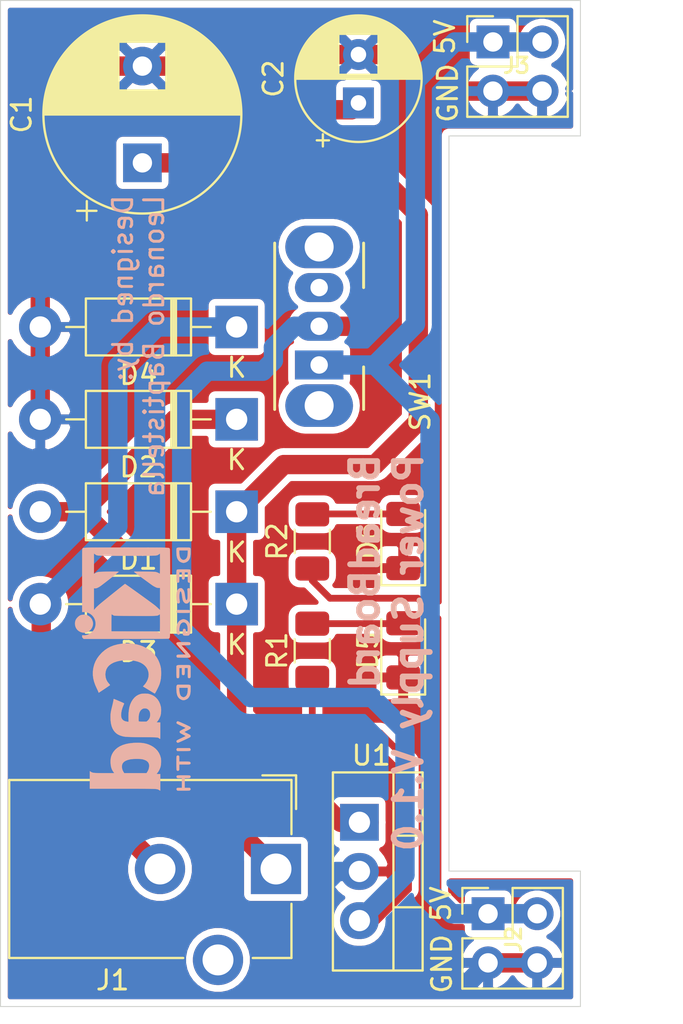
<source format=kicad_pcb>
(kicad_pcb (version 20171130) (host pcbnew "(5.1.6)-1")

  (general
    (thickness 1.6)
    (drawings 14)
    (tracks 98)
    (zones 0)
    (modules 16)
    (nets 11)
  )

  (page A4)
  (title_block
    (title "Breadboard Power Supply")
    (date 2021-03-10)
    (rev 1)
    (company "Zenith Aerospace")
    (comment 1 "Designed by Leonardo Baptistella")
  )

  (layers
    (0 F.Cu signal)
    (31 B.Cu signal)
    (32 B.Adhes user)
    (33 F.Adhes user)
    (34 B.Paste user)
    (35 F.Paste user)
    (36 B.SilkS user)
    (37 F.SilkS user)
    (38 B.Mask user)
    (39 F.Mask user)
    (40 Dwgs.User user)
    (41 Cmts.User user)
    (42 Eco1.User user)
    (43 Eco2.User user)
    (44 Edge.Cuts user)
    (45 Margin user)
    (46 B.CrtYd user)
    (47 F.CrtYd user)
    (48 B.Fab user)
    (49 F.Fab user)
  )

  (setup
    (last_trace_width 0.25)
    (user_trace_width 0.35)
    (user_trace_width 1)
    (trace_clearance 0.2)
    (zone_clearance 0.508)
    (zone_45_only no)
    (trace_min 0.2)
    (via_size 0.8)
    (via_drill 0.4)
    (via_min_size 0.4)
    (via_min_drill 0.3)
    (user_via 1 0.6)
    (uvia_size 0.3)
    (uvia_drill 0.1)
    (uvias_allowed no)
    (uvia_min_size 0.2)
    (uvia_min_drill 0.1)
    (edge_width 0.05)
    (segment_width 0.2)
    (pcb_text_width 0.3)
    (pcb_text_size 1.5 1.5)
    (mod_edge_width 0.12)
    (mod_text_size 1 1)
    (mod_text_width 0.15)
    (pad_size 1.524 1.524)
    (pad_drill 0.762)
    (pad_to_mask_clearance 0.05)
    (aux_axis_origin 0 0)
    (visible_elements 7FFFFFFF)
    (pcbplotparams
      (layerselection 0x010fc_ffffffff)
      (usegerberextensions false)
      (usegerberattributes true)
      (usegerberadvancedattributes true)
      (creategerberjobfile true)
      (excludeedgelayer true)
      (linewidth 0.100000)
      (plotframeref false)
      (viasonmask false)
      (mode 1)
      (useauxorigin false)
      (hpglpennumber 1)
      (hpglpenspeed 20)
      (hpglpendiameter 15.000000)
      (psnegative false)
      (psa4output false)
      (plotreference true)
      (plotvalue true)
      (plotinvisibletext false)
      (padsonsilk false)
      (subtractmaskfromsilk false)
      (outputformat 1)
      (mirror false)
      (drillshape 0)
      (scaleselection 1)
      (outputdirectory "Gerber/"))
  )

  (net 0 "")
  (net 1 /Vin+)
  (net 2 /Vin-)
  (net 3 /Vout1)
  (net 4 "Net-(D1-Pad2)")
  (net 5 "Net-(D3-Pad2)")
  (net 6 "Net-(D5-Pad2)")
  (net 7 "Net-(D6-Pad2)")
  (net 8 "Net-(J1-Pad3)")
  (net 9 /Vout2)
  (net 10 "Net-(SW1-Pad3)")

  (net_class Default "This is the default net class."
    (clearance 0.2)
    (trace_width 0.25)
    (via_dia 0.8)
    (via_drill 0.4)
    (uvia_dia 0.3)
    (uvia_drill 0.1)
    (add_net "Net-(D1-Pad2)")
    (add_net "Net-(D5-Pad2)")
    (add_net "Net-(D6-Pad2)")
    (add_net "Net-(J1-Pad3)")
    (add_net "Net-(SW1-Pad3)")
  )

  (net_class Power ""
    (clearance 0.3)
    (trace_width 0.35)
    (via_dia 1)
    (via_drill 0.5)
    (uvia_dia 0.3)
    (uvia_drill 0.1)
    (add_net /Vin+)
    (add_net /Vin-)
    (add_net /Vout1)
    (add_net /Vout2)
    (add_net "Net-(D3-Pad2)")
  )

  (module Symbol:KiCad-Logo2_5mm_SilkScreen (layer B.Cu) (tedit 0) (tstamp 6049BADB)
    (at 106.8324 114.554 270)
    (descr "KiCad Logo")
    (tags "Logo KiCad")
    (attr virtual)
    (fp_text reference REF** (at 0 5.08 90) (layer B.SilkS) hide
      (effects (font (size 1 1) (thickness 0.15)) (justify mirror))
    )
    (fp_text value KiCad-Logo2_5mm_SilkScreen (at 0 -5.08 90) (layer B.SilkS) hide
      (effects (font (size 1 1) (thickness 0.15)) (justify mirror))
    )
    (fp_poly (pts (xy -2.9464 2.510946) (xy -2.935535 2.397007) (xy -2.903918 2.289384) (xy -2.853015 2.190385)
      (xy -2.784293 2.102316) (xy -2.699219 2.027484) (xy -2.602232 1.969616) (xy -2.495964 1.929995)
      (xy -2.38895 1.911427) (xy -2.2833 1.912566) (xy -2.181125 1.93207) (xy -2.084534 1.968594)
      (xy -1.995638 2.020795) (xy -1.916546 2.087327) (xy -1.849369 2.166848) (xy -1.796217 2.258013)
      (xy -1.759199 2.359477) (xy -1.740427 2.469898) (xy -1.738489 2.519794) (xy -1.738489 2.607733)
      (xy -1.68656 2.607733) (xy -1.650253 2.604889) (xy -1.623355 2.593089) (xy -1.596249 2.569351)
      (xy -1.557867 2.530969) (xy -1.557867 0.339398) (xy -1.557876 0.077261) (xy -1.557908 -0.163241)
      (xy -1.557972 -0.383048) (xy -1.558076 -0.583101) (xy -1.558227 -0.764344) (xy -1.558434 -0.927716)
      (xy -1.558706 -1.07416) (xy -1.55905 -1.204617) (xy -1.559474 -1.320029) (xy -1.559987 -1.421338)
      (xy -1.560597 -1.509484) (xy -1.561312 -1.58541) (xy -1.56214 -1.650057) (xy -1.563089 -1.704367)
      (xy -1.564167 -1.74928) (xy -1.565383 -1.78574) (xy -1.566745 -1.814687) (xy -1.568261 -1.837063)
      (xy -1.569938 -1.853809) (xy -1.571786 -1.865868) (xy -1.573813 -1.87418) (xy -1.576025 -1.879687)
      (xy -1.577108 -1.881537) (xy -1.581271 -1.888549) (xy -1.584805 -1.894996) (xy -1.588635 -1.9009)
      (xy -1.593682 -1.906286) (xy -1.600871 -1.911178) (xy -1.611123 -1.915598) (xy -1.625364 -1.919572)
      (xy -1.644514 -1.923121) (xy -1.669499 -1.92627) (xy -1.70124 -1.929042) (xy -1.740662 -1.931461)
      (xy -1.788686 -1.933551) (xy -1.846237 -1.935335) (xy -1.914237 -1.936837) (xy -1.99361 -1.93808)
      (xy -2.085279 -1.939089) (xy -2.190166 -1.939885) (xy -2.309196 -1.940494) (xy -2.44329 -1.940939)
      (xy -2.593373 -1.941243) (xy -2.760367 -1.94143) (xy -2.945196 -1.941524) (xy -3.148783 -1.941548)
      (xy -3.37205 -1.941525) (xy -3.615922 -1.94148) (xy -3.881321 -1.941437) (xy -3.919704 -1.941432)
      (xy -4.186682 -1.941389) (xy -4.432002 -1.941318) (xy -4.656583 -1.941213) (xy -4.861345 -1.941066)
      (xy -5.047206 -1.940869) (xy -5.215088 -1.940616) (xy -5.365908 -1.9403) (xy -5.500587 -1.939913)
      (xy -5.620044 -1.939447) (xy -5.725199 -1.938897) (xy -5.816971 -1.938253) (xy -5.896279 -1.937511)
      (xy -5.964043 -1.936661) (xy -6.021182 -1.935697) (xy -6.068617 -1.934611) (xy -6.107266 -1.933397)
      (xy -6.138049 -1.932047) (xy -6.161885 -1.930555) (xy -6.179694 -1.928911) (xy -6.192395 -1.927111)
      (xy -6.200908 -1.925145) (xy -6.205266 -1.923477) (xy -6.213728 -1.919906) (xy -6.221497 -1.91727)
      (xy -6.228602 -1.914634) (xy -6.235073 -1.911062) (xy -6.240939 -1.905621) (xy -6.246229 -1.897375)
      (xy -6.250974 -1.88539) (xy -6.255202 -1.868731) (xy -6.258943 -1.846463) (xy -6.262227 -1.817652)
      (xy -6.265083 -1.781363) (xy -6.26754 -1.736661) (xy -6.269629 -1.682611) (xy -6.271378 -1.618279)
      (xy -6.272817 -1.54273) (xy -6.273976 -1.45503) (xy -6.274883 -1.354243) (xy -6.275569 -1.239434)
      (xy -6.276063 -1.10967) (xy -6.276395 -0.964015) (xy -6.276593 -0.801535) (xy -6.276687 -0.621295)
      (xy -6.276708 -0.42236) (xy -6.276685 -0.203796) (xy -6.276646 0.035332) (xy -6.276622 0.29596)
      (xy -6.276622 0.338111) (xy -6.276636 0.601008) (xy -6.276661 0.842268) (xy -6.276671 1.062835)
      (xy -6.276642 1.263648) (xy -6.276548 1.445651) (xy -6.276362 1.609784) (xy -6.276059 1.756989)
      (xy -6.275614 1.888208) (xy -6.275034 1.998133) (xy -5.972197 1.998133) (xy -5.932407 1.940289)
      (xy -5.921236 1.924521) (xy -5.911166 1.910559) (xy -5.902138 1.897216) (xy -5.894097 1.883307)
      (xy -5.886986 1.867644) (xy -5.880747 1.849042) (xy -5.875325 1.826314) (xy -5.870662 1.798273)
      (xy -5.866701 1.763733) (xy -5.863385 1.721508) (xy -5.860659 1.670411) (xy -5.858464 1.609256)
      (xy -5.856745 1.536856) (xy -5.855444 1.452025) (xy -5.854505 1.353578) (xy -5.85387 1.240326)
      (xy -5.853484 1.111084) (xy -5.853288 0.964666) (xy -5.853227 0.799884) (xy -5.853243 0.615553)
      (xy -5.85328 0.410487) (xy -5.853289 0.287867) (xy -5.853265 0.070918) (xy -5.853231 -0.124642)
      (xy -5.853243 -0.299999) (xy -5.853358 -0.456341) (xy -5.85363 -0.594857) (xy -5.854118 -0.716734)
      (xy -5.854876 -0.82316) (xy -5.855962 -0.915322) (xy -5.857431 -0.994409) (xy -5.85934 -1.061608)
      (xy -5.861744 -1.118107) (xy -5.864701 -1.165093) (xy -5.868266 -1.203755) (xy -5.872495 -1.23528)
      (xy -5.877446 -1.260855) (xy -5.883173 -1.28167) (xy -5.889733 -1.298911) (xy -5.897183 -1.313765)
      (xy -5.905579 -1.327422) (xy -5.914976 -1.341069) (xy -5.925432 -1.355893) (xy -5.931523 -1.364783)
      (xy -5.970296 -1.4224) (xy -5.438732 -1.4224) (xy -5.315483 -1.422365) (xy -5.212987 -1.422215)
      (xy -5.12942 -1.421878) (xy -5.062956 -1.421286) (xy -5.011771 -1.420367) (xy -4.974041 -1.419051)
      (xy -4.94794 -1.417269) (xy -4.931644 -1.414951) (xy -4.923328 -1.412026) (xy -4.921168 -1.408424)
      (xy -4.923339 -1.404075) (xy -4.924535 -1.402645) (xy -4.949685 -1.365573) (xy -4.975583 -1.312772)
      (xy -4.999192 -1.25077) (xy -5.007461 -1.224357) (xy -5.012078 -1.206416) (xy -5.015979 -1.185355)
      (xy -5.019248 -1.159089) (xy -5.021966 -1.125532) (xy -5.024215 -1.082599) (xy -5.026077 -1.028204)
      (xy -5.027636 -0.960262) (xy -5.028972 -0.876688) (xy -5.030169 -0.775395) (xy -5.031308 -0.6543)
      (xy -5.031685 -0.6096) (xy -5.032702 -0.484449) (xy -5.03346 -0.380082) (xy -5.033903 -0.294707)
      (xy -5.03397 -0.226533) (xy -5.033605 -0.173765) (xy -5.032748 -0.134614) (xy -5.031341 -0.107285)
      (xy -5.029325 -0.089986) (xy -5.026643 -0.080926) (xy -5.023236 -0.078312) (xy -5.019044 -0.080351)
      (xy -5.014571 -0.084667) (xy -5.004216 -0.097602) (xy -4.982158 -0.126676) (xy -4.949957 -0.169759)
      (xy -4.909174 -0.224718) (xy -4.86137 -0.289423) (xy -4.808105 -0.361742) (xy -4.75094 -0.439544)
      (xy -4.691437 -0.520698) (xy -4.631155 -0.603072) (xy -4.571655 -0.684536) (xy -4.514498 -0.762957)
      (xy -4.461245 -0.836204) (xy -4.413457 -0.902147) (xy -4.372693 -0.958654) (xy -4.340516 -1.003593)
      (xy -4.318485 -1.034834) (xy -4.313917 -1.041466) (xy -4.290996 -1.078369) (xy -4.264188 -1.126359)
      (xy -4.238789 -1.175897) (xy -4.235568 -1.182577) (xy -4.21389 -1.230772) (xy -4.201304 -1.268334)
      (xy -4.195574 -1.30416) (xy -4.194456 -1.3462) (xy -4.19509 -1.4224) (xy -3.040651 -1.4224)
      (xy -3.131815 -1.328669) (xy -3.178612 -1.278775) (xy -3.228899 -1.222295) (xy -3.274944 -1.168026)
      (xy -3.295369 -1.142673) (xy -3.325807 -1.103128) (xy -3.365862 -1.049916) (xy -3.414361 -0.984667)
      (xy -3.470135 -0.909011) (xy -3.532011 -0.824577) (xy -3.598819 -0.732994) (xy -3.669387 -0.635892)
      (xy -3.742545 -0.534901) (xy -3.817121 -0.43165) (xy -3.891944 -0.327768) (xy -3.965843 -0.224885)
      (xy -4.037646 -0.124631) (xy -4.106184 -0.028636) (xy -4.170284 0.061473) (xy -4.228775 0.144064)
      (xy -4.280486 0.217508) (xy -4.324247 0.280176) (xy -4.358885 0.330439) (xy -4.38323 0.366666)
      (xy -4.396111 0.387229) (xy -4.397869 0.391332) (xy -4.38991 0.402658) (xy -4.369115 0.429838)
      (xy -4.336847 0.471171) (xy -4.29447 0.524956) (xy -4.243347 0.589494) (xy -4.184841 0.663082)
      (xy -4.120314 0.744022) (xy -4.051131 0.830612) (xy -3.978653 0.921152) (xy -3.904246 1.01394)
      (xy -3.844517 1.088298) (xy -2.833511 1.088298) (xy -2.827602 1.075341) (xy -2.813272 1.053092)
      (xy -2.812225 1.051609) (xy -2.793438 1.021456) (xy -2.773791 0.984625) (xy -2.769892 0.976489)
      (xy -2.766356 0.96806) (xy -2.76323 0.957941) (xy -2.760486 0.94474) (xy -2.758092 0.927062)
      (xy -2.756019 0.903516) (xy -2.754235 0.872707) (xy -2.752712 0.833243) (xy -2.751419 0.783731)
      (xy -2.750326 0.722777) (xy -2.749403 0.648989) (xy -2.748619 0.560972) (xy -2.747945 0.457335)
      (xy -2.74735 0.336684) (xy -2.746805 0.197626) (xy -2.746279 0.038768) (xy -2.745745 -0.140089)
      (xy -2.745206 -0.325207) (xy -2.744772 -0.489145) (xy -2.744509 -0.633303) (xy -2.744484 -0.759079)
      (xy -2.744765 -0.867871) (xy -2.745419 -0.961077) (xy -2.746514 -1.040097) (xy -2.748118 -1.106328)
      (xy -2.750297 -1.16117) (xy -2.753119 -1.206021) (xy -2.756651 -1.242278) (xy -2.760961 -1.271341)
      (xy -2.766117 -1.294609) (xy -2.772185 -1.313479) (xy -2.779233 -1.329351) (xy -2.787329 -1.343622)
      (xy -2.79654 -1.357691) (xy -2.80504 -1.370158) (xy -2.822176 -1.396452) (xy -2.832322 -1.414037)
      (xy -2.833511 -1.417257) (xy -2.822604 -1.418334) (xy -2.791411 -1.419335) (xy -2.742223 -1.420235)
      (xy -2.677333 -1.42101) (xy -2.59903 -1.421637) (xy -2.509607 -1.422091) (xy -2.411356 -1.422349)
      (xy -2.342445 -1.4224) (xy -2.237452 -1.42218) (xy -2.14061 -1.421548) (xy -2.054107 -1.420549)
      (xy -1.980132 -1.419227) (xy -1.920874 -1.417626) (xy -1.87852 -1.415791) (xy -1.85526 -1.413765)
      (xy -1.851378 -1.412493) (xy -1.859076 -1.397591) (xy -1.867074 -1.38956) (xy -1.880246 -1.372434)
      (xy -1.897485 -1.342183) (xy -1.909407 -1.317622) (xy -1.936045 -1.258711) (xy -1.93912 -0.081845)
      (xy -1.942195 1.095022) (xy -2.387853 1.095022) (xy -2.48567 1.094858) (xy -2.576064 1.094389)
      (xy -2.65663 1.093653) (xy -2.724962 1.092684) (xy -2.778656 1.09152) (xy -2.815305 1.090197)
      (xy -2.832504 1.088751) (xy -2.833511 1.088298) (xy -3.844517 1.088298) (xy -3.82927 1.107278)
      (xy -3.75509 1.199463) (xy -3.683069 1.288796) (xy -3.614569 1.373576) (xy -3.550955 1.452102)
      (xy -3.493588 1.522674) (xy -3.443833 1.583591) (xy -3.403052 1.633153) (xy -3.385888 1.653822)
      (xy -3.299596 1.754484) (xy -3.222997 1.837741) (xy -3.154183 1.905562) (xy -3.091248 1.959911)
      (xy -3.081867 1.967278) (xy -3.042356 1.997883) (xy -4.174116 1.998133) (xy -4.168827 1.950156)
      (xy -4.17213 1.892812) (xy -4.193661 1.824537) (xy -4.233635 1.744788) (xy -4.278943 1.672505)
      (xy -4.295161 1.64986) (xy -4.323214 1.612304) (xy -4.36143 1.561979) (xy -4.408137 1.501027)
      (xy -4.461661 1.431589) (xy -4.520331 1.355806) (xy -4.582475 1.27582) (xy -4.646421 1.193772)
      (xy -4.710495 1.111804) (xy -4.773027 1.032057) (xy -4.832343 0.956673) (xy -4.886771 0.887793)
      (xy -4.934639 0.827558) (xy -4.974275 0.778111) (xy -5.004006 0.741592) (xy -5.022161 0.720142)
      (xy -5.02522 0.716844) (xy -5.028079 0.724851) (xy -5.030293 0.755145) (xy -5.031857 0.807444)
      (xy -5.032767 0.881469) (xy -5.03302 0.976937) (xy -5.032613 1.093566) (xy -5.031704 1.213555)
      (xy -5.030382 1.345667) (xy -5.028857 1.457406) (xy -5.026881 1.550975) (xy -5.024206 1.628581)
      (xy -5.020582 1.692426) (xy -5.015761 1.744717) (xy -5.009494 1.787656) (xy -5.001532 1.823449)
      (xy -4.991627 1.8543) (xy -4.979531 1.882414) (xy -4.964993 1.909995) (xy -4.950311 1.935034)
      (xy -4.912314 1.998133) (xy -5.972197 1.998133) (xy -6.275034 1.998133) (xy -6.275001 2.004383)
      (xy -6.274195 2.106456) (xy -6.27317 2.195367) (xy -6.2719 2.272059) (xy -6.27036 2.337473)
      (xy -6.268524 2.392551) (xy -6.266367 2.438235) (xy -6.263863 2.475466) (xy -6.260987 2.505187)
      (xy -6.257713 2.528338) (xy -6.254015 2.545861) (xy -6.249869 2.558699) (xy -6.245247 2.567792)
      (xy -6.240126 2.574082) (xy -6.234478 2.578512) (xy -6.228279 2.582022) (xy -6.221504 2.585555)
      (xy -6.215508 2.589124) (xy -6.210275 2.5917) (xy -6.202099 2.594028) (xy -6.189886 2.596122)
      (xy -6.172541 2.597993) (xy -6.148969 2.599653) (xy -6.118077 2.601116) (xy -6.078768 2.602392)
      (xy -6.02995 2.603496) (xy -5.970527 2.604439) (xy -5.899404 2.605233) (xy -5.815488 2.605891)
      (xy -5.717683 2.606425) (xy -5.604894 2.606847) (xy -5.476029 2.607171) (xy -5.329991 2.607408)
      (xy -5.165686 2.60757) (xy -4.98202 2.60767) (xy -4.777897 2.60772) (xy -4.566753 2.607733)
      (xy -2.9464 2.607733) (xy -2.9464 2.510946)) (layer B.SilkS) (width 0.01))
    (fp_poly (pts (xy 0.328429 2.050929) (xy 0.48857 2.029755) (xy 0.65251 1.989615) (xy 0.822313 1.930111)
      (xy 1.000043 1.850846) (xy 1.01131 1.845301) (xy 1.069005 1.817275) (xy 1.120552 1.793198)
      (xy 1.162191 1.774751) (xy 1.190162 1.763614) (xy 1.199733 1.761067) (xy 1.21895 1.756059)
      (xy 1.223561 1.751853) (xy 1.218458 1.74142) (xy 1.202418 1.715132) (xy 1.177288 1.675743)
      (xy 1.144914 1.626009) (xy 1.107143 1.568685) (xy 1.065822 1.506524) (xy 1.022798 1.442282)
      (xy 0.979917 1.378715) (xy 0.939026 1.318575) (xy 0.901971 1.26462) (xy 0.8706 1.219603)
      (xy 0.846759 1.186279) (xy 0.832294 1.167403) (xy 0.830309 1.165213) (xy 0.820191 1.169862)
      (xy 0.79785 1.187038) (xy 0.76728 1.21356) (xy 0.751536 1.228036) (xy 0.655047 1.303318)
      (xy 0.548336 1.358759) (xy 0.432832 1.393859) (xy 0.309962 1.40812) (xy 0.240561 1.406949)
      (xy 0.119423 1.389788) (xy 0.010205 1.353906) (xy -0.087418 1.299041) (xy -0.173772 1.22493)
      (xy -0.249185 1.131312) (xy -0.313982 1.017924) (xy -0.351399 0.931333) (xy -0.395252 0.795634)
      (xy -0.427572 0.64815) (xy -0.448443 0.492686) (xy -0.457949 0.333044) (xy -0.456173 0.173027)
      (xy -0.443197 0.016439) (xy -0.419106 -0.132918) (xy -0.383982 -0.27124) (xy -0.337908 -0.394724)
      (xy -0.321627 -0.428978) (xy -0.25338 -0.543064) (xy -0.172921 -0.639557) (xy -0.08143 -0.71767)
      (xy 0.019911 -0.776617) (xy 0.12992 -0.815612) (xy 0.247415 -0.833868) (xy 0.288883 -0.835211)
      (xy 0.410441 -0.82429) (xy 0.530878 -0.791474) (xy 0.648666 -0.737439) (xy 0.762277 -0.662865)
      (xy 0.853685 -0.584539) (xy 0.900215 -0.540008) (xy 1.081483 -0.837271) (xy 1.12658 -0.911433)
      (xy 1.167819 -0.979646) (xy 1.203735 -1.039459) (xy 1.232866 -1.08842) (xy 1.25375 -1.124079)
      (xy 1.264924 -1.143984) (xy 1.266375 -1.147079) (xy 1.258146 -1.156718) (xy 1.232567 -1.173999)
      (xy 1.192873 -1.197283) (xy 1.142297 -1.224934) (xy 1.084074 -1.255315) (xy 1.021437 -1.28679)
      (xy 0.957621 -1.317722) (xy 0.89586 -1.346473) (xy 0.839388 -1.371408) (xy 0.791438 -1.390889)
      (xy 0.767986 -1.399318) (xy 0.634221 -1.437133) (xy 0.496327 -1.462136) (xy 0.348622 -1.47514)
      (xy 0.221833 -1.477468) (xy 0.153878 -1.476373) (xy 0.088277 -1.474275) (xy 0.030847 -1.471434)
      (xy -0.012597 -1.468106) (xy -0.026702 -1.466422) (xy -0.165716 -1.437587) (xy -0.307243 -1.392468)
      (xy -0.444725 -1.33375) (xy -0.571606 -1.26412) (xy -0.649111 -1.211441) (xy -0.776519 -1.103239)
      (xy -0.894822 -0.976671) (xy -1.001828 -0.834866) (xy -1.095348 -0.680951) (xy -1.17319 -0.518053)
      (xy -1.217044 -0.400756) (xy -1.267292 -0.217128) (xy -1.300791 -0.022581) (xy -1.317551 0.178675)
      (xy -1.317584 0.382432) (xy -1.300899 0.584479) (xy -1.267507 0.780608) (xy -1.21742 0.966609)
      (xy -1.213603 0.978197) (xy -1.150719 1.14025) (xy -1.073972 1.288168) (xy -0.980758 1.426135)
      (xy -0.868473 1.558339) (xy -0.824608 1.603601) (xy -0.688466 1.727543) (xy -0.548509 1.830085)
      (xy -0.402589 1.912344) (xy -0.248558 1.975436) (xy -0.084268 2.020477) (xy 0.011289 2.037967)
      (xy 0.170023 2.053534) (xy 0.328429 2.050929)) (layer B.SilkS) (width 0.01))
    (fp_poly (pts (xy 2.673574 1.133448) (xy 2.825492 1.113433) (xy 2.960756 1.079798) (xy 3.080239 1.032275)
      (xy 3.184815 0.970595) (xy 3.262424 0.907035) (xy 3.331265 0.832901) (xy 3.385006 0.753129)
      (xy 3.42791 0.660909) (xy 3.443384 0.617839) (xy 3.456244 0.578858) (xy 3.467446 0.542711)
      (xy 3.47712 0.507566) (xy 3.485396 0.47159) (xy 3.492403 0.43295) (xy 3.498272 0.389815)
      (xy 3.503131 0.340351) (xy 3.50711 0.282727) (xy 3.51034 0.215109) (xy 3.512949 0.135666)
      (xy 3.515067 0.042564) (xy 3.516824 -0.066027) (xy 3.518349 -0.191942) (xy 3.519772 -0.337012)
      (xy 3.521025 -0.479778) (xy 3.522351 -0.635968) (xy 3.523556 -0.771239) (xy 3.524766 -0.887246)
      (xy 3.526106 -0.985645) (xy 3.5277 -1.068093) (xy 3.529675 -1.136246) (xy 3.532156 -1.19176)
      (xy 3.535269 -1.236292) (xy 3.539138 -1.271498) (xy 3.543889 -1.299034) (xy 3.549648 -1.320556)
      (xy 3.556539 -1.337722) (xy 3.564689 -1.352186) (xy 3.574223 -1.365606) (xy 3.585266 -1.379638)
      (xy 3.589566 -1.385071) (xy 3.605386 -1.40791) (xy 3.612422 -1.423463) (xy 3.612444 -1.423922)
      (xy 3.601567 -1.426121) (xy 3.570582 -1.428147) (xy 3.521957 -1.429942) (xy 3.458163 -1.431451)
      (xy 3.381669 -1.432616) (xy 3.294944 -1.43338) (xy 3.200457 -1.433686) (xy 3.18955 -1.433689)
      (xy 2.766657 -1.433689) (xy 2.763395 -1.337622) (xy 2.760133 -1.241556) (xy 2.698044 -1.292543)
      (xy 2.600714 -1.360057) (xy 2.490813 -1.414749) (xy 2.404349 -1.444978) (xy 2.335278 -1.459666)
      (xy 2.251925 -1.469659) (xy 2.162159 -1.474646) (xy 2.073845 -1.474313) (xy 1.994851 -1.468351)
      (xy 1.958622 -1.462638) (xy 1.818603 -1.424776) (xy 1.692178 -1.369932) (xy 1.58026 -1.298924)
      (xy 1.483762 -1.212568) (xy 1.4036 -1.111679) (xy 1.340687 -0.997076) (xy 1.296312 -0.870984)
      (xy 1.283978 -0.814401) (xy 1.276368 -0.752202) (xy 1.272739 -0.677363) (xy 1.272245 -0.643467)
      (xy 1.27231 -0.640282) (xy 2.032248 -0.640282) (xy 2.041541 -0.715333) (xy 2.069728 -0.77916)
      (xy 2.118197 -0.834798) (xy 2.123254 -0.839211) (xy 2.171548 -0.874037) (xy 2.223257 -0.89662)
      (xy 2.283989 -0.90854) (xy 2.359352 -0.911383) (xy 2.377459 -0.910978) (xy 2.431278 -0.908325)
      (xy 2.471308 -0.902909) (xy 2.506324 -0.892745) (xy 2.545103 -0.87585) (xy 2.555745 -0.870672)
      (xy 2.616396 -0.834844) (xy 2.663215 -0.792212) (xy 2.675952 -0.776973) (xy 2.720622 -0.720462)
      (xy 2.720622 -0.524586) (xy 2.720086 -0.445939) (xy 2.718396 -0.387988) (xy 2.715428 -0.348875)
      (xy 2.711057 -0.326741) (xy 2.706972 -0.320274) (xy 2.691047 -0.317111) (xy 2.657264 -0.314488)
      (xy 2.61034 -0.312655) (xy 2.554993 -0.311857) (xy 2.546106 -0.311842) (xy 2.42533 -0.317096)
      (xy 2.32266 -0.333263) (xy 2.236106 -0.360961) (xy 2.163681 -0.400808) (xy 2.108751 -0.447758)
      (xy 2.064204 -0.505645) (xy 2.03948 -0.568693) (xy 2.032248 -0.640282) (xy 1.27231 -0.640282)
      (xy 1.274178 -0.549712) (xy 1.282522 -0.470812) (xy 1.298768 -0.39959) (xy 1.324405 -0.328864)
      (xy 1.348401 -0.276493) (xy 1.40702 -0.181196) (xy 1.485117 -0.09317) (xy 1.580315 -0.014017)
      (xy 1.690238 0.05466) (xy 1.81251 0.111259) (xy 1.944755 0.154179) (xy 2.009422 0.169118)
      (xy 2.145604 0.191223) (xy 2.294049 0.205806) (xy 2.445505 0.212187) (xy 2.572064 0.210555)
      (xy 2.73395 0.203776) (xy 2.72653 0.262755) (xy 2.707238 0.361908) (xy 2.676104 0.442628)
      (xy 2.632269 0.505534) (xy 2.574871 0.551244) (xy 2.503048 0.580378) (xy 2.415941 0.593553)
      (xy 2.312686 0.591389) (xy 2.274711 0.587388) (xy 2.13352 0.56222) (xy 1.996707 0.521186)
      (xy 1.902178 0.483185) (xy 1.857018 0.46381) (xy 1.818585 0.44824) (xy 1.792234 0.438595)
      (xy 1.784546 0.436548) (xy 1.774802 0.445626) (xy 1.758083 0.474595) (xy 1.734232 0.523783)
      (xy 1.703093 0.593516) (xy 1.664507 0.684121) (xy 1.65791 0.699911) (xy 1.627853 0.772228)
      (xy 1.600874 0.837575) (xy 1.578136 0.893094) (xy 1.560806 0.935928) (xy 1.550048 0.963219)
      (xy 1.546941 0.972058) (xy 1.55694 0.976813) (xy 1.583217 0.98209) (xy 1.611489 0.985769)
      (xy 1.641646 0.990526) (xy 1.689433 0.999972) (xy 1.750612 1.01318) (xy 1.820946 1.029224)
      (xy 1.896194 1.04718) (xy 1.924755 1.054203) (xy 2.029816 1.079791) (xy 2.11748 1.099853)
      (xy 2.192068 1.115031) (xy 2.257903 1.125965) (xy 2.319307 1.133296) (xy 2.380602 1.137665)
      (xy 2.44611 1.139713) (xy 2.504128 1.140111) (xy 2.673574 1.133448)) (layer B.SilkS) (width 0.01))
    (fp_poly (pts (xy 6.186507 0.527755) (xy 6.186526 0.293338) (xy 6.186552 0.080397) (xy 6.186625 -0.112168)
      (xy 6.186782 -0.285459) (xy 6.187064 -0.440576) (xy 6.187509 -0.57862) (xy 6.188156 -0.700692)
      (xy 6.189045 -0.807894) (xy 6.190213 -0.901326) (xy 6.191701 -0.98209) (xy 6.193546 -1.051286)
      (xy 6.195789 -1.110015) (xy 6.198469 -1.159379) (xy 6.201623 -1.200478) (xy 6.205292 -1.234413)
      (xy 6.209513 -1.262286) (xy 6.214327 -1.285198) (xy 6.219773 -1.304249) (xy 6.225888 -1.32054)
      (xy 6.232712 -1.335173) (xy 6.240285 -1.349249) (xy 6.248645 -1.363868) (xy 6.253839 -1.372974)
      (xy 6.288104 -1.433689) (xy 5.429955 -1.433689) (xy 5.429955 -1.337733) (xy 5.429224 -1.29437)
      (xy 5.427272 -1.261205) (xy 5.424463 -1.243424) (xy 5.423221 -1.241778) (xy 5.411799 -1.248662)
      (xy 5.389084 -1.266505) (xy 5.366385 -1.285879) (xy 5.3118 -1.326614) (xy 5.242321 -1.367617)
      (xy 5.16527 -1.405123) (xy 5.087965 -1.435364) (xy 5.057113 -1.445012) (xy 4.988616 -1.459578)
      (xy 4.905764 -1.469539) (xy 4.816371 -1.474583) (xy 4.728248 -1.474396) (xy 4.649207 -1.468666)
      (xy 4.611511 -1.462858) (xy 4.473414 -1.424797) (xy 4.346113 -1.367073) (xy 4.230292 -1.290211)
      (xy 4.126637 -1.194739) (xy 4.035833 -1.081179) (xy 3.969031 -0.970381) (xy 3.914164 -0.853625)
      (xy 3.872163 -0.734276) (xy 3.842167 -0.608283) (xy 3.823311 -0.471594) (xy 3.814732 -0.320158)
      (xy 3.814006 -0.242711) (xy 3.8161 -0.185934) (xy 4.645217 -0.185934) (xy 4.645424 -0.279002)
      (xy 4.648337 -0.366692) (xy 4.654 -0.443772) (xy 4.662455 -0.505009) (xy 4.665038 -0.51735)
      (xy 4.69684 -0.624633) (xy 4.738498 -0.711658) (xy 4.790363 -0.778642) (xy 4.852781 -0.825805)
      (xy 4.9261 -0.853365) (xy 5.010669 -0.861541) (xy 5.106835 -0.850551) (xy 5.170311 -0.834829)
      (xy 5.219454 -0.816639) (xy 5.273583 -0.790791) (xy 5.314244 -0.767089) (xy 5.3848 -0.720721)
      (xy 5.3848 0.42947) (xy 5.317392 0.473038) (xy 5.238867 0.51396) (xy 5.154681 0.540611)
      (xy 5.069557 0.552535) (xy 4.988216 0.549278) (xy 4.91538 0.530385) (xy 4.883426 0.514816)
      (xy 4.825501 0.471819) (xy 4.776544 0.415047) (xy 4.73539 0.342425) (xy 4.700874 0.251879)
      (xy 4.671833 0.141334) (xy 4.670552 0.135467) (xy 4.660381 0.073212) (xy 4.652739 -0.004594)
      (xy 4.64767 -0.09272) (xy 4.645217 -0.185934) (xy 3.8161 -0.185934) (xy 3.821857 -0.029895)
      (xy 3.843802 0.165941) (xy 3.879786 0.344668) (xy 3.929759 0.506155) (xy 3.993668 0.650274)
      (xy 4.071462 0.776894) (xy 4.163089 0.885885) (xy 4.268497 0.977117) (xy 4.313662 1.008068)
      (xy 4.414611 1.064215) (xy 4.517901 1.103826) (xy 4.627989 1.127986) (xy 4.74933 1.137781)
      (xy 4.841836 1.136735) (xy 4.97149 1.125769) (xy 5.084084 1.103954) (xy 5.182875 1.070286)
      (xy 5.271121 1.023764) (xy 5.319986 0.989552) (xy 5.349353 0.967638) (xy 5.371043 0.952667)
      (xy 5.379253 0.948267) (xy 5.380868 0.959096) (xy 5.382159 0.989749) (xy 5.383138 1.037474)
      (xy 5.383817 1.099521) (xy 5.38421 1.173138) (xy 5.38433 1.255573) (xy 5.384188 1.344075)
      (xy 5.383797 1.435893) (xy 5.383171 1.528276) (xy 5.38232 1.618472) (xy 5.38126 1.703729)
      (xy 5.380001 1.781297) (xy 5.378556 1.848424) (xy 5.376938 1.902359) (xy 5.375161 1.94035)
      (xy 5.374669 1.947333) (xy 5.367092 2.017749) (xy 5.355531 2.072898) (xy 5.337792 2.120019)
      (xy 5.311682 2.166353) (xy 5.305415 2.175933) (xy 5.280983 2.212622) (xy 6.186311 2.212622)
      (xy 6.186507 0.527755)) (layer B.SilkS) (width 0.01))
    (fp_poly (pts (xy -2.273043 2.973429) (xy -2.176768 2.949191) (xy -2.090184 2.906359) (xy -2.015373 2.846581)
      (xy -1.954418 2.771506) (xy -1.909399 2.68278) (xy -1.883136 2.58647) (xy -1.877286 2.489205)
      (xy -1.89214 2.395346) (xy -1.92584 2.307489) (xy -1.976528 2.22823) (xy -2.042345 2.160164)
      (xy -2.121434 2.105888) (xy -2.211934 2.067998) (xy -2.2632 2.055574) (xy -2.307698 2.048053)
      (xy -2.341999 2.045081) (xy -2.37496 2.046906) (xy -2.415434 2.053775) (xy -2.448531 2.06075)
      (xy -2.541947 2.092259) (xy -2.625619 2.143383) (xy -2.697665 2.212571) (xy -2.7562 2.298272)
      (xy -2.770148 2.325511) (xy -2.786586 2.361878) (xy -2.796894 2.392418) (xy -2.80246 2.42455)
      (xy -2.804669 2.465693) (xy -2.804948 2.511778) (xy -2.800861 2.596135) (xy -2.787446 2.665414)
      (xy -2.762256 2.726039) (xy -2.722846 2.784433) (xy -2.684298 2.828698) (xy -2.612406 2.894516)
      (xy -2.537313 2.939947) (xy -2.454562 2.96715) (xy -2.376928 2.977424) (xy -2.273043 2.973429)) (layer B.SilkS) (width 0.01))
    (fp_poly (pts (xy -6.121371 -2.269066) (xy -6.081889 -2.269467) (xy -5.9662 -2.272259) (xy -5.869311 -2.28055)
      (xy -5.787919 -2.295232) (xy -5.718723 -2.317193) (xy -5.65842 -2.347322) (xy -5.603708 -2.38651)
      (xy -5.584167 -2.403532) (xy -5.55175 -2.443363) (xy -5.52252 -2.497413) (xy -5.499991 -2.557323)
      (xy -5.487679 -2.614739) (xy -5.4864 -2.635956) (xy -5.494417 -2.694769) (xy -5.515899 -2.759013)
      (xy -5.546999 -2.819821) (xy -5.583866 -2.86833) (xy -5.589854 -2.874182) (xy -5.640579 -2.915321)
      (xy -5.696125 -2.947435) (xy -5.759696 -2.971365) (xy -5.834494 -2.987953) (xy -5.923722 -2.998041)
      (xy -6.030582 -3.002469) (xy -6.079528 -3.002845) (xy -6.141762 -3.002545) (xy -6.185528 -3.001292)
      (xy -6.214931 -2.998554) (xy -6.234079 -2.993801) (xy -6.247077 -2.986501) (xy -6.254045 -2.980267)
      (xy -6.260626 -2.972694) (xy -6.265788 -2.962924) (xy -6.269703 -2.94834) (xy -6.272543 -2.926326)
      (xy -6.27448 -2.894264) (xy -6.275684 -2.849536) (xy -6.276328 -2.789526) (xy -6.276583 -2.711617)
      (xy -6.276622 -2.635956) (xy -6.27687 -2.535041) (xy -6.276817 -2.454427) (xy -6.275857 -2.415822)
      (xy -6.129867 -2.415822) (xy -6.129867 -2.856089) (xy -6.036734 -2.856004) (xy -5.980693 -2.854396)
      (xy -5.921999 -2.850256) (xy -5.873028 -2.844464) (xy -5.871538 -2.844226) (xy -5.792392 -2.82509)
      (xy -5.731002 -2.795287) (xy -5.684305 -2.752878) (xy -5.654635 -2.706961) (xy -5.636353 -2.656026)
      (xy -5.637771 -2.6082) (xy -5.658988 -2.556933) (xy -5.700489 -2.503899) (xy -5.757998 -2.4646)
      (xy -5.83275 -2.438331) (xy -5.882708 -2.429035) (xy -5.939416 -2.422507) (xy -5.999519 -2.417782)
      (xy -6.050639 -2.415817) (xy -6.053667 -2.415808) (xy -6.129867 -2.415822) (xy -6.275857 -2.415822)
      (xy -6.27526 -2.391851) (xy -6.270998 -2.345055) (xy -6.26283 -2.311778) (xy -6.249556 -2.289759)
      (xy -6.229974 -2.276739) (xy -6.202883 -2.270457) (xy -6.167082 -2.268653) (xy -6.121371 -2.269066)) (layer B.SilkS) (width 0.01))
    (fp_poly (pts (xy -4.712794 -2.269146) (xy -4.643386 -2.269518) (xy -4.590997 -2.270385) (xy -4.552847 -2.271946)
      (xy -4.526159 -2.274403) (xy -4.508153 -2.277957) (xy -4.496049 -2.28281) (xy -4.487069 -2.289161)
      (xy -4.483818 -2.292084) (xy -4.464043 -2.323142) (xy -4.460482 -2.358828) (xy -4.473491 -2.39051)
      (xy -4.479506 -2.396913) (xy -4.489235 -2.403121) (xy -4.504901 -2.40791) (xy -4.529408 -2.411514)
      (xy -4.565661 -2.414164) (xy -4.616565 -2.416095) (xy -4.685026 -2.417539) (xy -4.747617 -2.418418)
      (xy -4.995334 -2.421467) (xy -4.998719 -2.486378) (xy -5.002105 -2.551289) (xy -4.833958 -2.551289)
      (xy -4.760959 -2.551919) (xy -4.707517 -2.554553) (xy -4.670628 -2.560309) (xy -4.647288 -2.570304)
      (xy -4.634494 -2.585656) (xy -4.629242 -2.607482) (xy -4.628445 -2.627738) (xy -4.630923 -2.652592)
      (xy -4.640277 -2.670906) (xy -4.659383 -2.683637) (xy -4.691118 -2.691741) (xy -4.738359 -2.696176)
      (xy -4.803983 -2.697899) (xy -4.839801 -2.698045) (xy -5.000978 -2.698045) (xy -5.000978 -2.856089)
      (xy -4.752622 -2.856089) (xy -4.671213 -2.856202) (xy -4.609342 -2.856712) (xy -4.563968 -2.85787)
      (xy -4.532054 -2.85993) (xy -4.510559 -2.863146) (xy -4.496443 -2.867772) (xy -4.486668 -2.874059)
      (xy -4.481689 -2.878667) (xy -4.46461 -2.90556) (xy -4.459111 -2.929467) (xy -4.466963 -2.958667)
      (xy -4.481689 -2.980267) (xy -4.489546 -2.987066) (xy -4.499688 -2.992346) (xy -4.514844 -2.996298)
      (xy -4.537741 -2.999113) (xy -4.571109 -3.000982) (xy -4.617675 -3.002098) (xy -4.680167 -3.002651)
      (xy -4.761314 -3.002833) (xy -4.803422 -3.002845) (xy -4.893598 -3.002765) (xy -4.963924 -3.002398)
      (xy -5.017129 -3.001552) (xy -5.05594 -3.000036) (xy -5.083087 -2.997659) (xy -5.101298 -2.994229)
      (xy -5.1133 -2.989554) (xy -5.121822 -2.983444) (xy -5.125156 -2.980267) (xy -5.131755 -2.97267)
      (xy -5.136927 -2.96287) (xy -5.140846 -2.948239) (xy -5.143684 -2.926152) (xy -5.145615 -2.893982)
      (xy -5.146812 -2.849103) (xy -5.147448 -2.788889) (xy -5.147697 -2.710713) (xy -5.147734 -2.637923)
      (xy -5.1477 -2.544707) (xy -5.147465 -2.471431) (xy -5.14683 -2.415458) (xy -5.145594 -2.374151)
      (xy -5.143556 -2.344872) (xy -5.140517 -2.324984) (xy -5.136277 -2.31185) (xy -5.130635 -2.302832)
      (xy -5.123391 -2.295293) (xy -5.121606 -2.293612) (xy -5.112945 -2.286172) (xy -5.102882 -2.280409)
      (xy -5.088625 -2.276112) (xy -5.067383 -2.273064) (xy -5.036364 -2.271051) (xy -4.992777 -2.26986)
      (xy -4.933831 -2.269275) (xy -4.856734 -2.269083) (xy -4.802001 -2.269067) (xy -4.712794 -2.269146)) (layer B.SilkS) (width 0.01))
    (fp_poly (pts (xy -3.691703 -2.270351) (xy -3.616888 -2.275581) (xy -3.547306 -2.28375) (xy -3.487002 -2.29455)
      (xy -3.44002 -2.307673) (xy -3.410406 -2.322813) (xy -3.40586 -2.327269) (xy -3.390054 -2.36185)
      (xy -3.394847 -2.397351) (xy -3.419364 -2.427725) (xy -3.420534 -2.428596) (xy -3.434954 -2.437954)
      (xy -3.450008 -2.442876) (xy -3.471005 -2.443473) (xy -3.503257 -2.439861) (xy -3.552073 -2.432154)
      (xy -3.556 -2.431505) (xy -3.628739 -2.422569) (xy -3.707217 -2.418161) (xy -3.785927 -2.418119)
      (xy -3.859361 -2.422279) (xy -3.922011 -2.430479) (xy -3.96837 -2.442557) (xy -3.971416 -2.443771)
      (xy -4.005048 -2.462615) (xy -4.016864 -2.481685) (xy -4.007614 -2.500439) (xy -3.978047 -2.518337)
      (xy -3.928911 -2.534837) (xy -3.860957 -2.549396) (xy -3.815645 -2.556406) (xy -3.721456 -2.569889)
      (xy -3.646544 -2.582214) (xy -3.587717 -2.594449) (xy -3.541785 -2.607661) (xy -3.505555 -2.622917)
      (xy -3.475838 -2.641285) (xy -3.449442 -2.663831) (xy -3.42823 -2.685971) (xy -3.403065 -2.716819)
      (xy -3.390681 -2.743345) (xy -3.386808 -2.776026) (xy -3.386667 -2.787995) (xy -3.389576 -2.827712)
      (xy -3.401202 -2.857259) (xy -3.421323 -2.883486) (xy -3.462216 -2.923576) (xy -3.507817 -2.954149)
      (xy -3.561513 -2.976203) (xy -3.626692 -2.990735) (xy -3.706744 -2.998741) (xy -3.805057 -3.001218)
      (xy -3.821289 -3.001177) (xy -3.886849 -2.999818) (xy -3.951866 -2.99673) (xy -4.009252 -2.992356)
      (xy -4.051922 -2.98714) (xy -4.055372 -2.986541) (xy -4.097796 -2.976491) (xy -4.13378 -2.963796)
      (xy -4.15415 -2.95219) (xy -4.173107 -2.921572) (xy -4.174427 -2.885918) (xy -4.158085 -2.854144)
      (xy -4.154429 -2.850551) (xy -4.139315 -2.839876) (xy -4.120415 -2.835276) (xy -4.091162 -2.836059)
      (xy -4.055651 -2.840127) (xy -4.01597 -2.843762) (xy -3.960345 -2.846828) (xy -3.895406 -2.849053)
      (xy -3.827785 -2.850164) (xy -3.81 -2.850237) (xy -3.742128 -2.849964) (xy -3.692454 -2.848646)
      (xy -3.65661 -2.845827) (xy -3.630224 -2.84105) (xy -3.608926 -2.833857) (xy -3.596126 -2.827867)
      (xy -3.568 -2.811233) (xy -3.550068 -2.796168) (xy -3.547447 -2.791897) (xy -3.552976 -2.774263)
      (xy -3.57926 -2.757192) (xy -3.624478 -2.741458) (xy -3.686808 -2.727838) (xy -3.705171 -2.724804)
      (xy -3.80109 -2.709738) (xy -3.877641 -2.697146) (xy -3.93778 -2.686111) (xy -3.98446 -2.67572)
      (xy -4.020637 -2.665056) (xy -4.049265 -2.653205) (xy -4.073298 -2.639251) (xy -4.095692 -2.622281)
      (xy -4.119402 -2.601378) (xy -4.12738 -2.594049) (xy -4.155353 -2.566699) (xy -4.17016 -2.545029)
      (xy -4.175952 -2.520232) (xy -4.176889 -2.488983) (xy -4.166575 -2.427705) (xy -4.135752 -2.37564)
      (xy -4.084595 -2.332958) (xy -4.013283 -2.299825) (xy -3.9624 -2.284964) (xy -3.9071 -2.275366)
      (xy -3.840853 -2.269936) (xy -3.767706 -2.268367) (xy -3.691703 -2.270351)) (layer B.SilkS) (width 0.01))
    (fp_poly (pts (xy -2.923822 -2.291645) (xy -2.917242 -2.299218) (xy -2.912079 -2.308987) (xy -2.908164 -2.323571)
      (xy -2.905324 -2.345585) (xy -2.903387 -2.377648) (xy -2.902183 -2.422375) (xy -2.901539 -2.482385)
      (xy -2.901284 -2.560294) (xy -2.901245 -2.635956) (xy -2.901314 -2.729802) (xy -2.901638 -2.803689)
      (xy -2.902386 -2.860232) (xy -2.903732 -2.902049) (xy -2.905846 -2.931757) (xy -2.9089 -2.951973)
      (xy -2.913066 -2.965314) (xy -2.918516 -2.974398) (xy -2.923822 -2.980267) (xy -2.956826 -2.999947)
      (xy -2.991991 -2.998181) (xy -3.023455 -2.976717) (xy -3.030684 -2.968337) (xy -3.036334 -2.958614)
      (xy -3.040599 -2.944861) (xy -3.043673 -2.924389) (xy -3.045752 -2.894512) (xy -3.04703 -2.852541)
      (xy -3.047701 -2.795789) (xy -3.047959 -2.721567) (xy -3.048 -2.637537) (xy -3.048 -2.324485)
      (xy -3.020291 -2.296776) (xy -2.986137 -2.273463) (xy -2.953006 -2.272623) (xy -2.923822 -2.291645)) (layer B.SilkS) (width 0.01))
    (fp_poly (pts (xy -1.950081 -2.274599) (xy -1.881565 -2.286095) (xy -1.828943 -2.303967) (xy -1.794708 -2.327499)
      (xy -1.785379 -2.340924) (xy -1.775893 -2.372148) (xy -1.782277 -2.400395) (xy -1.80243 -2.427182)
      (xy -1.833745 -2.439713) (xy -1.879183 -2.438696) (xy -1.914326 -2.431906) (xy -1.992419 -2.418971)
      (xy -2.072226 -2.417742) (xy -2.161555 -2.428241) (xy -2.186229 -2.43269) (xy -2.269291 -2.456108)
      (xy -2.334273 -2.490945) (xy -2.380461 -2.536604) (xy -2.407145 -2.592494) (xy -2.412663 -2.621388)
      (xy -2.409051 -2.680012) (xy -2.385729 -2.731879) (xy -2.344824 -2.775978) (xy -2.288459 -2.811299)
      (xy -2.21876 -2.836829) (xy -2.137852 -2.851559) (xy -2.04786 -2.854478) (xy -1.95091 -2.844575)
      (xy -1.945436 -2.843641) (xy -1.906875 -2.836459) (xy -1.885494 -2.829521) (xy -1.876227 -2.819227)
      (xy -1.874006 -2.801976) (xy -1.873956 -2.792841) (xy -1.873956 -2.754489) (xy -1.942431 -2.754489)
      (xy -2.0029 -2.750347) (xy -2.044165 -2.737147) (xy -2.068175 -2.71373) (xy -2.076877 -2.678936)
      (xy -2.076983 -2.674394) (xy -2.071892 -2.644654) (xy -2.054433 -2.623419) (xy -2.021939 -2.609366)
      (xy -1.971743 -2.601173) (xy -1.923123 -2.598161) (xy -1.852456 -2.596433) (xy -1.801198 -2.59907)
      (xy -1.766239 -2.6088) (xy -1.74447 -2.628353) (xy -1.73278 -2.660456) (xy -1.72806 -2.707838)
      (xy -1.7272 -2.770071) (xy -1.728609 -2.839535) (xy -1.732848 -2.886786) (xy -1.739936 -2.912012)
      (xy -1.741311 -2.913988) (xy -1.780228 -2.945508) (xy -1.837286 -2.97047) (xy -1.908869 -2.98834)
      (xy -1.991358 -2.998586) (xy -2.081139 -3.000673) (xy -2.174592 -2.994068) (xy -2.229556 -2.985956)
      (xy -2.315766 -2.961554) (xy -2.395892 -2.921662) (xy -2.462977 -2.869887) (xy -2.473173 -2.859539)
      (xy -2.506302 -2.816035) (xy -2.536194 -2.762118) (xy -2.559357 -2.705592) (xy -2.572298 -2.654259)
      (xy -2.573858 -2.634544) (xy -2.567218 -2.593419) (xy -2.549568 -2.542252) (xy -2.524297 -2.488394)
      (xy -2.494789 -2.439195) (xy -2.468719 -2.406334) (xy -2.407765 -2.357452) (xy -2.328969 -2.318545)
      (xy -2.235157 -2.290494) (xy -2.12915 -2.274179) (xy -2.032 -2.270192) (xy -1.950081 -2.274599)) (layer B.SilkS) (width 0.01))
    (fp_poly (pts (xy -1.300114 -2.273448) (xy -1.276548 -2.287273) (xy -1.245735 -2.309881) (xy -1.206078 -2.342338)
      (xy -1.15598 -2.385708) (xy -1.093843 -2.441058) (xy -1.018072 -2.509451) (xy -0.931334 -2.588084)
      (xy -0.750711 -2.751878) (xy -0.745067 -2.532029) (xy -0.743029 -2.456351) (xy -0.741063 -2.399994)
      (xy -0.738734 -2.359706) (xy -0.735606 -2.332235) (xy -0.731245 -2.314329) (xy -0.725216 -2.302737)
      (xy -0.717084 -2.294208) (xy -0.712772 -2.290623) (xy -0.678241 -2.27167) (xy -0.645383 -2.274441)
      (xy -0.619318 -2.290633) (xy -0.592667 -2.312199) (xy -0.589352 -2.627151) (xy -0.588435 -2.719779)
      (xy -0.587968 -2.792544) (xy -0.588113 -2.848161) (xy -0.589032 -2.889342) (xy -0.590887 -2.918803)
      (xy -0.593839 -2.939255) (xy -0.59805 -2.953413) (xy -0.603682 -2.963991) (xy -0.609927 -2.972474)
      (xy -0.623439 -2.988207) (xy -0.636883 -2.998636) (xy -0.652124 -3.002639) (xy -0.671026 -2.999094)
      (xy -0.695455 -2.986879) (xy -0.727273 -2.964871) (xy -0.768348 -2.931949) (xy -0.820542 -2.886991)
      (xy -0.885722 -2.828875) (xy -0.959556 -2.762099) (xy -1.224845 -2.521458) (xy -1.230489 -2.740589)
      (xy -1.232531 -2.816128) (xy -1.234502 -2.872354) (xy -1.236839 -2.912524) (xy -1.239981 -2.939896)
      (xy -1.244364 -2.957728) (xy -1.250424 -2.969279) (xy -1.2586 -2.977807) (xy -1.262784 -2.981282)
      (xy -1.299765 -3.000372) (xy -1.334708 -2.997493) (xy -1.365136 -2.9731) (xy -1.372097 -2.963286)
      (xy -1.377523 -2.951826) (xy -1.381603 -2.935968) (xy -1.384529 -2.912963) (xy -1.386492 -2.880062)
      (xy -1.387683 -2.834516) (xy -1.388292 -2.773573) (xy -1.388511 -2.694486) (xy -1.388534 -2.635956)
      (xy -1.38846 -2.544407) (xy -1.388113 -2.472687) (xy -1.387301 -2.418045) (xy -1.385833 -2.377732)
      (xy -1.383519 -2.348998) (xy -1.380167 -2.329093) (xy -1.375588 -2.315268) (xy -1.369589 -2.304772)
      (xy -1.365136 -2.298811) (xy -1.35385 -2.284691) (xy -1.343301 -2.274029) (xy -1.331893 -2.267892)
      (xy -1.31803 -2.267343) (xy -1.300114 -2.273448)) (layer B.SilkS) (width 0.01))
    (fp_poly (pts (xy 0.230343 -2.26926) (xy 0.306701 -2.270174) (xy 0.365217 -2.272311) (xy 0.408255 -2.276175)
      (xy 0.438183 -2.282267) (xy 0.457368 -2.29109) (xy 0.468176 -2.303146) (xy 0.472973 -2.318939)
      (xy 0.474127 -2.33897) (xy 0.474133 -2.341335) (xy 0.473131 -2.363992) (xy 0.468396 -2.381503)
      (xy 0.457333 -2.394574) (xy 0.437348 -2.403913) (xy 0.405846 -2.410227) (xy 0.360232 -2.414222)
      (xy 0.297913 -2.416606) (xy 0.216293 -2.418086) (xy 0.191277 -2.418414) (xy -0.0508 -2.421467)
      (xy -0.054186 -2.486378) (xy -0.057571 -2.551289) (xy 0.110576 -2.551289) (xy 0.176266 -2.551531)
      (xy 0.223172 -2.552556) (xy 0.255083 -2.554811) (xy 0.275791 -2.558742) (xy 0.289084 -2.564798)
      (xy 0.298755 -2.573424) (xy 0.298817 -2.573493) (xy 0.316356 -2.607112) (xy 0.315722 -2.643448)
      (xy 0.297314 -2.674423) (xy 0.293671 -2.677607) (xy 0.280741 -2.685812) (xy 0.263024 -2.691521)
      (xy 0.23657 -2.695162) (xy 0.197432 -2.697167) (xy 0.141662 -2.697964) (xy 0.105994 -2.698045)
      (xy -0.056445 -2.698045) (xy -0.056445 -2.856089) (xy 0.190161 -2.856089) (xy 0.27158 -2.856231)
      (xy 0.33341 -2.856814) (xy 0.378637 -2.858068) (xy 0.410248 -2.860227) (xy 0.431231 -2.863523)
      (xy 0.444573 -2.868189) (xy 0.453261 -2.874457) (xy 0.45545 -2.876733) (xy 0.471614 -2.90828)
      (xy 0.472797 -2.944168) (xy 0.459536 -2.975285) (xy 0.449043 -2.985271) (xy 0.438129 -2.990769)
      (xy 0.421217 -2.995022) (xy 0.395633 -2.99818) (xy 0.358701 -3.000392) (xy 0.307746 -3.001806)
      (xy 0.240094 -3.002572) (xy 0.153069 -3.002838) (xy 0.133394 -3.002845) (xy 0.044911 -3.002787)
      (xy -0.023773 -3.002467) (xy -0.075436 -3.001667) (xy -0.112855 -3.000167) (xy -0.13881 -2.997749)
      (xy -0.156078 -2.994194) (xy -0.167438 -2.989282) (xy -0.175668 -2.982795) (xy -0.180183 -2.978138)
      (xy -0.186979 -2.969889) (xy -0.192288 -2.959669) (xy -0.196294 -2.9448) (xy -0.199179 -2.922602)
      (xy -0.201126 -2.890393) (xy -0.202319 -2.845496) (xy -0.202939 -2.785228) (xy -0.203171 -2.706911)
      (xy -0.2032 -2.640994) (xy -0.203129 -2.548628) (xy -0.202792 -2.476117) (xy -0.202002 -2.420737)
      (xy -0.200574 -2.379765) (xy -0.198321 -2.350478) (xy -0.195057 -2.330153) (xy -0.190596 -2.316066)
      (xy -0.184752 -2.305495) (xy -0.179803 -2.298811) (xy -0.156406 -2.269067) (xy 0.133774 -2.269067)
      (xy 0.230343 -2.26926)) (layer B.SilkS) (width 0.01))
    (fp_poly (pts (xy 1.018309 -2.269275) (xy 1.147288 -2.273636) (xy 1.256991 -2.286861) (xy 1.349226 -2.309741)
      (xy 1.425802 -2.34307) (xy 1.488527 -2.387638) (xy 1.539212 -2.444236) (xy 1.579663 -2.513658)
      (xy 1.580459 -2.515351) (xy 1.604601 -2.577483) (xy 1.613203 -2.632509) (xy 1.606231 -2.687887)
      (xy 1.583654 -2.751073) (xy 1.579372 -2.760689) (xy 1.550172 -2.816966) (xy 1.517356 -2.860451)
      (xy 1.475002 -2.897417) (xy 1.41719 -2.934135) (xy 1.413831 -2.936052) (xy 1.363504 -2.960227)
      (xy 1.306621 -2.978282) (xy 1.239527 -2.990839) (xy 1.158565 -2.998522) (xy 1.060082 -3.001953)
      (xy 1.025286 -3.002251) (xy 0.859594 -3.002845) (xy 0.836197 -2.9731) (xy 0.829257 -2.963319)
      (xy 0.823842 -2.951897) (xy 0.819765 -2.936095) (xy 0.816837 -2.913175) (xy 0.814867 -2.880396)
      (xy 0.814225 -2.856089) (xy 0.970844 -2.856089) (xy 1.064726 -2.856089) (xy 1.119664 -2.854483)
      (xy 1.17606 -2.850255) (xy 1.222345 -2.844292) (xy 1.225139 -2.84379) (xy 1.307348 -2.821736)
      (xy 1.371114 -2.7886) (xy 1.418452 -2.742847) (xy 1.451382 -2.682939) (xy 1.457108 -2.667061)
      (xy 1.462721 -2.642333) (xy 1.460291 -2.617902) (xy 1.448467 -2.5854) (xy 1.44134 -2.569434)
      (xy 1.418 -2.527006) (xy 1.38988 -2.49724) (xy 1.35894 -2.476511) (xy 1.296966 -2.449537)
      (xy 1.217651 -2.429998) (xy 1.125253 -2.418746) (xy 1.058333 -2.41627) (xy 0.970844 -2.415822)
      (xy 0.970844 -2.856089) (xy 0.814225 -2.856089) (xy 0.813668 -2.835021) (xy 0.81305 -2.774311)
      (xy 0.812825 -2.695526) (xy 0.8128 -2.63392) (xy 0.8128 -2.324485) (xy 0.840509 -2.296776)
      (xy 0.852806 -2.285544) (xy 0.866103 -2.277853) (xy 0.884672 -2.27304) (xy 0.912786 -2.270446)
      (xy 0.954717 -2.26941) (xy 1.014737 -2.26927) (xy 1.018309 -2.269275)) (layer B.SilkS) (width 0.01))
    (fp_poly (pts (xy 3.744665 -2.271034) (xy 3.764255 -2.278035) (xy 3.76501 -2.278377) (xy 3.791613 -2.298678)
      (xy 3.80627 -2.319561) (xy 3.809138 -2.329352) (xy 3.808996 -2.342361) (xy 3.804961 -2.360895)
      (xy 3.796146 -2.387257) (xy 3.781669 -2.423752) (xy 3.760645 -2.472687) (xy 3.732188 -2.536365)
      (xy 3.695415 -2.617093) (xy 3.675175 -2.661216) (xy 3.638625 -2.739985) (xy 3.604315 -2.812423)
      (xy 3.573552 -2.87588) (xy 3.547648 -2.927708) (xy 3.52791 -2.965259) (xy 3.51565 -2.985884)
      (xy 3.513224 -2.988733) (xy 3.482183 -3.001302) (xy 3.447121 -2.999619) (xy 3.419 -2.984332)
      (xy 3.417854 -2.983089) (xy 3.406668 -2.966154) (xy 3.387904 -2.93317) (xy 3.363875 -2.88838)
      (xy 3.336897 -2.836032) (xy 3.327201 -2.816742) (xy 3.254014 -2.67015) (xy 3.17424 -2.829393)
      (xy 3.145767 -2.884415) (xy 3.11935 -2.932132) (xy 3.097148 -2.968893) (xy 3.081319 -2.991044)
      (xy 3.075954 -2.995741) (xy 3.034257 -3.002102) (xy 2.999849 -2.988733) (xy 2.989728 -2.974446)
      (xy 2.972214 -2.942692) (xy 2.948735 -2.896597) (xy 2.92072 -2.839285) (xy 2.889599 -2.77388)
      (xy 2.856799 -2.703507) (xy 2.82375 -2.631291) (xy 2.791881 -2.560355) (xy 2.762619 -2.493825)
      (xy 2.737395 -2.434826) (xy 2.717636 -2.386481) (xy 2.704772 -2.351915) (xy 2.700231 -2.334253)
      (xy 2.700277 -2.333613) (xy 2.711326 -2.311388) (xy 2.73341 -2.288753) (xy 2.73471 -2.287768)
      (xy 2.761853 -2.272425) (xy 2.786958 -2.272574) (xy 2.796368 -2.275466) (xy 2.807834 -2.281718)
      (xy 2.82001 -2.294014) (xy 2.834357 -2.314908) (xy 2.852336 -2.346949) (xy 2.875407 -2.392688)
      (xy 2.90503 -2.454677) (xy 2.931745 -2.511898) (xy 2.96248 -2.578226) (xy 2.990021 -2.637874)
      (xy 3.012938 -2.687725) (xy 3.029798 -2.724664) (xy 3.039173 -2.745573) (xy 3.04054 -2.748845)
      (xy 3.046689 -2.743497) (xy 3.060822 -2.721109) (xy 3.081057 -2.684946) (xy 3.105515 -2.638277)
      (xy 3.115248 -2.619022) (xy 3.148217 -2.554004) (xy 3.173643 -2.506654) (xy 3.193612 -2.474219)
      (xy 3.21021 -2.453946) (xy 3.225524 -2.443082) (xy 3.24164 -2.438875) (xy 3.252143 -2.4384)
      (xy 3.27067 -2.440042) (xy 3.286904 -2.446831) (xy 3.303035 -2.461566) (xy 3.321251 -2.487044)
      (xy 3.343739 -2.526061) (xy 3.372689 -2.581414) (xy 3.388662 -2.612903) (xy 3.41457 -2.663087)
      (xy 3.437167 -2.704704) (xy 3.454458 -2.734242) (xy 3.46445 -2.748189) (xy 3.465809 -2.74877)
      (xy 3.472261 -2.737793) (xy 3.486708 -2.70929) (xy 3.507703 -2.666244) (xy 3.533797 -2.611638)
      (xy 3.563546 -2.548454) (xy 3.57818 -2.517071) (xy 3.61625 -2.436078) (xy 3.646905 -2.373756)
      (xy 3.671737 -2.328071) (xy 3.692337 -2.296989) (xy 3.710298 -2.278478) (xy 3.72721 -2.270504)
      (xy 3.744665 -2.271034)) (layer B.SilkS) (width 0.01))
    (fp_poly (pts (xy 4.188614 -2.275877) (xy 4.212327 -2.290647) (xy 4.238978 -2.312227) (xy 4.238978 -2.633773)
      (xy 4.238893 -2.72783) (xy 4.238529 -2.801932) (xy 4.237724 -2.858704) (xy 4.236313 -2.900768)
      (xy 4.234133 -2.930748) (xy 4.231021 -2.951267) (xy 4.226814 -2.964949) (xy 4.221348 -2.974416)
      (xy 4.217472 -2.979082) (xy 4.186034 -2.999575) (xy 4.150233 -2.998739) (xy 4.118873 -2.981264)
      (xy 4.092222 -2.959684) (xy 4.092222 -2.312227) (xy 4.118873 -2.290647) (xy 4.144594 -2.274949)
      (xy 4.1656 -2.269067) (xy 4.188614 -2.275877)) (layer B.SilkS) (width 0.01))
    (fp_poly (pts (xy 4.963065 -2.269163) (xy 5.041772 -2.269542) (xy 5.102863 -2.270333) (xy 5.148817 -2.27167)
      (xy 5.182114 -2.273683) (xy 5.205236 -2.276506) (xy 5.220662 -2.280269) (xy 5.230871 -2.285105)
      (xy 5.235813 -2.288822) (xy 5.261457 -2.321358) (xy 5.264559 -2.355138) (xy 5.248711 -2.385826)
      (xy 5.238348 -2.398089) (xy 5.227196 -2.40645) (xy 5.211035 -2.411657) (xy 5.185642 -2.414457)
      (xy 5.146798 -2.415596) (xy 5.09028 -2.415821) (xy 5.07918 -2.415822) (xy 4.933244 -2.415822)
      (xy 4.933244 -2.686756) (xy 4.933148 -2.772154) (xy 4.932711 -2.837864) (xy 4.931712 -2.886774)
      (xy 4.929928 -2.921773) (xy 4.927137 -2.945749) (xy 4.923117 -2.961593) (xy 4.917645 -2.972191)
      (xy 4.910666 -2.980267) (xy 4.877734 -3.000112) (xy 4.843354 -2.998548) (xy 4.812176 -2.975906)
      (xy 4.809886 -2.9731) (xy 4.802429 -2.962492) (xy 4.796747 -2.950081) (xy 4.792601 -2.93285)
      (xy 4.78975 -2.907784) (xy 4.787954 -2.871867) (xy 4.786972 -2.822083) (xy 4.786564 -2.755417)
      (xy 4.786489 -2.679589) (xy 4.786489 -2.415822) (xy 4.647127 -2.415822) (xy 4.587322 -2.415418)
      (xy 4.545918 -2.41384) (xy 4.518748 -2.410547) (xy 4.501646 -2.404992) (xy 4.490443 -2.396631)
      (xy 4.489083 -2.395178) (xy 4.472725 -2.361939) (xy 4.474172 -2.324362) (xy 4.492978 -2.291645)
      (xy 4.50025 -2.285298) (xy 4.509627 -2.280266) (xy 4.523609 -2.276396) (xy 4.544696 -2.273537)
      (xy 4.575389 -2.271535) (xy 4.618189 -2.270239) (xy 4.675595 -2.269498) (xy 4.75011 -2.269158)
      (xy 4.844233 -2.269068) (xy 4.86426 -2.269067) (xy 4.963065 -2.269163)) (layer B.SilkS) (width 0.01))
    (fp_poly (pts (xy 6.228823 -2.274533) (xy 6.260202 -2.296776) (xy 6.287911 -2.324485) (xy 6.287911 -2.63392)
      (xy 6.287838 -2.725799) (xy 6.287495 -2.79784) (xy 6.286692 -2.85278) (xy 6.285241 -2.89336)
      (xy 6.282952 -2.922317) (xy 6.279636 -2.942391) (xy 6.275105 -2.956321) (xy 6.269169 -2.966845)
      (xy 6.264514 -2.9731) (xy 6.233783 -2.997673) (xy 6.198496 -3.000341) (xy 6.166245 -2.985271)
      (xy 6.155588 -2.976374) (xy 6.148464 -2.964557) (xy 6.144167 -2.945526) (xy 6.141991 -2.914992)
      (xy 6.141228 -2.868662) (xy 6.141155 -2.832871) (xy 6.141155 -2.698045) (xy 5.644444 -2.698045)
      (xy 5.644444 -2.8207) (xy 5.643931 -2.876787) (xy 5.641876 -2.915333) (xy 5.637508 -2.941361)
      (xy 5.630056 -2.959897) (xy 5.621047 -2.9731) (xy 5.590144 -2.997604) (xy 5.555196 -3.000506)
      (xy 5.521738 -2.983089) (xy 5.512604 -2.973959) (xy 5.506152 -2.961855) (xy 5.501897 -2.943001)
      (xy 5.499352 -2.91362) (xy 5.498029 -2.869937) (xy 5.497443 -2.808175) (xy 5.497375 -2.794)
      (xy 5.496891 -2.677631) (xy 5.496641 -2.581727) (xy 5.496723 -2.504177) (xy 5.497231 -2.442869)
      (xy 5.498262 -2.39569) (xy 5.499913 -2.36053) (xy 5.502279 -2.335276) (xy 5.505457 -2.317817)
      (xy 5.509544 -2.306041) (xy 5.514634 -2.297835) (xy 5.520266 -2.291645) (xy 5.552128 -2.271844)
      (xy 5.585357 -2.274533) (xy 5.616735 -2.296776) (xy 5.629433 -2.311126) (xy 5.637526 -2.326978)
      (xy 5.642042 -2.349554) (xy 5.644006 -2.384078) (xy 5.644444 -2.435776) (xy 5.644444 -2.551289)
      (xy 6.141155 -2.551289) (xy 6.141155 -2.432756) (xy 6.141662 -2.378148) (xy 6.143698 -2.341275)
      (xy 6.148035 -2.317307) (xy 6.155447 -2.301415) (xy 6.163733 -2.291645) (xy 6.195594 -2.271844)
      (xy 6.228823 -2.274533)) (layer B.SilkS) (width 0.01))
  )

  (module Capacitor_THT:CP_Radial_D10.0mm_P5.00mm (layer F.Cu) (tedit 5AE50EF1) (tstamp 604A11D0)
    (at 107.3404 88.392 90)
    (descr "CP, Radial series, Radial, pin pitch=5.00mm, , diameter=10mm, Electrolytic Capacitor")
    (tags "CP Radial series Radial pin pitch 5.00mm  diameter 10mm Electrolytic Capacitor")
    (path /604967E7)
    (fp_text reference C1 (at 2.5 -6.25 90) (layer F.SilkS)
      (effects (font (size 1 1) (thickness 0.15)))
    )
    (fp_text value CP (at 2.5 6.25 90) (layer F.Fab)
      (effects (font (size 1 1) (thickness 0.15)))
    )
    (fp_circle (center 2.5 0) (end 7.5 0) (layer F.Fab) (width 0.1))
    (fp_circle (center 2.5 0) (end 7.62 0) (layer F.SilkS) (width 0.12))
    (fp_circle (center 2.5 0) (end 7.75 0) (layer F.CrtYd) (width 0.05))
    (fp_line (start -1.788861 -2.1875) (end -0.788861 -2.1875) (layer F.Fab) (width 0.1))
    (fp_line (start -1.288861 -2.6875) (end -1.288861 -1.6875) (layer F.Fab) (width 0.1))
    (fp_line (start 2.5 -5.08) (end 2.5 5.08) (layer F.SilkS) (width 0.12))
    (fp_line (start 2.54 -5.08) (end 2.54 5.08) (layer F.SilkS) (width 0.12))
    (fp_line (start 2.58 -5.08) (end 2.58 5.08) (layer F.SilkS) (width 0.12))
    (fp_line (start 2.62 -5.079) (end 2.62 5.079) (layer F.SilkS) (width 0.12))
    (fp_line (start 2.66 -5.078) (end 2.66 5.078) (layer F.SilkS) (width 0.12))
    (fp_line (start 2.7 -5.077) (end 2.7 5.077) (layer F.SilkS) (width 0.12))
    (fp_line (start 2.74 -5.075) (end 2.74 5.075) (layer F.SilkS) (width 0.12))
    (fp_line (start 2.78 -5.073) (end 2.78 5.073) (layer F.SilkS) (width 0.12))
    (fp_line (start 2.82 -5.07) (end 2.82 5.07) (layer F.SilkS) (width 0.12))
    (fp_line (start 2.86 -5.068) (end 2.86 5.068) (layer F.SilkS) (width 0.12))
    (fp_line (start 2.9 -5.065) (end 2.9 5.065) (layer F.SilkS) (width 0.12))
    (fp_line (start 2.94 -5.062) (end 2.94 5.062) (layer F.SilkS) (width 0.12))
    (fp_line (start 2.98 -5.058) (end 2.98 5.058) (layer F.SilkS) (width 0.12))
    (fp_line (start 3.02 -5.054) (end 3.02 5.054) (layer F.SilkS) (width 0.12))
    (fp_line (start 3.06 -5.05) (end 3.06 5.05) (layer F.SilkS) (width 0.12))
    (fp_line (start 3.1 -5.045) (end 3.1 5.045) (layer F.SilkS) (width 0.12))
    (fp_line (start 3.14 -5.04) (end 3.14 5.04) (layer F.SilkS) (width 0.12))
    (fp_line (start 3.18 -5.035) (end 3.18 5.035) (layer F.SilkS) (width 0.12))
    (fp_line (start 3.221 -5.03) (end 3.221 5.03) (layer F.SilkS) (width 0.12))
    (fp_line (start 3.261 -5.024) (end 3.261 5.024) (layer F.SilkS) (width 0.12))
    (fp_line (start 3.301 -5.018) (end 3.301 5.018) (layer F.SilkS) (width 0.12))
    (fp_line (start 3.341 -5.011) (end 3.341 5.011) (layer F.SilkS) (width 0.12))
    (fp_line (start 3.381 -5.004) (end 3.381 5.004) (layer F.SilkS) (width 0.12))
    (fp_line (start 3.421 -4.997) (end 3.421 4.997) (layer F.SilkS) (width 0.12))
    (fp_line (start 3.461 -4.99) (end 3.461 4.99) (layer F.SilkS) (width 0.12))
    (fp_line (start 3.501 -4.982) (end 3.501 4.982) (layer F.SilkS) (width 0.12))
    (fp_line (start 3.541 -4.974) (end 3.541 4.974) (layer F.SilkS) (width 0.12))
    (fp_line (start 3.581 -4.965) (end 3.581 4.965) (layer F.SilkS) (width 0.12))
    (fp_line (start 3.621 -4.956) (end 3.621 4.956) (layer F.SilkS) (width 0.12))
    (fp_line (start 3.661 -4.947) (end 3.661 4.947) (layer F.SilkS) (width 0.12))
    (fp_line (start 3.701 -4.938) (end 3.701 4.938) (layer F.SilkS) (width 0.12))
    (fp_line (start 3.741 -4.928) (end 3.741 4.928) (layer F.SilkS) (width 0.12))
    (fp_line (start 3.781 -4.918) (end 3.781 -1.241) (layer F.SilkS) (width 0.12))
    (fp_line (start 3.781 1.241) (end 3.781 4.918) (layer F.SilkS) (width 0.12))
    (fp_line (start 3.821 -4.907) (end 3.821 -1.241) (layer F.SilkS) (width 0.12))
    (fp_line (start 3.821 1.241) (end 3.821 4.907) (layer F.SilkS) (width 0.12))
    (fp_line (start 3.861 -4.897) (end 3.861 -1.241) (layer F.SilkS) (width 0.12))
    (fp_line (start 3.861 1.241) (end 3.861 4.897) (layer F.SilkS) (width 0.12))
    (fp_line (start 3.901 -4.885) (end 3.901 -1.241) (layer F.SilkS) (width 0.12))
    (fp_line (start 3.901 1.241) (end 3.901 4.885) (layer F.SilkS) (width 0.12))
    (fp_line (start 3.941 -4.874) (end 3.941 -1.241) (layer F.SilkS) (width 0.12))
    (fp_line (start 3.941 1.241) (end 3.941 4.874) (layer F.SilkS) (width 0.12))
    (fp_line (start 3.981 -4.862) (end 3.981 -1.241) (layer F.SilkS) (width 0.12))
    (fp_line (start 3.981 1.241) (end 3.981 4.862) (layer F.SilkS) (width 0.12))
    (fp_line (start 4.021 -4.85) (end 4.021 -1.241) (layer F.SilkS) (width 0.12))
    (fp_line (start 4.021 1.241) (end 4.021 4.85) (layer F.SilkS) (width 0.12))
    (fp_line (start 4.061 -4.837) (end 4.061 -1.241) (layer F.SilkS) (width 0.12))
    (fp_line (start 4.061 1.241) (end 4.061 4.837) (layer F.SilkS) (width 0.12))
    (fp_line (start 4.101 -4.824) (end 4.101 -1.241) (layer F.SilkS) (width 0.12))
    (fp_line (start 4.101 1.241) (end 4.101 4.824) (layer F.SilkS) (width 0.12))
    (fp_line (start 4.141 -4.811) (end 4.141 -1.241) (layer F.SilkS) (width 0.12))
    (fp_line (start 4.141 1.241) (end 4.141 4.811) (layer F.SilkS) (width 0.12))
    (fp_line (start 4.181 -4.797) (end 4.181 -1.241) (layer F.SilkS) (width 0.12))
    (fp_line (start 4.181 1.241) (end 4.181 4.797) (layer F.SilkS) (width 0.12))
    (fp_line (start 4.221 -4.783) (end 4.221 -1.241) (layer F.SilkS) (width 0.12))
    (fp_line (start 4.221 1.241) (end 4.221 4.783) (layer F.SilkS) (width 0.12))
    (fp_line (start 4.261 -4.768) (end 4.261 -1.241) (layer F.SilkS) (width 0.12))
    (fp_line (start 4.261 1.241) (end 4.261 4.768) (layer F.SilkS) (width 0.12))
    (fp_line (start 4.301 -4.754) (end 4.301 -1.241) (layer F.SilkS) (width 0.12))
    (fp_line (start 4.301 1.241) (end 4.301 4.754) (layer F.SilkS) (width 0.12))
    (fp_line (start 4.341 -4.738) (end 4.341 -1.241) (layer F.SilkS) (width 0.12))
    (fp_line (start 4.341 1.241) (end 4.341 4.738) (layer F.SilkS) (width 0.12))
    (fp_line (start 4.381 -4.723) (end 4.381 -1.241) (layer F.SilkS) (width 0.12))
    (fp_line (start 4.381 1.241) (end 4.381 4.723) (layer F.SilkS) (width 0.12))
    (fp_line (start 4.421 -4.707) (end 4.421 -1.241) (layer F.SilkS) (width 0.12))
    (fp_line (start 4.421 1.241) (end 4.421 4.707) (layer F.SilkS) (width 0.12))
    (fp_line (start 4.461 -4.69) (end 4.461 -1.241) (layer F.SilkS) (width 0.12))
    (fp_line (start 4.461 1.241) (end 4.461 4.69) (layer F.SilkS) (width 0.12))
    (fp_line (start 4.501 -4.674) (end 4.501 -1.241) (layer F.SilkS) (width 0.12))
    (fp_line (start 4.501 1.241) (end 4.501 4.674) (layer F.SilkS) (width 0.12))
    (fp_line (start 4.541 -4.657) (end 4.541 -1.241) (layer F.SilkS) (width 0.12))
    (fp_line (start 4.541 1.241) (end 4.541 4.657) (layer F.SilkS) (width 0.12))
    (fp_line (start 4.581 -4.639) (end 4.581 -1.241) (layer F.SilkS) (width 0.12))
    (fp_line (start 4.581 1.241) (end 4.581 4.639) (layer F.SilkS) (width 0.12))
    (fp_line (start 4.621 -4.621) (end 4.621 -1.241) (layer F.SilkS) (width 0.12))
    (fp_line (start 4.621 1.241) (end 4.621 4.621) (layer F.SilkS) (width 0.12))
    (fp_line (start 4.661 -4.603) (end 4.661 -1.241) (layer F.SilkS) (width 0.12))
    (fp_line (start 4.661 1.241) (end 4.661 4.603) (layer F.SilkS) (width 0.12))
    (fp_line (start 4.701 -4.584) (end 4.701 -1.241) (layer F.SilkS) (width 0.12))
    (fp_line (start 4.701 1.241) (end 4.701 4.584) (layer F.SilkS) (width 0.12))
    (fp_line (start 4.741 -4.564) (end 4.741 -1.241) (layer F.SilkS) (width 0.12))
    (fp_line (start 4.741 1.241) (end 4.741 4.564) (layer F.SilkS) (width 0.12))
    (fp_line (start 4.781 -4.545) (end 4.781 -1.241) (layer F.SilkS) (width 0.12))
    (fp_line (start 4.781 1.241) (end 4.781 4.545) (layer F.SilkS) (width 0.12))
    (fp_line (start 4.821 -4.525) (end 4.821 -1.241) (layer F.SilkS) (width 0.12))
    (fp_line (start 4.821 1.241) (end 4.821 4.525) (layer F.SilkS) (width 0.12))
    (fp_line (start 4.861 -4.504) (end 4.861 -1.241) (layer F.SilkS) (width 0.12))
    (fp_line (start 4.861 1.241) (end 4.861 4.504) (layer F.SilkS) (width 0.12))
    (fp_line (start 4.901 -4.483) (end 4.901 -1.241) (layer F.SilkS) (width 0.12))
    (fp_line (start 4.901 1.241) (end 4.901 4.483) (layer F.SilkS) (width 0.12))
    (fp_line (start 4.941 -4.462) (end 4.941 -1.241) (layer F.SilkS) (width 0.12))
    (fp_line (start 4.941 1.241) (end 4.941 4.462) (layer F.SilkS) (width 0.12))
    (fp_line (start 4.981 -4.44) (end 4.981 -1.241) (layer F.SilkS) (width 0.12))
    (fp_line (start 4.981 1.241) (end 4.981 4.44) (layer F.SilkS) (width 0.12))
    (fp_line (start 5.021 -4.417) (end 5.021 -1.241) (layer F.SilkS) (width 0.12))
    (fp_line (start 5.021 1.241) (end 5.021 4.417) (layer F.SilkS) (width 0.12))
    (fp_line (start 5.061 -4.395) (end 5.061 -1.241) (layer F.SilkS) (width 0.12))
    (fp_line (start 5.061 1.241) (end 5.061 4.395) (layer F.SilkS) (width 0.12))
    (fp_line (start 5.101 -4.371) (end 5.101 -1.241) (layer F.SilkS) (width 0.12))
    (fp_line (start 5.101 1.241) (end 5.101 4.371) (layer F.SilkS) (width 0.12))
    (fp_line (start 5.141 -4.347) (end 5.141 -1.241) (layer F.SilkS) (width 0.12))
    (fp_line (start 5.141 1.241) (end 5.141 4.347) (layer F.SilkS) (width 0.12))
    (fp_line (start 5.181 -4.323) (end 5.181 -1.241) (layer F.SilkS) (width 0.12))
    (fp_line (start 5.181 1.241) (end 5.181 4.323) (layer F.SilkS) (width 0.12))
    (fp_line (start 5.221 -4.298) (end 5.221 -1.241) (layer F.SilkS) (width 0.12))
    (fp_line (start 5.221 1.241) (end 5.221 4.298) (layer F.SilkS) (width 0.12))
    (fp_line (start 5.261 -4.273) (end 5.261 -1.241) (layer F.SilkS) (width 0.12))
    (fp_line (start 5.261 1.241) (end 5.261 4.273) (layer F.SilkS) (width 0.12))
    (fp_line (start 5.301 -4.247) (end 5.301 -1.241) (layer F.SilkS) (width 0.12))
    (fp_line (start 5.301 1.241) (end 5.301 4.247) (layer F.SilkS) (width 0.12))
    (fp_line (start 5.341 -4.221) (end 5.341 -1.241) (layer F.SilkS) (width 0.12))
    (fp_line (start 5.341 1.241) (end 5.341 4.221) (layer F.SilkS) (width 0.12))
    (fp_line (start 5.381 -4.194) (end 5.381 -1.241) (layer F.SilkS) (width 0.12))
    (fp_line (start 5.381 1.241) (end 5.381 4.194) (layer F.SilkS) (width 0.12))
    (fp_line (start 5.421 -4.166) (end 5.421 -1.241) (layer F.SilkS) (width 0.12))
    (fp_line (start 5.421 1.241) (end 5.421 4.166) (layer F.SilkS) (width 0.12))
    (fp_line (start 5.461 -4.138) (end 5.461 -1.241) (layer F.SilkS) (width 0.12))
    (fp_line (start 5.461 1.241) (end 5.461 4.138) (layer F.SilkS) (width 0.12))
    (fp_line (start 5.501 -4.11) (end 5.501 -1.241) (layer F.SilkS) (width 0.12))
    (fp_line (start 5.501 1.241) (end 5.501 4.11) (layer F.SilkS) (width 0.12))
    (fp_line (start 5.541 -4.08) (end 5.541 -1.241) (layer F.SilkS) (width 0.12))
    (fp_line (start 5.541 1.241) (end 5.541 4.08) (layer F.SilkS) (width 0.12))
    (fp_line (start 5.581 -4.05) (end 5.581 -1.241) (layer F.SilkS) (width 0.12))
    (fp_line (start 5.581 1.241) (end 5.581 4.05) (layer F.SilkS) (width 0.12))
    (fp_line (start 5.621 -4.02) (end 5.621 -1.241) (layer F.SilkS) (width 0.12))
    (fp_line (start 5.621 1.241) (end 5.621 4.02) (layer F.SilkS) (width 0.12))
    (fp_line (start 5.661 -3.989) (end 5.661 -1.241) (layer F.SilkS) (width 0.12))
    (fp_line (start 5.661 1.241) (end 5.661 3.989) (layer F.SilkS) (width 0.12))
    (fp_line (start 5.701 -3.957) (end 5.701 -1.241) (layer F.SilkS) (width 0.12))
    (fp_line (start 5.701 1.241) (end 5.701 3.957) (layer F.SilkS) (width 0.12))
    (fp_line (start 5.741 -3.925) (end 5.741 -1.241) (layer F.SilkS) (width 0.12))
    (fp_line (start 5.741 1.241) (end 5.741 3.925) (layer F.SilkS) (width 0.12))
    (fp_line (start 5.781 -3.892) (end 5.781 -1.241) (layer F.SilkS) (width 0.12))
    (fp_line (start 5.781 1.241) (end 5.781 3.892) (layer F.SilkS) (width 0.12))
    (fp_line (start 5.821 -3.858) (end 5.821 -1.241) (layer F.SilkS) (width 0.12))
    (fp_line (start 5.821 1.241) (end 5.821 3.858) (layer F.SilkS) (width 0.12))
    (fp_line (start 5.861 -3.824) (end 5.861 -1.241) (layer F.SilkS) (width 0.12))
    (fp_line (start 5.861 1.241) (end 5.861 3.824) (layer F.SilkS) (width 0.12))
    (fp_line (start 5.901 -3.789) (end 5.901 -1.241) (layer F.SilkS) (width 0.12))
    (fp_line (start 5.901 1.241) (end 5.901 3.789) (layer F.SilkS) (width 0.12))
    (fp_line (start 5.941 -3.753) (end 5.941 -1.241) (layer F.SilkS) (width 0.12))
    (fp_line (start 5.941 1.241) (end 5.941 3.753) (layer F.SilkS) (width 0.12))
    (fp_line (start 5.981 -3.716) (end 5.981 -1.241) (layer F.SilkS) (width 0.12))
    (fp_line (start 5.981 1.241) (end 5.981 3.716) (layer F.SilkS) (width 0.12))
    (fp_line (start 6.021 -3.679) (end 6.021 -1.241) (layer F.SilkS) (width 0.12))
    (fp_line (start 6.021 1.241) (end 6.021 3.679) (layer F.SilkS) (width 0.12))
    (fp_line (start 6.061 -3.64) (end 6.061 -1.241) (layer F.SilkS) (width 0.12))
    (fp_line (start 6.061 1.241) (end 6.061 3.64) (layer F.SilkS) (width 0.12))
    (fp_line (start 6.101 -3.601) (end 6.101 -1.241) (layer F.SilkS) (width 0.12))
    (fp_line (start 6.101 1.241) (end 6.101 3.601) (layer F.SilkS) (width 0.12))
    (fp_line (start 6.141 -3.561) (end 6.141 -1.241) (layer F.SilkS) (width 0.12))
    (fp_line (start 6.141 1.241) (end 6.141 3.561) (layer F.SilkS) (width 0.12))
    (fp_line (start 6.181 -3.52) (end 6.181 -1.241) (layer F.SilkS) (width 0.12))
    (fp_line (start 6.181 1.241) (end 6.181 3.52) (layer F.SilkS) (width 0.12))
    (fp_line (start 6.221 -3.478) (end 6.221 -1.241) (layer F.SilkS) (width 0.12))
    (fp_line (start 6.221 1.241) (end 6.221 3.478) (layer F.SilkS) (width 0.12))
    (fp_line (start 6.261 -3.436) (end 6.261 3.436) (layer F.SilkS) (width 0.12))
    (fp_line (start 6.301 -3.392) (end 6.301 3.392) (layer F.SilkS) (width 0.12))
    (fp_line (start 6.341 -3.347) (end 6.341 3.347) (layer F.SilkS) (width 0.12))
    (fp_line (start 6.381 -3.301) (end 6.381 3.301) (layer F.SilkS) (width 0.12))
    (fp_line (start 6.421 -3.254) (end 6.421 3.254) (layer F.SilkS) (width 0.12))
    (fp_line (start 6.461 -3.206) (end 6.461 3.206) (layer F.SilkS) (width 0.12))
    (fp_line (start 6.501 -3.156) (end 6.501 3.156) (layer F.SilkS) (width 0.12))
    (fp_line (start 6.541 -3.106) (end 6.541 3.106) (layer F.SilkS) (width 0.12))
    (fp_line (start 6.581 -3.054) (end 6.581 3.054) (layer F.SilkS) (width 0.12))
    (fp_line (start 6.621 -3) (end 6.621 3) (layer F.SilkS) (width 0.12))
    (fp_line (start 6.661 -2.945) (end 6.661 2.945) (layer F.SilkS) (width 0.12))
    (fp_line (start 6.701 -2.889) (end 6.701 2.889) (layer F.SilkS) (width 0.12))
    (fp_line (start 6.741 -2.83) (end 6.741 2.83) (layer F.SilkS) (width 0.12))
    (fp_line (start 6.781 -2.77) (end 6.781 2.77) (layer F.SilkS) (width 0.12))
    (fp_line (start 6.821 -2.709) (end 6.821 2.709) (layer F.SilkS) (width 0.12))
    (fp_line (start 6.861 -2.645) (end 6.861 2.645) (layer F.SilkS) (width 0.12))
    (fp_line (start 6.901 -2.579) (end 6.901 2.579) (layer F.SilkS) (width 0.12))
    (fp_line (start 6.941 -2.51) (end 6.941 2.51) (layer F.SilkS) (width 0.12))
    (fp_line (start 6.981 -2.439) (end 6.981 2.439) (layer F.SilkS) (width 0.12))
    (fp_line (start 7.021 -2.365) (end 7.021 2.365) (layer F.SilkS) (width 0.12))
    (fp_line (start 7.061 -2.289) (end 7.061 2.289) (layer F.SilkS) (width 0.12))
    (fp_line (start 7.101 -2.209) (end 7.101 2.209) (layer F.SilkS) (width 0.12))
    (fp_line (start 7.141 -2.125) (end 7.141 2.125) (layer F.SilkS) (width 0.12))
    (fp_line (start 7.181 -2.037) (end 7.181 2.037) (layer F.SilkS) (width 0.12))
    (fp_line (start 7.221 -1.944) (end 7.221 1.944) (layer F.SilkS) (width 0.12))
    (fp_line (start 7.261 -1.846) (end 7.261 1.846) (layer F.SilkS) (width 0.12))
    (fp_line (start 7.301 -1.742) (end 7.301 1.742) (layer F.SilkS) (width 0.12))
    (fp_line (start 7.341 -1.63) (end 7.341 1.63) (layer F.SilkS) (width 0.12))
    (fp_line (start 7.381 -1.51) (end 7.381 1.51) (layer F.SilkS) (width 0.12))
    (fp_line (start 7.421 -1.378) (end 7.421 1.378) (layer F.SilkS) (width 0.12))
    (fp_line (start 7.461 -1.23) (end 7.461 1.23) (layer F.SilkS) (width 0.12))
    (fp_line (start 7.501 -1.062) (end 7.501 1.062) (layer F.SilkS) (width 0.12))
    (fp_line (start 7.541 -0.862) (end 7.541 0.862) (layer F.SilkS) (width 0.12))
    (fp_line (start 7.581 -0.599) (end 7.581 0.599) (layer F.SilkS) (width 0.12))
    (fp_line (start -2.979646 -2.875) (end -1.979646 -2.875) (layer F.SilkS) (width 0.12))
    (fp_line (start -2.479646 -3.375) (end -2.479646 -2.375) (layer F.SilkS) (width 0.12))
    (fp_text user %R (at 2.5 0 90) (layer F.Fab)
      (effects (font (size 1 1) (thickness 0.15)))
    )
    (pad 1 thru_hole rect (at 0 0 90) (size 2 2) (drill 1) (layers *.Cu *.Mask)
      (net 1 /Vin+))
    (pad 2 thru_hole circle (at 5 0 90) (size 2 2) (drill 1) (layers *.Cu *.Mask)
      (net 2 /Vin-))
    (model ${KISYS3DMOD}/Capacitor_THT.3dshapes/CP_Radial_D10.0mm_P5.00mm.wrl
      (at (xyz 0 0 0))
      (scale (xyz 1 1 1))
      (rotate (xyz 0 0 0))
    )
  )

  (module Capacitor_THT:CP_Radial_D6.3mm_P2.50mm (layer F.Cu) (tedit 5AE50EF0) (tstamp 6049FB3F)
    (at 118.5164 85.2932 90)
    (descr "CP, Radial series, Radial, pin pitch=2.50mm, , diameter=6.3mm, Electrolytic Capacitor")
    (tags "CP Radial series Radial pin pitch 2.50mm  diameter 6.3mm Electrolytic Capacitor")
    (path /60497B99)
    (fp_text reference C2 (at 1.25 -4.4 90) (layer F.SilkS)
      (effects (font (size 1 1) (thickness 0.15)))
    )
    (fp_text value CP (at 1.25 4.4 90) (layer F.Fab)
      (effects (font (size 1 1) (thickness 0.15)))
    )
    (fp_circle (center 1.25 0) (end 4.4 0) (layer F.Fab) (width 0.1))
    (fp_circle (center 1.25 0) (end 4.52 0) (layer F.SilkS) (width 0.12))
    (fp_circle (center 1.25 0) (end 4.65 0) (layer F.CrtYd) (width 0.05))
    (fp_line (start -1.443972 -1.3735) (end -0.813972 -1.3735) (layer F.Fab) (width 0.1))
    (fp_line (start -1.128972 -1.6885) (end -1.128972 -1.0585) (layer F.Fab) (width 0.1))
    (fp_line (start 1.25 -3.23) (end 1.25 3.23) (layer F.SilkS) (width 0.12))
    (fp_line (start 1.29 -3.23) (end 1.29 3.23) (layer F.SilkS) (width 0.12))
    (fp_line (start 1.33 -3.23) (end 1.33 3.23) (layer F.SilkS) (width 0.12))
    (fp_line (start 1.37 -3.228) (end 1.37 3.228) (layer F.SilkS) (width 0.12))
    (fp_line (start 1.41 -3.227) (end 1.41 3.227) (layer F.SilkS) (width 0.12))
    (fp_line (start 1.45 -3.224) (end 1.45 3.224) (layer F.SilkS) (width 0.12))
    (fp_line (start 1.49 -3.222) (end 1.49 -1.04) (layer F.SilkS) (width 0.12))
    (fp_line (start 1.49 1.04) (end 1.49 3.222) (layer F.SilkS) (width 0.12))
    (fp_line (start 1.53 -3.218) (end 1.53 -1.04) (layer F.SilkS) (width 0.12))
    (fp_line (start 1.53 1.04) (end 1.53 3.218) (layer F.SilkS) (width 0.12))
    (fp_line (start 1.57 -3.215) (end 1.57 -1.04) (layer F.SilkS) (width 0.12))
    (fp_line (start 1.57 1.04) (end 1.57 3.215) (layer F.SilkS) (width 0.12))
    (fp_line (start 1.61 -3.211) (end 1.61 -1.04) (layer F.SilkS) (width 0.12))
    (fp_line (start 1.61 1.04) (end 1.61 3.211) (layer F.SilkS) (width 0.12))
    (fp_line (start 1.65 -3.206) (end 1.65 -1.04) (layer F.SilkS) (width 0.12))
    (fp_line (start 1.65 1.04) (end 1.65 3.206) (layer F.SilkS) (width 0.12))
    (fp_line (start 1.69 -3.201) (end 1.69 -1.04) (layer F.SilkS) (width 0.12))
    (fp_line (start 1.69 1.04) (end 1.69 3.201) (layer F.SilkS) (width 0.12))
    (fp_line (start 1.73 -3.195) (end 1.73 -1.04) (layer F.SilkS) (width 0.12))
    (fp_line (start 1.73 1.04) (end 1.73 3.195) (layer F.SilkS) (width 0.12))
    (fp_line (start 1.77 -3.189) (end 1.77 -1.04) (layer F.SilkS) (width 0.12))
    (fp_line (start 1.77 1.04) (end 1.77 3.189) (layer F.SilkS) (width 0.12))
    (fp_line (start 1.81 -3.182) (end 1.81 -1.04) (layer F.SilkS) (width 0.12))
    (fp_line (start 1.81 1.04) (end 1.81 3.182) (layer F.SilkS) (width 0.12))
    (fp_line (start 1.85 -3.175) (end 1.85 -1.04) (layer F.SilkS) (width 0.12))
    (fp_line (start 1.85 1.04) (end 1.85 3.175) (layer F.SilkS) (width 0.12))
    (fp_line (start 1.89 -3.167) (end 1.89 -1.04) (layer F.SilkS) (width 0.12))
    (fp_line (start 1.89 1.04) (end 1.89 3.167) (layer F.SilkS) (width 0.12))
    (fp_line (start 1.93 -3.159) (end 1.93 -1.04) (layer F.SilkS) (width 0.12))
    (fp_line (start 1.93 1.04) (end 1.93 3.159) (layer F.SilkS) (width 0.12))
    (fp_line (start 1.971 -3.15) (end 1.971 -1.04) (layer F.SilkS) (width 0.12))
    (fp_line (start 1.971 1.04) (end 1.971 3.15) (layer F.SilkS) (width 0.12))
    (fp_line (start 2.011 -3.141) (end 2.011 -1.04) (layer F.SilkS) (width 0.12))
    (fp_line (start 2.011 1.04) (end 2.011 3.141) (layer F.SilkS) (width 0.12))
    (fp_line (start 2.051 -3.131) (end 2.051 -1.04) (layer F.SilkS) (width 0.12))
    (fp_line (start 2.051 1.04) (end 2.051 3.131) (layer F.SilkS) (width 0.12))
    (fp_line (start 2.091 -3.121) (end 2.091 -1.04) (layer F.SilkS) (width 0.12))
    (fp_line (start 2.091 1.04) (end 2.091 3.121) (layer F.SilkS) (width 0.12))
    (fp_line (start 2.131 -3.11) (end 2.131 -1.04) (layer F.SilkS) (width 0.12))
    (fp_line (start 2.131 1.04) (end 2.131 3.11) (layer F.SilkS) (width 0.12))
    (fp_line (start 2.171 -3.098) (end 2.171 -1.04) (layer F.SilkS) (width 0.12))
    (fp_line (start 2.171 1.04) (end 2.171 3.098) (layer F.SilkS) (width 0.12))
    (fp_line (start 2.211 -3.086) (end 2.211 -1.04) (layer F.SilkS) (width 0.12))
    (fp_line (start 2.211 1.04) (end 2.211 3.086) (layer F.SilkS) (width 0.12))
    (fp_line (start 2.251 -3.074) (end 2.251 -1.04) (layer F.SilkS) (width 0.12))
    (fp_line (start 2.251 1.04) (end 2.251 3.074) (layer F.SilkS) (width 0.12))
    (fp_line (start 2.291 -3.061) (end 2.291 -1.04) (layer F.SilkS) (width 0.12))
    (fp_line (start 2.291 1.04) (end 2.291 3.061) (layer F.SilkS) (width 0.12))
    (fp_line (start 2.331 -3.047) (end 2.331 -1.04) (layer F.SilkS) (width 0.12))
    (fp_line (start 2.331 1.04) (end 2.331 3.047) (layer F.SilkS) (width 0.12))
    (fp_line (start 2.371 -3.033) (end 2.371 -1.04) (layer F.SilkS) (width 0.12))
    (fp_line (start 2.371 1.04) (end 2.371 3.033) (layer F.SilkS) (width 0.12))
    (fp_line (start 2.411 -3.018) (end 2.411 -1.04) (layer F.SilkS) (width 0.12))
    (fp_line (start 2.411 1.04) (end 2.411 3.018) (layer F.SilkS) (width 0.12))
    (fp_line (start 2.451 -3.002) (end 2.451 -1.04) (layer F.SilkS) (width 0.12))
    (fp_line (start 2.451 1.04) (end 2.451 3.002) (layer F.SilkS) (width 0.12))
    (fp_line (start 2.491 -2.986) (end 2.491 -1.04) (layer F.SilkS) (width 0.12))
    (fp_line (start 2.491 1.04) (end 2.491 2.986) (layer F.SilkS) (width 0.12))
    (fp_line (start 2.531 -2.97) (end 2.531 -1.04) (layer F.SilkS) (width 0.12))
    (fp_line (start 2.531 1.04) (end 2.531 2.97) (layer F.SilkS) (width 0.12))
    (fp_line (start 2.571 -2.952) (end 2.571 -1.04) (layer F.SilkS) (width 0.12))
    (fp_line (start 2.571 1.04) (end 2.571 2.952) (layer F.SilkS) (width 0.12))
    (fp_line (start 2.611 -2.934) (end 2.611 -1.04) (layer F.SilkS) (width 0.12))
    (fp_line (start 2.611 1.04) (end 2.611 2.934) (layer F.SilkS) (width 0.12))
    (fp_line (start 2.651 -2.916) (end 2.651 -1.04) (layer F.SilkS) (width 0.12))
    (fp_line (start 2.651 1.04) (end 2.651 2.916) (layer F.SilkS) (width 0.12))
    (fp_line (start 2.691 -2.896) (end 2.691 -1.04) (layer F.SilkS) (width 0.12))
    (fp_line (start 2.691 1.04) (end 2.691 2.896) (layer F.SilkS) (width 0.12))
    (fp_line (start 2.731 -2.876) (end 2.731 -1.04) (layer F.SilkS) (width 0.12))
    (fp_line (start 2.731 1.04) (end 2.731 2.876) (layer F.SilkS) (width 0.12))
    (fp_line (start 2.771 -2.856) (end 2.771 -1.04) (layer F.SilkS) (width 0.12))
    (fp_line (start 2.771 1.04) (end 2.771 2.856) (layer F.SilkS) (width 0.12))
    (fp_line (start 2.811 -2.834) (end 2.811 -1.04) (layer F.SilkS) (width 0.12))
    (fp_line (start 2.811 1.04) (end 2.811 2.834) (layer F.SilkS) (width 0.12))
    (fp_line (start 2.851 -2.812) (end 2.851 -1.04) (layer F.SilkS) (width 0.12))
    (fp_line (start 2.851 1.04) (end 2.851 2.812) (layer F.SilkS) (width 0.12))
    (fp_line (start 2.891 -2.79) (end 2.891 -1.04) (layer F.SilkS) (width 0.12))
    (fp_line (start 2.891 1.04) (end 2.891 2.79) (layer F.SilkS) (width 0.12))
    (fp_line (start 2.931 -2.766) (end 2.931 -1.04) (layer F.SilkS) (width 0.12))
    (fp_line (start 2.931 1.04) (end 2.931 2.766) (layer F.SilkS) (width 0.12))
    (fp_line (start 2.971 -2.742) (end 2.971 -1.04) (layer F.SilkS) (width 0.12))
    (fp_line (start 2.971 1.04) (end 2.971 2.742) (layer F.SilkS) (width 0.12))
    (fp_line (start 3.011 -2.716) (end 3.011 -1.04) (layer F.SilkS) (width 0.12))
    (fp_line (start 3.011 1.04) (end 3.011 2.716) (layer F.SilkS) (width 0.12))
    (fp_line (start 3.051 -2.69) (end 3.051 -1.04) (layer F.SilkS) (width 0.12))
    (fp_line (start 3.051 1.04) (end 3.051 2.69) (layer F.SilkS) (width 0.12))
    (fp_line (start 3.091 -2.664) (end 3.091 -1.04) (layer F.SilkS) (width 0.12))
    (fp_line (start 3.091 1.04) (end 3.091 2.664) (layer F.SilkS) (width 0.12))
    (fp_line (start 3.131 -2.636) (end 3.131 -1.04) (layer F.SilkS) (width 0.12))
    (fp_line (start 3.131 1.04) (end 3.131 2.636) (layer F.SilkS) (width 0.12))
    (fp_line (start 3.171 -2.607) (end 3.171 -1.04) (layer F.SilkS) (width 0.12))
    (fp_line (start 3.171 1.04) (end 3.171 2.607) (layer F.SilkS) (width 0.12))
    (fp_line (start 3.211 -2.578) (end 3.211 -1.04) (layer F.SilkS) (width 0.12))
    (fp_line (start 3.211 1.04) (end 3.211 2.578) (layer F.SilkS) (width 0.12))
    (fp_line (start 3.251 -2.548) (end 3.251 -1.04) (layer F.SilkS) (width 0.12))
    (fp_line (start 3.251 1.04) (end 3.251 2.548) (layer F.SilkS) (width 0.12))
    (fp_line (start 3.291 -2.516) (end 3.291 -1.04) (layer F.SilkS) (width 0.12))
    (fp_line (start 3.291 1.04) (end 3.291 2.516) (layer F.SilkS) (width 0.12))
    (fp_line (start 3.331 -2.484) (end 3.331 -1.04) (layer F.SilkS) (width 0.12))
    (fp_line (start 3.331 1.04) (end 3.331 2.484) (layer F.SilkS) (width 0.12))
    (fp_line (start 3.371 -2.45) (end 3.371 -1.04) (layer F.SilkS) (width 0.12))
    (fp_line (start 3.371 1.04) (end 3.371 2.45) (layer F.SilkS) (width 0.12))
    (fp_line (start 3.411 -2.416) (end 3.411 -1.04) (layer F.SilkS) (width 0.12))
    (fp_line (start 3.411 1.04) (end 3.411 2.416) (layer F.SilkS) (width 0.12))
    (fp_line (start 3.451 -2.38) (end 3.451 -1.04) (layer F.SilkS) (width 0.12))
    (fp_line (start 3.451 1.04) (end 3.451 2.38) (layer F.SilkS) (width 0.12))
    (fp_line (start 3.491 -2.343) (end 3.491 -1.04) (layer F.SilkS) (width 0.12))
    (fp_line (start 3.491 1.04) (end 3.491 2.343) (layer F.SilkS) (width 0.12))
    (fp_line (start 3.531 -2.305) (end 3.531 -1.04) (layer F.SilkS) (width 0.12))
    (fp_line (start 3.531 1.04) (end 3.531 2.305) (layer F.SilkS) (width 0.12))
    (fp_line (start 3.571 -2.265) (end 3.571 2.265) (layer F.SilkS) (width 0.12))
    (fp_line (start 3.611 -2.224) (end 3.611 2.224) (layer F.SilkS) (width 0.12))
    (fp_line (start 3.651 -2.182) (end 3.651 2.182) (layer F.SilkS) (width 0.12))
    (fp_line (start 3.691 -2.137) (end 3.691 2.137) (layer F.SilkS) (width 0.12))
    (fp_line (start 3.731 -2.092) (end 3.731 2.092) (layer F.SilkS) (width 0.12))
    (fp_line (start 3.771 -2.044) (end 3.771 2.044) (layer F.SilkS) (width 0.12))
    (fp_line (start 3.811 -1.995) (end 3.811 1.995) (layer F.SilkS) (width 0.12))
    (fp_line (start 3.851 -1.944) (end 3.851 1.944) (layer F.SilkS) (width 0.12))
    (fp_line (start 3.891 -1.89) (end 3.891 1.89) (layer F.SilkS) (width 0.12))
    (fp_line (start 3.931 -1.834) (end 3.931 1.834) (layer F.SilkS) (width 0.12))
    (fp_line (start 3.971 -1.776) (end 3.971 1.776) (layer F.SilkS) (width 0.12))
    (fp_line (start 4.011 -1.714) (end 4.011 1.714) (layer F.SilkS) (width 0.12))
    (fp_line (start 4.051 -1.65) (end 4.051 1.65) (layer F.SilkS) (width 0.12))
    (fp_line (start 4.091 -1.581) (end 4.091 1.581) (layer F.SilkS) (width 0.12))
    (fp_line (start 4.131 -1.509) (end 4.131 1.509) (layer F.SilkS) (width 0.12))
    (fp_line (start 4.171 -1.432) (end 4.171 1.432) (layer F.SilkS) (width 0.12))
    (fp_line (start 4.211 -1.35) (end 4.211 1.35) (layer F.SilkS) (width 0.12))
    (fp_line (start 4.251 -1.262) (end 4.251 1.262) (layer F.SilkS) (width 0.12))
    (fp_line (start 4.291 -1.165) (end 4.291 1.165) (layer F.SilkS) (width 0.12))
    (fp_line (start 4.331 -1.059) (end 4.331 1.059) (layer F.SilkS) (width 0.12))
    (fp_line (start 4.371 -0.94) (end 4.371 0.94) (layer F.SilkS) (width 0.12))
    (fp_line (start 4.411 -0.802) (end 4.411 0.802) (layer F.SilkS) (width 0.12))
    (fp_line (start 4.451 -0.633) (end 4.451 0.633) (layer F.SilkS) (width 0.12))
    (fp_line (start 4.491 -0.402) (end 4.491 0.402) (layer F.SilkS) (width 0.12))
    (fp_line (start -2.250241 -1.839) (end -1.620241 -1.839) (layer F.SilkS) (width 0.12))
    (fp_line (start -1.935241 -2.154) (end -1.935241 -1.524) (layer F.SilkS) (width 0.12))
    (fp_text user %R (at 1.25 0 90) (layer F.Fab)
      (effects (font (size 1 1) (thickness 0.15)))
    )
    (pad 1 thru_hole rect (at 0 0 90) (size 1.6 1.6) (drill 0.8) (layers *.Cu *.Mask)
      (net 3 /Vout1))
    (pad 2 thru_hole circle (at 2.5 0 90) (size 1.6 1.6) (drill 0.8) (layers *.Cu *.Mask)
      (net 2 /Vin-))
    (model ${KISYS3DMOD}/Capacitor_THT.3dshapes/CP_Radial_D6.3mm_P2.50mm.wrl
      (at (xyz 0 0 0))
      (scale (xyz 1 1 1))
      (rotate (xyz 0 0 0))
    )
  )

  (module Diode_THT:D_DO-41_SOD81_P10.16mm_Horizontal (layer F.Cu) (tedit 5AE50CD5) (tstamp 604A2BEF)
    (at 112.2172 106.426 180)
    (descr "Diode, DO-41_SOD81 series, Axial, Horizontal, pin pitch=10.16mm, , length*diameter=5.2*2.7mm^2, , http://www.diodes.com/_files/packages/DO-41%20(Plastic).pdf")
    (tags "Diode DO-41_SOD81 series Axial Horizontal pin pitch 10.16mm  length 5.2mm diameter 2.7mm")
    (path /60491F33)
    (fp_text reference D1 (at 5.08 -2.47) (layer F.SilkS)
      (effects (font (size 1 1) (thickness 0.15)))
    )
    (fp_text value 1N4007 (at 5.08 2.47) (layer F.Fab)
      (effects (font (size 1 1) (thickness 0.15)))
    )
    (fp_line (start 2.48 -1.35) (end 2.48 1.35) (layer F.Fab) (width 0.1))
    (fp_line (start 2.48 1.35) (end 7.68 1.35) (layer F.Fab) (width 0.1))
    (fp_line (start 7.68 1.35) (end 7.68 -1.35) (layer F.Fab) (width 0.1))
    (fp_line (start 7.68 -1.35) (end 2.48 -1.35) (layer F.Fab) (width 0.1))
    (fp_line (start 0 0) (end 2.48 0) (layer F.Fab) (width 0.1))
    (fp_line (start 10.16 0) (end 7.68 0) (layer F.Fab) (width 0.1))
    (fp_line (start 3.26 -1.35) (end 3.26 1.35) (layer F.Fab) (width 0.1))
    (fp_line (start 3.36 -1.35) (end 3.36 1.35) (layer F.Fab) (width 0.1))
    (fp_line (start 3.16 -1.35) (end 3.16 1.35) (layer F.Fab) (width 0.1))
    (fp_line (start 2.36 -1.47) (end 2.36 1.47) (layer F.SilkS) (width 0.12))
    (fp_line (start 2.36 1.47) (end 7.8 1.47) (layer F.SilkS) (width 0.12))
    (fp_line (start 7.8 1.47) (end 7.8 -1.47) (layer F.SilkS) (width 0.12))
    (fp_line (start 7.8 -1.47) (end 2.36 -1.47) (layer F.SilkS) (width 0.12))
    (fp_line (start 1.34 0) (end 2.36 0) (layer F.SilkS) (width 0.12))
    (fp_line (start 8.82 0) (end 7.8 0) (layer F.SilkS) (width 0.12))
    (fp_line (start 3.26 -1.47) (end 3.26 1.47) (layer F.SilkS) (width 0.12))
    (fp_line (start 3.38 -1.47) (end 3.38 1.47) (layer F.SilkS) (width 0.12))
    (fp_line (start 3.14 -1.47) (end 3.14 1.47) (layer F.SilkS) (width 0.12))
    (fp_line (start -1.35 -1.6) (end -1.35 1.6) (layer F.CrtYd) (width 0.05))
    (fp_line (start -1.35 1.6) (end 11.51 1.6) (layer F.CrtYd) (width 0.05))
    (fp_line (start 11.51 1.6) (end 11.51 -1.6) (layer F.CrtYd) (width 0.05))
    (fp_line (start 11.51 -1.6) (end -1.35 -1.6) (layer F.CrtYd) (width 0.05))
    (fp_text user %R (at 5.47 0) (layer F.Fab)
      (effects (font (size 1 1) (thickness 0.15)))
    )
    (fp_text user K (at 0 -2.1) (layer F.Fab)
      (effects (font (size 1 1) (thickness 0.15)))
    )
    (fp_text user K (at 0 -2.1) (layer F.SilkS)
      (effects (font (size 1 1) (thickness 0.15)))
    )
    (pad 1 thru_hole rect (at 0 0 180) (size 2.2 2.2) (drill 1.1) (layers *.Cu *.Mask)
      (net 1 /Vin+))
    (pad 2 thru_hole oval (at 10.16 0 180) (size 2.2 2.2) (drill 1.1) (layers *.Cu *.Mask)
      (net 4 "Net-(D1-Pad2)"))
    (model ${KISYS3DMOD}/Diode_THT.3dshapes/D_DO-41_SOD81_P10.16mm_Horizontal.wrl
      (at (xyz 0 0 0))
      (scale (xyz 1 1 1))
      (rotate (xyz 0 0 0))
    )
  )

  (module Diode_THT:D_DO-41_SOD81_P10.16mm_Horizontal (layer F.Cu) (tedit 5AE50CD5) (tstamp 604A2C49)
    (at 112.2172 101.6508 180)
    (descr "Diode, DO-41_SOD81 series, Axial, Horizontal, pin pitch=10.16mm, , length*diameter=5.2*2.7mm^2, , http://www.diodes.com/_files/packages/DO-41%20(Plastic).pdf")
    (tags "Diode DO-41_SOD81 series Axial Horizontal pin pitch 10.16mm  length 5.2mm diameter 2.7mm")
    (path /60492F2F)
    (fp_text reference D2 (at 5.08 -2.47) (layer F.SilkS)
      (effects (font (size 1 1) (thickness 0.15)))
    )
    (fp_text value 1N4007 (at 5.08 2.47) (layer F.Fab)
      (effects (font (size 1 1) (thickness 0.15)))
    )
    (fp_line (start 11.51 -1.6) (end -1.35 -1.6) (layer F.CrtYd) (width 0.05))
    (fp_line (start 11.51 1.6) (end 11.51 -1.6) (layer F.CrtYd) (width 0.05))
    (fp_line (start -1.35 1.6) (end 11.51 1.6) (layer F.CrtYd) (width 0.05))
    (fp_line (start -1.35 -1.6) (end -1.35 1.6) (layer F.CrtYd) (width 0.05))
    (fp_line (start 3.14 -1.47) (end 3.14 1.47) (layer F.SilkS) (width 0.12))
    (fp_line (start 3.38 -1.47) (end 3.38 1.47) (layer F.SilkS) (width 0.12))
    (fp_line (start 3.26 -1.47) (end 3.26 1.47) (layer F.SilkS) (width 0.12))
    (fp_line (start 8.82 0) (end 7.8 0) (layer F.SilkS) (width 0.12))
    (fp_line (start 1.34 0) (end 2.36 0) (layer F.SilkS) (width 0.12))
    (fp_line (start 7.8 -1.47) (end 2.36 -1.47) (layer F.SilkS) (width 0.12))
    (fp_line (start 7.8 1.47) (end 7.8 -1.47) (layer F.SilkS) (width 0.12))
    (fp_line (start 2.36 1.47) (end 7.8 1.47) (layer F.SilkS) (width 0.12))
    (fp_line (start 2.36 -1.47) (end 2.36 1.47) (layer F.SilkS) (width 0.12))
    (fp_line (start 3.16 -1.35) (end 3.16 1.35) (layer F.Fab) (width 0.1))
    (fp_line (start 3.36 -1.35) (end 3.36 1.35) (layer F.Fab) (width 0.1))
    (fp_line (start 3.26 -1.35) (end 3.26 1.35) (layer F.Fab) (width 0.1))
    (fp_line (start 10.16 0) (end 7.68 0) (layer F.Fab) (width 0.1))
    (fp_line (start 0 0) (end 2.48 0) (layer F.Fab) (width 0.1))
    (fp_line (start 7.68 -1.35) (end 2.48 -1.35) (layer F.Fab) (width 0.1))
    (fp_line (start 7.68 1.35) (end 7.68 -1.35) (layer F.Fab) (width 0.1))
    (fp_line (start 2.48 1.35) (end 7.68 1.35) (layer F.Fab) (width 0.1))
    (fp_line (start 2.48 -1.35) (end 2.48 1.35) (layer F.Fab) (width 0.1))
    (fp_text user K (at 0 -2.1) (layer F.SilkS)
      (effects (font (size 1 1) (thickness 0.15)))
    )
    (fp_text user K (at 0 -2.1) (layer F.Fab)
      (effects (font (size 1 1) (thickness 0.15)))
    )
    (fp_text user %R (at 5.47 0) (layer F.Fab)
      (effects (font (size 1 1) (thickness 0.15)))
    )
    (pad 2 thru_hole oval (at 10.16 0 180) (size 2.2 2.2) (drill 1.1) (layers *.Cu *.Mask)
      (net 2 /Vin-))
    (pad 1 thru_hole rect (at 0 0 180) (size 2.2 2.2) (drill 1.1) (layers *.Cu *.Mask)
      (net 4 "Net-(D1-Pad2)"))
    (model ${KISYS3DMOD}/Diode_THT.3dshapes/D_DO-41_SOD81_P10.16mm_Horizontal.wrl
      (at (xyz 0 0 0))
      (scale (xyz 1 1 1))
      (rotate (xyz 0 0 0))
    )
  )

  (module Diode_THT:D_DO-41_SOD81_P10.16mm_Horizontal (layer F.Cu) (tedit 5AE50CD5) (tstamp 604A2B95)
    (at 112.2172 111.2012 180)
    (descr "Diode, DO-41_SOD81 series, Axial, Horizontal, pin pitch=10.16mm, , length*diameter=5.2*2.7mm^2, , http://www.diodes.com/_files/packages/DO-41%20(Plastic).pdf")
    (tags "Diode DO-41_SOD81 series Axial Horizontal pin pitch 10.16mm  length 5.2mm diameter 2.7mm")
    (path /604926BC)
    (fp_text reference D3 (at 5.08 -2.47) (layer F.SilkS)
      (effects (font (size 1 1) (thickness 0.15)))
    )
    (fp_text value 1N4007 (at 5.08 2.47) (layer F.Fab)
      (effects (font (size 1 1) (thickness 0.15)))
    )
    (fp_line (start 11.51 -1.6) (end -1.35 -1.6) (layer F.CrtYd) (width 0.05))
    (fp_line (start 11.51 1.6) (end 11.51 -1.6) (layer F.CrtYd) (width 0.05))
    (fp_line (start -1.35 1.6) (end 11.51 1.6) (layer F.CrtYd) (width 0.05))
    (fp_line (start -1.35 -1.6) (end -1.35 1.6) (layer F.CrtYd) (width 0.05))
    (fp_line (start 3.14 -1.47) (end 3.14 1.47) (layer F.SilkS) (width 0.12))
    (fp_line (start 3.38 -1.47) (end 3.38 1.47) (layer F.SilkS) (width 0.12))
    (fp_line (start 3.26 -1.47) (end 3.26 1.47) (layer F.SilkS) (width 0.12))
    (fp_line (start 8.82 0) (end 7.8 0) (layer F.SilkS) (width 0.12))
    (fp_line (start 1.34 0) (end 2.36 0) (layer F.SilkS) (width 0.12))
    (fp_line (start 7.8 -1.47) (end 2.36 -1.47) (layer F.SilkS) (width 0.12))
    (fp_line (start 7.8 1.47) (end 7.8 -1.47) (layer F.SilkS) (width 0.12))
    (fp_line (start 2.36 1.47) (end 7.8 1.47) (layer F.SilkS) (width 0.12))
    (fp_line (start 2.36 -1.47) (end 2.36 1.47) (layer F.SilkS) (width 0.12))
    (fp_line (start 3.16 -1.35) (end 3.16 1.35) (layer F.Fab) (width 0.1))
    (fp_line (start 3.36 -1.35) (end 3.36 1.35) (layer F.Fab) (width 0.1))
    (fp_line (start 3.26 -1.35) (end 3.26 1.35) (layer F.Fab) (width 0.1))
    (fp_line (start 10.16 0) (end 7.68 0) (layer F.Fab) (width 0.1))
    (fp_line (start 0 0) (end 2.48 0) (layer F.Fab) (width 0.1))
    (fp_line (start 7.68 -1.35) (end 2.48 -1.35) (layer F.Fab) (width 0.1))
    (fp_line (start 7.68 1.35) (end 7.68 -1.35) (layer F.Fab) (width 0.1))
    (fp_line (start 2.48 1.35) (end 7.68 1.35) (layer F.Fab) (width 0.1))
    (fp_line (start 2.48 -1.35) (end 2.48 1.35) (layer F.Fab) (width 0.1))
    (fp_text user K (at 0 -2.1) (layer F.SilkS)
      (effects (font (size 1 1) (thickness 0.15)))
    )
    (fp_text user K (at 0 -2.1) (layer F.Fab)
      (effects (font (size 1 1) (thickness 0.15)))
    )
    (fp_text user %R (at 5.47 0) (layer F.Fab)
      (effects (font (size 1 1) (thickness 0.15)))
    )
    (pad 2 thru_hole oval (at 10.16 0 180) (size 2.2 2.2) (drill 1.1) (layers *.Cu *.Mask)
      (net 5 "Net-(D3-Pad2)"))
    (pad 1 thru_hole rect (at 0 0 180) (size 2.2 2.2) (drill 1.1) (layers *.Cu *.Mask)
      (net 1 /Vin+))
    (model ${KISYS3DMOD}/Diode_THT.3dshapes/D_DO-41_SOD81_P10.16mm_Horizontal.wrl
      (at (xyz 0 0 0))
      (scale (xyz 1 1 1))
      (rotate (xyz 0 0 0))
    )
  )

  (module Diode_THT:D_DO-41_SOD81_P10.16mm_Horizontal (layer F.Cu) (tedit 5AE50CD5) (tstamp 604A2B3B)
    (at 112.2172 96.8756 180)
    (descr "Diode, DO-41_SOD81 series, Axial, Horizontal, pin pitch=10.16mm, , length*diameter=5.2*2.7mm^2, , http://www.diodes.com/_files/packages/DO-41%20(Plastic).pdf")
    (tags "Diode DO-41_SOD81 series Axial Horizontal pin pitch 10.16mm  length 5.2mm diameter 2.7mm")
    (path /60493713)
    (fp_text reference D4 (at 5.08 -2.47) (layer F.SilkS)
      (effects (font (size 1 1) (thickness 0.15)))
    )
    (fp_text value 1N4007 (at 5.08 2.47) (layer F.Fab)
      (effects (font (size 1 1) (thickness 0.15)))
    )
    (fp_line (start 2.48 -1.35) (end 2.48 1.35) (layer F.Fab) (width 0.1))
    (fp_line (start 2.48 1.35) (end 7.68 1.35) (layer F.Fab) (width 0.1))
    (fp_line (start 7.68 1.35) (end 7.68 -1.35) (layer F.Fab) (width 0.1))
    (fp_line (start 7.68 -1.35) (end 2.48 -1.35) (layer F.Fab) (width 0.1))
    (fp_line (start 0 0) (end 2.48 0) (layer F.Fab) (width 0.1))
    (fp_line (start 10.16 0) (end 7.68 0) (layer F.Fab) (width 0.1))
    (fp_line (start 3.26 -1.35) (end 3.26 1.35) (layer F.Fab) (width 0.1))
    (fp_line (start 3.36 -1.35) (end 3.36 1.35) (layer F.Fab) (width 0.1))
    (fp_line (start 3.16 -1.35) (end 3.16 1.35) (layer F.Fab) (width 0.1))
    (fp_line (start 2.36 -1.47) (end 2.36 1.47) (layer F.SilkS) (width 0.12))
    (fp_line (start 2.36 1.47) (end 7.8 1.47) (layer F.SilkS) (width 0.12))
    (fp_line (start 7.8 1.47) (end 7.8 -1.47) (layer F.SilkS) (width 0.12))
    (fp_line (start 7.8 -1.47) (end 2.36 -1.47) (layer F.SilkS) (width 0.12))
    (fp_line (start 1.34 0) (end 2.36 0) (layer F.SilkS) (width 0.12))
    (fp_line (start 8.82 0) (end 7.8 0) (layer F.SilkS) (width 0.12))
    (fp_line (start 3.26 -1.47) (end 3.26 1.47) (layer F.SilkS) (width 0.12))
    (fp_line (start 3.38 -1.47) (end 3.38 1.47) (layer F.SilkS) (width 0.12))
    (fp_line (start 3.14 -1.47) (end 3.14 1.47) (layer F.SilkS) (width 0.12))
    (fp_line (start -1.35 -1.6) (end -1.35 1.6) (layer F.CrtYd) (width 0.05))
    (fp_line (start -1.35 1.6) (end 11.51 1.6) (layer F.CrtYd) (width 0.05))
    (fp_line (start 11.51 1.6) (end 11.51 -1.6) (layer F.CrtYd) (width 0.05))
    (fp_line (start 11.51 -1.6) (end -1.35 -1.6) (layer F.CrtYd) (width 0.05))
    (fp_text user %R (at 5.47 0) (layer F.Fab)
      (effects (font (size 1 1) (thickness 0.15)))
    )
    (fp_text user K (at 0 -2.1) (layer F.Fab)
      (effects (font (size 1 1) (thickness 0.15)))
    )
    (fp_text user K (at 0 -2.1) (layer F.SilkS)
      (effects (font (size 1 1) (thickness 0.15)))
    )
    (pad 1 thru_hole rect (at 0 0 180) (size 2.2 2.2) (drill 1.1) (layers *.Cu *.Mask)
      (net 5 "Net-(D3-Pad2)"))
    (pad 2 thru_hole oval (at 10.16 0 180) (size 2.2 2.2) (drill 1.1) (layers *.Cu *.Mask)
      (net 2 /Vin-))
    (model ${KISYS3DMOD}/Diode_THT.3dshapes/D_DO-41_SOD81_P10.16mm_Horizontal.wrl
      (at (xyz 0 0 0))
      (scale (xyz 1 1 1))
      (rotate (xyz 0 0 0))
    )
  )

  (module LED_SMD:LED_1206_3216Metric (layer F.Cu) (tedit 5B301BBE) (tstamp 6049FBCE)
    (at 120.832601 113.589799 90)
    (descr "LED SMD 1206 (3216 Metric), square (rectangular) end terminal, IPC_7351 nominal, (Body size source: http://www.tortai-tech.com/upload/download/2011102023233369053.pdf), generated with kicad-footprint-generator")
    (tags diode)
    (path /604980DC)
    (attr smd)
    (fp_text reference D5 (at 0 -1.82 90) (layer F.SilkS)
      (effects (font (size 1 1) (thickness 0.15)))
    )
    (fp_text value LED (at 0 1.82 90) (layer F.Fab)
      (effects (font (size 1 1) (thickness 0.15)))
    )
    (fp_line (start 1.6 -0.8) (end -1.2 -0.8) (layer F.Fab) (width 0.1))
    (fp_line (start -1.2 -0.8) (end -1.6 -0.4) (layer F.Fab) (width 0.1))
    (fp_line (start -1.6 -0.4) (end -1.6 0.8) (layer F.Fab) (width 0.1))
    (fp_line (start -1.6 0.8) (end 1.6 0.8) (layer F.Fab) (width 0.1))
    (fp_line (start 1.6 0.8) (end 1.6 -0.8) (layer F.Fab) (width 0.1))
    (fp_line (start 1.6 -1.135) (end -2.285 -1.135) (layer F.SilkS) (width 0.12))
    (fp_line (start -2.285 -1.135) (end -2.285 1.135) (layer F.SilkS) (width 0.12))
    (fp_line (start -2.285 1.135) (end 1.6 1.135) (layer F.SilkS) (width 0.12))
    (fp_line (start -2.28 1.12) (end -2.28 -1.12) (layer F.CrtYd) (width 0.05))
    (fp_line (start -2.28 -1.12) (end 2.28 -1.12) (layer F.CrtYd) (width 0.05))
    (fp_line (start 2.28 -1.12) (end 2.28 1.12) (layer F.CrtYd) (width 0.05))
    (fp_line (start 2.28 1.12) (end -2.28 1.12) (layer F.CrtYd) (width 0.05))
    (fp_text user %R (at 0 0 90) (layer F.Fab)
      (effects (font (size 0.8 0.8) (thickness 0.12)))
    )
    (pad 1 smd roundrect (at -1.4 0 90) (size 1.25 1.75) (layers F.Cu F.Paste F.Mask) (roundrect_rratio 0.2)
      (net 2 /Vin-))
    (pad 2 smd roundrect (at 1.4 0 90) (size 1.25 1.75) (layers F.Cu F.Paste F.Mask) (roundrect_rratio 0.2)
      (net 6 "Net-(D5-Pad2)"))
    (model ${KISYS3DMOD}/LED_SMD.3dshapes/LED_1206_3216Metric.wrl
      (at (xyz 0 0 0))
      (scale (xyz 1 1 1))
      (rotate (xyz 0 0 0))
    )
  )

  (module LED_SMD:LED_1206_3216Metric (layer F.Cu) (tedit 5B301BBE) (tstamp 6049FBE1)
    (at 120.832601 107.939799 90)
    (descr "LED SMD 1206 (3216 Metric), square (rectangular) end terminal, IPC_7351 nominal, (Body size source: http://www.tortai-tech.com/upload/download/2011102023233369053.pdf), generated with kicad-footprint-generator")
    (tags diode)
    (path /604986EB)
    (attr smd)
    (fp_text reference D6 (at 0 -1.82 90) (layer F.SilkS)
      (effects (font (size 1 1) (thickness 0.15)))
    )
    (fp_text value LED (at 0 1.82 90) (layer F.Fab)
      (effects (font (size 1 1) (thickness 0.15)))
    )
    (fp_line (start 2.28 1.12) (end -2.28 1.12) (layer F.CrtYd) (width 0.05))
    (fp_line (start 2.28 -1.12) (end 2.28 1.12) (layer F.CrtYd) (width 0.05))
    (fp_line (start -2.28 -1.12) (end 2.28 -1.12) (layer F.CrtYd) (width 0.05))
    (fp_line (start -2.28 1.12) (end -2.28 -1.12) (layer F.CrtYd) (width 0.05))
    (fp_line (start -2.285 1.135) (end 1.6 1.135) (layer F.SilkS) (width 0.12))
    (fp_line (start -2.285 -1.135) (end -2.285 1.135) (layer F.SilkS) (width 0.12))
    (fp_line (start 1.6 -1.135) (end -2.285 -1.135) (layer F.SilkS) (width 0.12))
    (fp_line (start 1.6 0.8) (end 1.6 -0.8) (layer F.Fab) (width 0.1))
    (fp_line (start -1.6 0.8) (end 1.6 0.8) (layer F.Fab) (width 0.1))
    (fp_line (start -1.6 -0.4) (end -1.6 0.8) (layer F.Fab) (width 0.1))
    (fp_line (start -1.2 -0.8) (end -1.6 -0.4) (layer F.Fab) (width 0.1))
    (fp_line (start 1.6 -0.8) (end -1.2 -0.8) (layer F.Fab) (width 0.1))
    (fp_text user %R (at 0 0 90) (layer F.Fab)
      (effects (font (size 0.8 0.8) (thickness 0.12)))
    )
    (pad 2 smd roundrect (at 1.4 0 90) (size 1.25 1.75) (layers F.Cu F.Paste F.Mask) (roundrect_rratio 0.2)
      (net 7 "Net-(D6-Pad2)"))
    (pad 1 smd roundrect (at -1.4 0 90) (size 1.25 1.75) (layers F.Cu F.Paste F.Mask) (roundrect_rratio 0.2)
      (net 2 /Vin-))
    (model ${KISYS3DMOD}/LED_SMD.3dshapes/LED_1206_3216Metric.wrl
      (at (xyz 0 0 0))
      (scale (xyz 1 1 1))
      (rotate (xyz 0 0 0))
    )
  )

  (module Connector_BarrelJack:BarrelJack_CUI_PJ-102AH_Horizontal (layer F.Cu) (tedit 5A1DBF38) (tstamp 604A0FA6)
    (at 114.252 124.8908 270)
    (descr "Thin-pin DC Barrel Jack, https://cdn-shop.adafruit.com/datasheets/21mmdcjackDatasheet.pdf")
    (tags "Power Jack")
    (path /6049D28E)
    (fp_text reference J1 (at 5.75 8.45) (layer F.SilkS)
      (effects (font (size 1 1) (thickness 0.15)))
    )
    (fp_text value Barrel_Jack_Switch (at -5.8156 6.048) (layer F.Fab) hide
      (effects (font (size 1 1) (thickness 0.15)))
    )
    (fp_line (start 1.8 -1.8) (end 1.8 -1.2) (layer F.CrtYd) (width 0.05))
    (fp_line (start 1.8 -1.2) (end 5 -1.2) (layer F.CrtYd) (width 0.05))
    (fp_line (start 5 -1.2) (end 5 1.2) (layer F.CrtYd) (width 0.05))
    (fp_line (start 5 1.2) (end 6.5 1.2) (layer F.CrtYd) (width 0.05))
    (fp_line (start 6.5 1.2) (end 6.5 4.8) (layer F.CrtYd) (width 0.05))
    (fp_line (start 6.5 4.8) (end 5 4.8) (layer F.CrtYd) (width 0.05))
    (fp_line (start 5 4.8) (end 5 14.2) (layer F.CrtYd) (width 0.05))
    (fp_line (start 5 14.2) (end -5 14.2) (layer F.CrtYd) (width 0.05))
    (fp_line (start -5 14.2) (end -5 -1.2) (layer F.CrtYd) (width 0.05))
    (fp_line (start -5 -1.2) (end -1.8 -1.2) (layer F.CrtYd) (width 0.05))
    (fp_line (start -1.8 -1.2) (end -1.8 -1.8) (layer F.CrtYd) (width 0.05))
    (fp_line (start -1.8 -1.8) (end 1.8 -1.8) (layer F.CrtYd) (width 0.05))
    (fp_line (start 4.6 4.8) (end 4.6 13.8) (layer F.SilkS) (width 0.12))
    (fp_line (start 4.6 13.8) (end -4.6 13.8) (layer F.SilkS) (width 0.12))
    (fp_line (start -4.6 13.8) (end -4.6 -0.8) (layer F.SilkS) (width 0.12))
    (fp_line (start -4.6 -0.8) (end -1.8 -0.8) (layer F.SilkS) (width 0.12))
    (fp_line (start 1.8 -0.8) (end 4.6 -0.8) (layer F.SilkS) (width 0.12))
    (fp_line (start 4.6 -0.8) (end 4.6 1.2) (layer F.SilkS) (width 0.12))
    (fp_line (start -4.84 0.7) (end -4.84 -1.04) (layer F.SilkS) (width 0.12))
    (fp_line (start -4.84 -1.04) (end -3.1 -1.04) (layer F.SilkS) (width 0.12))
    (fp_line (start 4.5 -0.7) (end 4.5 13.7) (layer F.Fab) (width 0.1))
    (fp_line (start 4.5 13.7) (end -4.5 13.7) (layer F.Fab) (width 0.1))
    (fp_line (start -4.5 13.7) (end -4.5 0.3) (layer F.Fab) (width 0.1))
    (fp_line (start -4.5 0.3) (end -3.5 -0.7) (layer F.Fab) (width 0.1))
    (fp_line (start -3.5 -0.7) (end 4.5 -0.7) (layer F.Fab) (width 0.1))
    (fp_line (start -4.5 10.2) (end 4.5 10.2) (layer F.Fab) (width 0.1))
    (fp_text user %R (at 0 6.5 90) (layer F.Fab)
      (effects (font (size 1 1) (thickness 0.15)))
    )
    (pad 1 thru_hole rect (at 0 0 270) (size 2.6 2.6) (drill 1.6) (layers *.Cu *.Mask)
      (net 4 "Net-(D1-Pad2)"))
    (pad 2 thru_hole circle (at 0 6 270) (size 2.6 2.6) (drill 1.6) (layers *.Cu *.Mask)
      (net 5 "Net-(D3-Pad2)"))
    (pad 3 thru_hole circle (at 4.7 3 270) (size 2.6 2.6) (drill 1.6) (layers *.Cu *.Mask)
      (net 8 "Net-(J1-Pad3)"))
    (model ${KISYS3DMOD}/Connector_BarrelJack.3dshapes/BarrelJack_CUI_PJ-102AH_Horizontal.wrl
      (at (xyz 0 0 0))
      (scale (xyz 1 1 1))
      (rotate (xyz 0 0 0))
    )
  )

  (module Connector_PinHeader_2.54mm:PinHeader_2x02_P2.54mm_Vertical locked (layer F.Cu) (tedit 59FED5CC) (tstamp 604A0D93)
    (at 125.222 127.2032)
    (descr "Through hole straight pin header, 2x02, 2.54mm pitch, double rows")
    (tags "Through hole pin header THT 2x02 2.54mm double row")
    (path /6049A829)
    (fp_text reference J2 (at 1.3208 1.3208 90) (layer F.SilkS)
      (effects (font (size 0.8 0.8) (thickness 0.15)))
    )
    (fp_text value Conn_02x02_Odd_Even (at 1.27 4.87) (layer F.Fab)
      (effects (font (size 1 1) (thickness 0.15)))
    )
    (fp_line (start 0 -1.27) (end 3.81 -1.27) (layer F.Fab) (width 0.1))
    (fp_line (start 3.81 -1.27) (end 3.81 3.81) (layer F.Fab) (width 0.1))
    (fp_line (start 3.81 3.81) (end -1.27 3.81) (layer F.Fab) (width 0.1))
    (fp_line (start -1.27 3.81) (end -1.27 0) (layer F.Fab) (width 0.1))
    (fp_line (start -1.27 0) (end 0 -1.27) (layer F.Fab) (width 0.1))
    (fp_line (start -1.33 3.87) (end 3.87 3.87) (layer F.SilkS) (width 0.12))
    (fp_line (start -1.33 1.27) (end -1.33 3.87) (layer F.SilkS) (width 0.12))
    (fp_line (start 3.87 -1.33) (end 3.87 3.87) (layer F.SilkS) (width 0.12))
    (fp_line (start -1.33 1.27) (end 1.27 1.27) (layer F.SilkS) (width 0.12))
    (fp_line (start 1.27 1.27) (end 1.27 -1.33) (layer F.SilkS) (width 0.12))
    (fp_line (start 1.27 -1.33) (end 3.87 -1.33) (layer F.SilkS) (width 0.12))
    (fp_line (start -1.33 0) (end -1.33 -1.33) (layer F.SilkS) (width 0.12))
    (fp_line (start -1.33 -1.33) (end 0 -1.33) (layer F.SilkS) (width 0.12))
    (fp_line (start -1.8 -1.8) (end -1.8 4.35) (layer F.CrtYd) (width 0.05))
    (fp_line (start -1.8 4.35) (end 4.35 4.35) (layer F.CrtYd) (width 0.05))
    (fp_line (start 4.35 4.35) (end 4.35 -1.8) (layer F.CrtYd) (width 0.05))
    (fp_line (start 4.35 -1.8) (end -1.8 -1.8) (layer F.CrtYd) (width 0.05))
    (fp_text user %R (at 1.27 1.27) (layer F.Fab)
      (effects (font (size 1 1) (thickness 0.15)))
    )
    (pad 1 thru_hole rect (at 0 0) (size 1.7 1.7) (drill 1) (layers *.Cu *.Mask)
      (net 9 /Vout2))
    (pad 2 thru_hole oval (at 2.54 0) (size 1.7 1.7) (drill 1) (layers *.Cu *.Mask)
      (net 9 /Vout2))
    (pad 3 thru_hole oval (at 0 2.54) (size 1.7 1.7) (drill 1) (layers *.Cu *.Mask)
      (net 2 /Vin-))
    (pad 4 thru_hole oval (at 2.54 2.54) (size 1.7 1.7) (drill 1) (layers *.Cu *.Mask)
      (net 2 /Vin-))
    (model ${KISYS3DMOD}/Connector_PinHeader_2.54mm.3dshapes/PinHeader_2x02_P2.54mm_Vertical.wrl
      (at (xyz 0 0 0))
      (scale (xyz 1 1 1))
      (rotate (xyz 0 0 0))
    )
  )

  (module Connector_PinHeader_2.54mm:PinHeader_2x02_P2.54mm_Vertical locked (layer F.Cu) (tedit 59FED5CC) (tstamp 604A0BE1)
    (at 125.476 82.1436)
    (descr "Through hole straight pin header, 2x02, 2.54mm pitch, double rows")
    (tags "Through hole pin header THT 2x02 2.54mm double row")
    (path /6049BDF2)
    (fp_text reference J3 (at 1.2192 1.2192) (layer F.SilkS)
      (effects (font (size 0.8 0.8) (thickness 0.15)))
    )
    (fp_text value Conn_02x02_Odd_Even (at 1.27 4.87) (layer F.Fab)
      (effects (font (size 1 1) (thickness 0.15)))
    )
    (fp_line (start 4.35 -1.8) (end -1.8 -1.8) (layer F.CrtYd) (width 0.05))
    (fp_line (start 4.35 4.35) (end 4.35 -1.8) (layer F.CrtYd) (width 0.05))
    (fp_line (start -1.8 4.35) (end 4.35 4.35) (layer F.CrtYd) (width 0.05))
    (fp_line (start -1.8 -1.8) (end -1.8 4.35) (layer F.CrtYd) (width 0.05))
    (fp_line (start -1.33 -1.33) (end 0 -1.33) (layer F.SilkS) (width 0.12))
    (fp_line (start -1.33 0) (end -1.33 -1.33) (layer F.SilkS) (width 0.12))
    (fp_line (start 1.27 -1.33) (end 3.87 -1.33) (layer F.SilkS) (width 0.12))
    (fp_line (start 1.27 1.27) (end 1.27 -1.33) (layer F.SilkS) (width 0.12))
    (fp_line (start -1.33 1.27) (end 1.27 1.27) (layer F.SilkS) (width 0.12))
    (fp_line (start 3.87 -1.33) (end 3.87 3.87) (layer F.SilkS) (width 0.12))
    (fp_line (start -1.33 1.27) (end -1.33 3.87) (layer F.SilkS) (width 0.12))
    (fp_line (start -1.33 3.87) (end 3.87 3.87) (layer F.SilkS) (width 0.12))
    (fp_line (start -1.27 0) (end 0 -1.27) (layer F.Fab) (width 0.1))
    (fp_line (start -1.27 3.81) (end -1.27 0) (layer F.Fab) (width 0.1))
    (fp_line (start 3.81 3.81) (end -1.27 3.81) (layer F.Fab) (width 0.1))
    (fp_line (start 3.81 -1.27) (end 3.81 3.81) (layer F.Fab) (width 0.1))
    (fp_line (start 0 -1.27) (end 3.81 -1.27) (layer F.Fab) (width 0.1))
    (fp_text user %R (at 1.27 1.27 90) (layer F.Fab)
      (effects (font (size 1 1) (thickness 0.15)))
    )
    (pad 4 thru_hole oval (at 2.54 2.54) (size 1.7 1.7) (drill 1) (layers *.Cu *.Mask)
      (net 2 /Vin-))
    (pad 3 thru_hole oval (at 0 2.54) (size 1.7 1.7) (drill 1) (layers *.Cu *.Mask)
      (net 2 /Vin-))
    (pad 2 thru_hole oval (at 2.54 0) (size 1.7 1.7) (drill 1) (layers *.Cu *.Mask)
      (net 9 /Vout2))
    (pad 1 thru_hole rect (at 0 0) (size 1.7 1.7) (drill 1) (layers *.Cu *.Mask)
      (net 9 /Vout2))
    (model ${KISYS3DMOD}/Connector_PinHeader_2.54mm.3dshapes/PinHeader_2x02_P2.54mm_Vertical.wrl
      (at (xyz 0 0 0))
      (scale (xyz 1 1 1))
      (rotate (xyz 0 0 0))
    )
  )

  (module Resistor_SMD:R_1206_3216Metric (layer F.Cu) (tedit 5B301BBD) (tstamp 6049FC48)
    (at 116.1288 113.609799 90)
    (descr "Resistor SMD 1206 (3216 Metric), square (rectangular) end terminal, IPC_7351 nominal, (Body size source: http://www.tortai-tech.com/upload/download/2011102023233369053.pdf), generated with kicad-footprint-generator")
    (tags resistor)
    (path /60498A7D)
    (attr smd)
    (fp_text reference R1 (at 0 -1.82 90) (layer F.SilkS)
      (effects (font (size 1 1) (thickness 0.15)))
    )
    (fp_text value R (at 0 1.82 90) (layer F.Fab)
      (effects (font (size 1 1) (thickness 0.15)))
    )
    (fp_line (start -1.6 0.8) (end -1.6 -0.8) (layer F.Fab) (width 0.1))
    (fp_line (start -1.6 -0.8) (end 1.6 -0.8) (layer F.Fab) (width 0.1))
    (fp_line (start 1.6 -0.8) (end 1.6 0.8) (layer F.Fab) (width 0.1))
    (fp_line (start 1.6 0.8) (end -1.6 0.8) (layer F.Fab) (width 0.1))
    (fp_line (start -0.602064 -0.91) (end 0.602064 -0.91) (layer F.SilkS) (width 0.12))
    (fp_line (start -0.602064 0.91) (end 0.602064 0.91) (layer F.SilkS) (width 0.12))
    (fp_line (start -2.28 1.12) (end -2.28 -1.12) (layer F.CrtYd) (width 0.05))
    (fp_line (start -2.28 -1.12) (end 2.28 -1.12) (layer F.CrtYd) (width 0.05))
    (fp_line (start 2.28 -1.12) (end 2.28 1.12) (layer F.CrtYd) (width 0.05))
    (fp_line (start 2.28 1.12) (end -2.28 1.12) (layer F.CrtYd) (width 0.05))
    (fp_text user %R (at 0 0 90) (layer F.Fab)
      (effects (font (size 0.8 0.8) (thickness 0.12)))
    )
    (pad 1 smd roundrect (at -1.4 0 90) (size 1.25 1.75) (layers F.Cu F.Paste F.Mask) (roundrect_rratio 0.2)
      (net 3 /Vout1))
    (pad 2 smd roundrect (at 1.4 0 90) (size 1.25 1.75) (layers F.Cu F.Paste F.Mask) (roundrect_rratio 0.2)
      (net 6 "Net-(D5-Pad2)"))
    (model ${KISYS3DMOD}/Resistor_SMD.3dshapes/R_1206_3216Metric.wrl
      (at (xyz 0 0 0))
      (scale (xyz 1 1 1))
      (rotate (xyz 0 0 0))
    )
  )

  (module Resistor_SMD:R_1206_3216Metric (layer F.Cu) (tedit 5B301BBD) (tstamp 6049FC59)
    (at 116.1288 107.959799 90)
    (descr "Resistor SMD 1206 (3216 Metric), square (rectangular) end terminal, IPC_7351 nominal, (Body size source: http://www.tortai-tech.com/upload/download/2011102023233369053.pdf), generated with kicad-footprint-generator")
    (tags resistor)
    (path /60499139)
    (attr smd)
    (fp_text reference R2 (at 0 -1.82 90) (layer F.SilkS)
      (effects (font (size 1 1) (thickness 0.15)))
    )
    (fp_text value R (at 0 1.82 90) (layer F.Fab)
      (effects (font (size 1 1) (thickness 0.15)))
    )
    (fp_line (start 2.28 1.12) (end -2.28 1.12) (layer F.CrtYd) (width 0.05))
    (fp_line (start 2.28 -1.12) (end 2.28 1.12) (layer F.CrtYd) (width 0.05))
    (fp_line (start -2.28 -1.12) (end 2.28 -1.12) (layer F.CrtYd) (width 0.05))
    (fp_line (start -2.28 1.12) (end -2.28 -1.12) (layer F.CrtYd) (width 0.05))
    (fp_line (start -0.602064 0.91) (end 0.602064 0.91) (layer F.SilkS) (width 0.12))
    (fp_line (start -0.602064 -0.91) (end 0.602064 -0.91) (layer F.SilkS) (width 0.12))
    (fp_line (start 1.6 0.8) (end -1.6 0.8) (layer F.Fab) (width 0.1))
    (fp_line (start 1.6 -0.8) (end 1.6 0.8) (layer F.Fab) (width 0.1))
    (fp_line (start -1.6 -0.8) (end 1.6 -0.8) (layer F.Fab) (width 0.1))
    (fp_line (start -1.6 0.8) (end -1.6 -0.8) (layer F.Fab) (width 0.1))
    (fp_text user %R (at 0 0 90) (layer F.Fab)
      (effects (font (size 0.8 0.8) (thickness 0.12)))
    )
    (pad 2 smd roundrect (at 1.4 0 90) (size 1.25 1.75) (layers F.Cu F.Paste F.Mask) (roundrect_rratio 0.2)
      (net 7 "Net-(D6-Pad2)"))
    (pad 1 smd roundrect (at -1.4 0 90) (size 1.25 1.75) (layers F.Cu F.Paste F.Mask) (roundrect_rratio 0.2)
      (net 9 /Vout2))
    (model ${KISYS3DMOD}/Resistor_SMD.3dshapes/R_1206_3216Metric.wrl
      (at (xyz 0 0 0))
      (scale (xyz 1 1 1))
      (rotate (xyz 0 0 0))
    )
  )

  (module Buttons_Switches_THT:SW_CuK_OS102011MA1QN1_SPDT_Angled (layer F.Cu) (tedit 59AFFC74) (tstamp 604A192E)
    (at 116.4844 98.8396 90)
    (descr "CuK miniature slide switch, OS series, SPDT, right angle, http://www.ckswitches.com/media/1428/os.pdf")
    (tags "switch SPDT")
    (path /6049975F)
    (fp_text reference SW1 (at -1.8968 5.2324 90) (layer F.SilkS)
      (effects (font (size 1 1) (thickness 0.15)))
    )
    (fp_text value SW_DPDT_x2 (at 1.7 7.7 90) (layer F.Fab)
      (effects (font (size 1 1) (thickness 0.15)))
    )
    (fp_text user %R (at 2.3 1.7 90) (layer F.Fab)
      (effects (font (size 0.5 0.5) (thickness 0.1)))
    )
    (fp_line (start -3.7 -2.7) (end 7.7 -2.7) (layer F.CrtYd) (width 0.05))
    (fp_line (start -3.7 6.7) (end -3.7 -2.7) (layer F.CrtYd) (width 0.05))
    (fp_line (start 7.7 6.7) (end -3.7 6.7) (layer F.CrtYd) (width 0.05))
    (fp_line (start 7.7 -2.7) (end 7.7 6.7) (layer F.CrtYd) (width 0.05))
    (fp_line (start 4 2.3) (end 6.3 2.3) (layer F.SilkS) (width 0.15))
    (fp_line (start -2.3 2.3) (end -0.1 2.3) (layer F.SilkS) (width 0.15))
    (fp_line (start -2.3 -2.3) (end 6.3 -2.3) (layer F.SilkS) (width 0.15))
    (fp_line (start 0 6.2) (end 0 2.2) (layer F.Fab) (width 0.1))
    (fp_line (start 2 6.2) (end 0 6.2) (layer F.Fab) (width 0.1))
    (fp_line (start 2 2.2) (end 2 6.2) (layer F.Fab) (width 0.1))
    (fp_line (start 6.3 2.2) (end 6.3 -2.2) (layer F.Fab) (width 0.1))
    (fp_line (start -2.3 2.2) (end 6.3 2.2) (layer F.Fab) (width 0.1))
    (fp_line (start -2.3 -2.2) (end -2.3 2.2) (layer F.Fab) (width 0.1))
    (fp_line (start -2.3 -2.2) (end 6.3 -2.2) (layer F.Fab) (width 0.1))
    (pad "" thru_hole oval (at 6.1 0 90) (size 2.2 3.5) (drill 1.5) (layers *.Cu *.Mask))
    (pad "" thru_hole oval (at -2.1 0 90) (size 2.2 3.5) (drill 1.5) (layers *.Cu *.Mask))
    (pad 3 thru_hole oval (at 4 0 90) (size 1.5 2.5) (drill 0.9) (layers *.Cu *.Mask)
      (net 10 "Net-(SW1-Pad3)"))
    (pad 2 thru_hole oval (at 2 0 90) (size 1.5 2.5) (drill 0.9) (layers *.Cu *.Mask)
      (net 3 /Vout1))
    (pad 1 thru_hole rect (at 0 0 90) (size 1.5 2.5) (drill 0.9) (layers *.Cu *.Mask)
      (net 9 /Vout2))
    (model ${KISYS3DMOD}/Buttons_Switches_THT.3dshapes/SW_CuK_OS102011MA1QN1_SPDT_Angled.wrl
      (at (xyz 0 0 0))
      (scale (xyz 1 1 1))
      (rotate (xyz 0 0 0))
    )
  )

  (module Package_TO_SOT_THT:TO-220-3_Vertical (layer F.Cu) (tedit 5AC8BA0D) (tstamp 6049FC8B)
    (at 118.5672 122.4788 270)
    (descr "TO-220-3, Vertical, RM 2.54mm, see https://www.vishay.com/docs/66542/to-220-1.pdf")
    (tags "TO-220-3 Vertical RM 2.54mm")
    (path /604900FA)
    (fp_text reference U1 (at -3.4544 -0.6096) (layer F.SilkS)
      (effects (font (size 1 1) (thickness 0.15)))
    )
    (fp_text value LM7805_TO220 (at 2.54 2.5 90) (layer F.Fab)
      (effects (font (size 1 1) (thickness 0.15)))
    )
    (fp_line (start -2.46 -3.15) (end -2.46 1.25) (layer F.Fab) (width 0.1))
    (fp_line (start -2.46 1.25) (end 7.54 1.25) (layer F.Fab) (width 0.1))
    (fp_line (start 7.54 1.25) (end 7.54 -3.15) (layer F.Fab) (width 0.1))
    (fp_line (start 7.54 -3.15) (end -2.46 -3.15) (layer F.Fab) (width 0.1))
    (fp_line (start -2.46 -1.88) (end 7.54 -1.88) (layer F.Fab) (width 0.1))
    (fp_line (start 0.69 -3.15) (end 0.69 -1.88) (layer F.Fab) (width 0.1))
    (fp_line (start 4.39 -3.15) (end 4.39 -1.88) (layer F.Fab) (width 0.1))
    (fp_line (start -2.58 -3.27) (end 7.66 -3.27) (layer F.SilkS) (width 0.12))
    (fp_line (start -2.58 1.371) (end 7.66 1.371) (layer F.SilkS) (width 0.12))
    (fp_line (start -2.58 -3.27) (end -2.58 1.371) (layer F.SilkS) (width 0.12))
    (fp_line (start 7.66 -3.27) (end 7.66 1.371) (layer F.SilkS) (width 0.12))
    (fp_line (start -2.58 -1.76) (end 7.66 -1.76) (layer F.SilkS) (width 0.12))
    (fp_line (start 0.69 -3.27) (end 0.69 -1.76) (layer F.SilkS) (width 0.12))
    (fp_line (start 4.391 -3.27) (end 4.391 -1.76) (layer F.SilkS) (width 0.12))
    (fp_line (start -2.71 -3.4) (end -2.71 1.51) (layer F.CrtYd) (width 0.05))
    (fp_line (start -2.71 1.51) (end 7.79 1.51) (layer F.CrtYd) (width 0.05))
    (fp_line (start 7.79 1.51) (end 7.79 -3.4) (layer F.CrtYd) (width 0.05))
    (fp_line (start 7.79 -3.4) (end -2.71 -3.4) (layer F.CrtYd) (width 0.05))
    (fp_text user %R (at 2.54 -4.27 90) (layer F.Fab)
      (effects (font (size 1 1) (thickness 0.15)))
    )
    (pad 1 thru_hole rect (at 0 0 270) (size 1.905 2) (drill 1.1) (layers *.Cu *.Mask)
      (net 1 /Vin+))
    (pad 2 thru_hole oval (at 2.54 0 270) (size 1.905 2) (drill 1.1) (layers *.Cu *.Mask)
      (net 2 /Vin-))
    (pad 3 thru_hole oval (at 5.08 0 270) (size 1.905 2) (drill 1.1) (layers *.Cu *.Mask)
      (net 3 /Vout1))
    (model ${KISYS3DMOD}/Package_TO_SOT_THT.3dshapes/TO-220-3_Vertical.wrl
      (at (xyz 0 0 0))
      (scale (xyz 1 1 1))
      (rotate (xyz 0 0 0))
    )
  )

  (gr_text "5V\n" (at 122.7836 126.6952 90) (layer F.SilkS)
    (effects (font (size 1 1) (thickness 0.15)))
  )
  (gr_text "GND\n" (at 122.8344 129.794 90) (layer F.SilkS)
    (effects (font (size 1 1) (thickness 0.15)))
  )
  (gr_text 5V (at 122.9868 81.8896 90) (layer F.SilkS)
    (effects (font (size 1 1) (thickness 0.15)))
  )
  (gr_text "GND\n" (at 123.1392 84.7852 90) (layer F.SilkS)
    (effects (font (size 1 1) (thickness 0.15)))
  )
  (gr_text "Designed by: \nLeonardo Baptistella" (at 107.1372 89.9668 90) (layer B.SilkS)
    (effects (font (size 1 1) (thickness 0.15)) (justify left mirror))
  )
  (gr_text "BreadBoard \nPower Supply V.1.0\n\n" (at 121.1072 103.2764 90) (layer B.SilkS)
    (effects (font (size 1.4 1.4) (thickness 0.3)) (justify left mirror))
  )
  (gr_line (start 130 125) (end 130 132) (layer Edge.Cuts) (width 0.05) (tstamp 604A05F2))
  (gr_line (start 130 125) (end 123.2 125) (layer Edge.Cuts) (width 0.05) (tstamp 604A05EE))
  (gr_line (start 123.2 87) (end 123.2 125) (layer Edge.Cuts) (width 0.05))
  (gr_line (start 130 87) (end 123.2 87) (layer Edge.Cuts) (width 0.05))
  (gr_line (start 130 80) (end 130 87) (layer Edge.Cuts) (width 0.05))
  (gr_line (start 100 80) (end 130 80) (layer Edge.Cuts) (width 0.05))
  (gr_line (start 100 132) (end 130 132) (layer Edge.Cuts) (width 0.05))
  (gr_line (start 100 80) (end 100 132) (layer Edge.Cuts) (width 0.05))

  (segment (start 107.3404 88.392) (end 118.9228 88.392) (width 1) (layer F.Cu) (net 1))
  (segment (start 118.9228 88.392) (end 121.6152 91.0844) (width 1) (layer F.Cu) (net 1))
  (segment (start 121.6152 91.0844) (end 121.6152 101.7524) (width 1) (layer F.Cu) (net 1))
  (segment (start 121.6152 101.7524) (end 119.38 103.9876) (width 1) (layer F.Cu) (net 1))
  (segment (start 114.6556 103.9876) (end 112.2172 106.426) (width 1) (layer F.Cu) (net 1))
  (segment (start 119.38 103.9876) (end 114.6556 103.9876) (width 1) (layer F.Cu) (net 1))
  (segment (start 112.2172 106.426) (end 112.2172 111.2012) (width 1) (layer F.Cu) (net 1))
  (segment (start 112.2172 111.2012) (end 112.2172 117.094) (width 1) (layer F.Cu) (net 1))
  (segment (start 117.602 122.4788) (end 119.0752 122.4788) (width 1) (layer F.Cu) (net 1))
  (segment (start 112.2172 117.094) (end 117.602 122.4788) (width 1) (layer F.Cu) (net 1))
  (segment (start 127.762 129.7432) (end 125.222 129.7432) (width 1) (layer F.Cu) (net 2))
  (segment (start 102.0572 101.6508) (end 102.0572 96.8756) (width 1) (layer F.Cu) (net 2))
  (segment (start 117.3988 125.0188) (end 119.0752 125.0188) (width 1) (layer B.Cu) (net 2) (tstamp 604A3387))
  (segment (start 116.4844 125.9332) (end 117.3988 125.0188) (width 1) (layer B.Cu) (net 2))
  (segment (start 116.4844 125.9332) (end 116.4844 129.5908) (width 1) (layer B.Cu) (net 2))
  (segment (start 116.4844 129.5908) (end 117.6528 130.7592) (width 1) (layer B.Cu) (net 2))
  (segment (start 124.206 130.7592) (end 125.222 129.7432) (width 1) (layer B.Cu) (net 2))
  (segment (start 117.6528 130.7592) (end 124.206 130.7592) (width 1) (layer B.Cu) (net 2))
  (segment (start 102.0572 96.8756) (end 102.0572 84.4296) (width 1) (layer F.Cu) (net 2))
  (segment (start 103.0948 83.392) (end 107.3404 83.392) (width 1) (layer F.Cu) (net 2))
  (segment (start 102.0572 84.4296) (end 103.0948 83.392) (width 1) (layer F.Cu) (net 2))
  (segment (start 107.3404 83.392) (end 113.6612 83.392) (width 1) (layer F.Cu) (net 2))
  (segment (start 114.26 82.7932) (end 118.5164 82.7932) (width 1) (layer F.Cu) (net 2))
  (segment (start 113.6612 83.392) (end 114.26 82.7932) (width 1) (layer F.Cu) (net 2))
  (segment (start 118.5164 82.7932) (end 121.2996 82.7932) (width 1) (layer F.Cu) (net 2))
  (segment (start 123.19 84.6836) (end 125.476 84.6836) (width 1) (layer F.Cu) (net 2))
  (segment (start 121.2996 82.7932) (end 123.19 84.6836) (width 1) (layer F.Cu) (net 2))
  (segment (start 128.016 84.6836) (end 125.476 84.6836) (width 1) (layer F.Cu) (net 2))
  (segment (start 116.4844 96.8396) (end 118.7556 96.8396) (width 1) (layer F.Cu) (net 3))
  (segment (start 118.7556 96.8396) (end 119.5324 96.0628) (width 1) (layer F.Cu) (net 3))
  (segment (start 119.5324 96.0628) (end 119.5324 91.6432) (width 1) (layer F.Cu) (net 3))
  (segment (start 119.5324 91.6432) (end 118.0592 90.17) (width 1) (layer F.Cu) (net 3))
  (segment (start 118.0592 90.17) (end 111.5568 90.17) (width 1) (layer F.Cu) (net 3))
  (segment (start 111.5568 90.17) (end 109.8296 91.8972) (width 1) (layer F.Cu) (net 3))
  (segment (start 109.8296 91.8972) (end 105.6132 91.8972) (width 1) (layer F.Cu) (net 3))
  (segment (start 105.6132 91.8972) (end 103.632 89.916) (width 1) (layer F.Cu) (net 3))
  (segment (start 103.632 89.916) (end 103.632 87.3252) (width 1) (layer F.Cu) (net 3))
  (segment (start 103.632 87.3252) (end 105.3084 85.6488) (width 1) (layer F.Cu) (net 3))
  (segment (start 118.1608 85.6488) (end 118.5164 85.2932) (width 1) (layer F.Cu) (net 3))
  (segment (start 105.3084 85.6488) (end 118.1608 85.6488) (width 1) (layer F.Cu) (net 3))
  (segment (start 118.5672 127.5588) (end 119.4816 127.5588) (width 0.35) (layer F.Cu) (net 3))
  (segment (start 119.4816 127.5588) (end 121.1072 125.9332) (width 0.35) (layer F.Cu) (net 3))
  (segment (start 121.1072 125.9332) (end 121.1072 119.3292) (width 0.35) (layer F.Cu) (net 3))
  (segment (start 121.1072 119.3292) (end 119.634 117.856) (width 0.35) (layer F.Cu) (net 3))
  (segment (start 116.1288 115.009799) (end 116.1288 117.2464) (width 0.35) (layer F.Cu) (net 3))
  (segment (start 116.7384 117.856) (end 119.634 117.856) (width 0.35) (layer F.Cu) (net 3))
  (segment (start 116.1288 117.2464) (end 116.7384 117.856) (width 0.35) (layer F.Cu) (net 3))
  (segment (start 116.4844 96.8396) (end 115.1996 96.8396) (width 1) (layer B.Cu) (net 3))
  (segment (start 115.1996 96.8396) (end 114.117201 97.921999) (width 1) (layer B.Cu) (net 3))
  (segment (start 114.117201 98.615601) (end 113.571202 99.1616) (width 1) (layer B.Cu) (net 3))
  (segment (start 114.117201 97.921999) (end 114.117201 98.615601) (width 1) (layer B.Cu) (net 3))
  (segment (start 113.571202 99.1616) (end 110.6932 99.1616) (width 1) (layer B.Cu) (net 3))
  (segment (start 110.6932 99.1616) (end 109.3724 100.4824) (width 1) (layer B.Cu) (net 3))
  (segment (start 109.3724 100.4824) (end 109.3724 112.4712) (width 1) (layer B.Cu) (net 3))
  (segment (start 109.3724 112.4712) (end 112.9284 116.0272) (width 1) (layer B.Cu) (net 3))
  (segment (start 112.9284 116.0272) (end 119.2276 116.0272) (width 1) (layer B.Cu) (net 3))
  (segment (start 119.2276 116.0272) (end 120.92479 117.72439) (width 1) (layer B.Cu) (net 3))
  (segment (start 120.92479 125.20121) (end 118.5672 127.5588) (width 1) (layer B.Cu) (net 3))
  (segment (start 120.92479 117.72439) (end 120.92479 125.20121) (width 1) (layer B.Cu) (net 3))
  (segment (start 114.252 124.8908) (end 107.0356 117.6744) (width 1) (layer F.Cu) (net 4))
  (segment (start 107.0356 117.6744) (end 107.0356 109.22) (width 1) (layer F.Cu) (net 4))
  (segment (start 104.2416 106.426) (end 102.0572 106.426) (width 1) (layer F.Cu) (net 4))
  (segment (start 107.0356 109.22) (end 104.2416 106.426) (width 1) (layer F.Cu) (net 4))
  (segment (start 109.0168 101.6508) (end 104.2416 106.426) (width 1) (layer F.Cu) (net 4))
  (segment (start 112.2172 101.6508) (end 109.0168 101.6508) (width 1) (layer F.Cu) (net 4))
  (segment (start 108.252 124.8908) (end 102.108 118.7468) (width 1) (layer F.Cu) (net 5))
  (segment (start 102.108 111.252) (end 102.0572 111.2012) (width 1) (layer F.Cu) (net 5))
  (segment (start 102.108 118.7468) (end 102.108 111.252) (width 1) (layer F.Cu) (net 5))
  (segment (start 112.2172 96.8756) (end 108.1024 96.8756) (width 1) (layer B.Cu) (net 5))
  (segment (start 108.1024 96.8756) (end 106.0704 98.9076) (width 1) (layer B.Cu) (net 5))
  (segment (start 106.0704 107.188) (end 102.0572 111.2012) (width 1) (layer B.Cu) (net 5))
  (segment (start 106.0704 98.9076) (end 106.0704 107.188) (width 1) (layer B.Cu) (net 5))
  (segment (start 120.812601 112.209799) (end 120.832601 112.189799) (width 0.35) (layer F.Cu) (net 6))
  (segment (start 116.1288 112.209799) (end 120.812601 112.209799) (width 0.35) (layer F.Cu) (net 6))
  (segment (start 116.1488 106.539799) (end 116.1288 106.559799) (width 0.35) (layer F.Cu) (net 7))
  (segment (start 120.832601 106.539799) (end 116.1488 106.539799) (width 0.35) (layer F.Cu) (net 7))
  (segment (start 127.762 127.2032) (end 125.222 127.2032) (width 1) (layer B.Cu) (net 9))
  (segment (start 119.3628 98.8396) (end 116.4844 98.8396) (width 1) (layer B.Cu) (net 9))
  (segment (start 125.476 82.1436) (end 123.4948 82.1436) (width 1) (layer B.Cu) (net 9))
  (segment (start 123.4948 82.1436) (end 121.4628 84.1756) (width 1) (layer B.Cu) (net 9))
  (segment (start 121.4628 96.7396) (end 119.3628 98.8396) (width 1) (layer B.Cu) (net 9))
  (segment (start 121.4628 84.1756) (end 121.4628 96.7396) (width 1) (layer B.Cu) (net 9))
  (segment (start 123.3424 127.2032) (end 125.222 127.2032) (width 1) (layer B.Cu) (net 9))
  (segment (start 122.2248 126.0856) (end 123.3424 127.2032) (width 1) (layer B.Cu) (net 9))
  (segment (start 122.2248 102.6668) (end 122.2248 101.7016) (width 1) (layer B.Cu) (net 9))
  (segment (start 122.2248 102.6668) (end 122.2248 126.0856) (width 1) (layer B.Cu) (net 9))
  (segment (start 122.2248 101.7016) (end 119.3628 98.8396) (width 1) (layer B.Cu) (net 9))
  (segment (start 122.2248 102.0064) (end 122.2248 102.6668) (width 1) (layer B.Cu) (net 9))
  (segment (start 116.1288 109.982) (end 116.1288 109.359799) (width 0.35) (layer F.Cu) (net 9))
  (segment (start 121.581622 110.8964) (end 117.0432 110.8964) (width 0.35) (layer F.Cu) (net 9))
  (segment (start 117.0432 110.8964) (end 116.1288 109.982) (width 0.35) (layer F.Cu) (net 9))
  (segment (start 122.6312 126.2888) (end 122.6312 111.945978) (width 0.35) (layer F.Cu) (net 9))
  (segment (start 125.222 127.2032) (end 123.4948 127.2032) (width 0.35) (layer F.Cu) (net 9))
  (segment (start 122.6312 111.945978) (end 122.030211 111.344989) (width 0.35) (layer F.Cu) (net 9))
  (segment (start 123.4948 127.1524) (end 122.6312 126.2888) (width 0.35) (layer F.Cu) (net 9))
  (segment (start 122.030211 111.344989) (end 121.581622 110.8964) (width 0.35) (layer F.Cu) (net 9))
  (segment (start 123.4948 127.2032) (end 123.4948 127.1524) (width 0.35) (layer F.Cu) (net 9))
  (segment (start 125.476 82.1436) (end 128.016 82.1436) (width 1) (layer B.Cu) (net 9))

  (zone (net 2) (net_name /Vin-) (layer F.Cu) (tstamp 6049C2BC) (hatch edge 0.508)
    (connect_pads (clearance 0.35))
    (min_thickness 0.254)
    (fill yes (arc_segments 32) (thermal_gap 0.508) (thermal_bridge_width 0.508))
    (polygon
      (pts
        (xy 129.7432 86.7156) (xy 122.936 86.7156) (xy 122.936 125.222) (xy 129.7432 125.2728) (xy 129.7432 131.7244)
        (xy 100.33 131.7244) (xy 100.3808 80.2132) (xy 129.7432 80.2132)
      )
    )
    (filled_polygon
      (pts
        (xy 129.498001 84.556598) (xy 129.336156 84.556598) (xy 129.457476 84.32671) (xy 129.412825 84.179501) (xy 129.287641 83.91668)
        (xy 129.113588 83.683331) (xy 128.897355 83.488422) (xy 128.647252 83.339443) (xy 128.619965 83.329764) (xy 128.64457 83.319572)
        (xy 128.861913 83.174348) (xy 129.046748 82.989513) (xy 129.191972 82.77217) (xy 129.292004 82.530672) (xy 129.343 82.274298)
        (xy 129.343 82.012902) (xy 129.292004 81.756528) (xy 129.191972 81.51503) (xy 129.046748 81.297687) (xy 128.861913 81.112852)
        (xy 128.64457 80.967628) (xy 128.403072 80.867596) (xy 128.146698 80.8166) (xy 127.885302 80.8166) (xy 127.628928 80.867596)
        (xy 127.38743 80.967628) (xy 127.170087 81.112852) (xy 126.985252 81.297687) (xy 126.840028 81.51503) (xy 126.805307 81.598854)
        (xy 126.805307 81.2936) (xy 126.796097 81.200092) (xy 126.768822 81.110177) (xy 126.724529 81.027311) (xy 126.664921 80.954679)
        (xy 126.592289 80.895071) (xy 126.509423 80.850778) (xy 126.419508 80.823503) (xy 126.326 80.814293) (xy 124.626 80.814293)
        (xy 124.532492 80.823503) (xy 124.442577 80.850778) (xy 124.359711 80.895071) (xy 124.287079 80.954679) (xy 124.227471 81.027311)
        (xy 124.183178 81.110177) (xy 124.155903 81.200092) (xy 124.146693 81.2936) (xy 124.146693 82.9936) (xy 124.155903 83.087108)
        (xy 124.183178 83.177023) (xy 124.227471 83.259889) (xy 124.287079 83.332521) (xy 124.359711 83.392129) (xy 124.442577 83.436422)
        (xy 124.532492 83.463697) (xy 124.621445 83.472458) (xy 124.594645 83.488422) (xy 124.378412 83.683331) (xy 124.204359 83.91668)
        (xy 124.079175 84.179501) (xy 124.034524 84.32671) (xy 124.155845 84.5566) (xy 125.349 84.5566) (xy 125.349 84.5366)
        (xy 125.603 84.5366) (xy 125.603 84.5566) (xy 127.889 84.5566) (xy 127.889 84.5366) (xy 128.143 84.5366)
        (xy 128.143 84.5566) (xy 128.163 84.5566) (xy 128.163 84.8106) (xy 128.143 84.8106) (xy 128.143 86.004414)
        (xy 128.372891 86.125081) (xy 128.647252 86.027757) (xy 128.897355 85.878778) (xy 129.113588 85.683869) (xy 129.287641 85.45052)
        (xy 129.412825 85.187699) (xy 129.457476 85.04049) (xy 129.336156 84.810602) (xy 129.498001 84.810602) (xy 129.498001 86.498)
        (xy 123.224653 86.498) (xy 123.2 86.495572) (xy 123.175347 86.498) (xy 123.101591 86.505264) (xy 123.006964 86.533969)
        (xy 122.919755 86.580583) (xy 122.904545 86.593066) (xy 122.887399 86.598267) (xy 122.865443 86.610003) (xy 122.846197 86.625797)
        (xy 122.830403 86.645043) (xy 122.818667 86.666999) (xy 122.815611 86.677074) (xy 122.780583 86.719755) (xy 122.733969 86.806964)
        (xy 122.705264 86.901591) (xy 122.695572 87) (xy 122.698 87.024653) (xy 122.698001 111.090712) (xy 122.513891 110.906603)
        (xy 122.513887 110.906598) (xy 122.084355 110.477067) (xy 122.158786 110.415984) (xy 122.238138 110.319293) (xy 122.297103 110.208979)
        (xy 122.333413 110.089281) (xy 122.345673 109.964799) (xy 122.342601 109.625549) (xy 122.183851 109.466799) (xy 120.959601 109.466799)
        (xy 120.959601 109.486799) (xy 120.705601 109.486799) (xy 120.705601 109.466799) (xy 119.481351 109.466799) (xy 119.322601 109.625549)
        (xy 119.319529 109.964799) (xy 119.331789 110.089281) (xy 119.368099 110.208979) (xy 119.387032 110.2444) (xy 117.313267 110.2444)
        (xy 117.291975 110.223108) (xy 117.360197 110.13998) (xy 117.427592 110.013893) (xy 117.469094 109.87708) (xy 117.483107 109.734799)
        (xy 117.483107 108.984799) (xy 117.469094 108.842518) (xy 117.430351 108.714799) (xy 119.319529 108.714799) (xy 119.322601 109.054049)
        (xy 119.481351 109.212799) (xy 120.705601 109.212799) (xy 120.705601 108.238549) (xy 120.959601 108.238549) (xy 120.959601 109.212799)
        (xy 122.183851 109.212799) (xy 122.342601 109.054049) (xy 122.345673 108.714799) (xy 122.333413 108.590317) (xy 122.297103 108.470619)
        (xy 122.238138 108.360305) (xy 122.158786 108.263614) (xy 122.062095 108.184262) (xy 121.951781 108.125297) (xy 121.832083 108.088987)
        (xy 121.707601 108.076727) (xy 121.118351 108.079799) (xy 120.959601 108.238549) (xy 120.705601 108.238549) (xy 120.546851 108.079799)
        (xy 119.957601 108.076727) (xy 119.833119 108.088987) (xy 119.713421 108.125297) (xy 119.603107 108.184262) (xy 119.506416 108.263614)
        (xy 119.427064 108.360305) (xy 119.368099 108.470619) (xy 119.331789 108.590317) (xy 119.319529 108.714799) (xy 117.430351 108.714799)
        (xy 117.427592 108.705705) (xy 117.360197 108.579618) (xy 117.269498 108.469101) (xy 117.158981 108.378402) (xy 117.032894 108.311007)
        (xy 116.896081 108.269505) (xy 116.7538 108.255492) (xy 115.5038 108.255492) (xy 115.361519 108.269505) (xy 115.224706 108.311007)
        (xy 115.098619 108.378402) (xy 114.988102 108.469101) (xy 114.897403 108.579618) (xy 114.830008 108.705705) (xy 114.788506 108.842518)
        (xy 114.774493 108.984799) (xy 114.774493 109.734799) (xy 114.788506 109.87708) (xy 114.830008 110.013893) (xy 114.897403 110.13998)
        (xy 114.988102 110.250497) (xy 115.098619 110.341196) (xy 115.224706 110.408591) (xy 115.361519 110.450093) (xy 115.5038 110.464106)
        (xy 115.688495 110.464106) (xy 115.690418 110.465685) (xy 116.330225 111.105492) (xy 115.5038 111.105492) (xy 115.361519 111.119505)
        (xy 115.224706 111.161007) (xy 115.098619 111.228402) (xy 114.988102 111.319101) (xy 114.897403 111.429618) (xy 114.830008 111.555705)
        (xy 114.788506 111.692518) (xy 114.774493 111.834799) (xy 114.774493 112.584799) (xy 114.788506 112.72708) (xy 114.830008 112.863893)
        (xy 114.897403 112.98998) (xy 114.988102 113.100497) (xy 115.098619 113.191196) (xy 115.224706 113.258591) (xy 115.361519 113.300093)
        (xy 115.5038 113.314106) (xy 116.7538 113.314106) (xy 116.896081 113.300093) (xy 117.032894 113.258591) (xy 117.158981 113.191196)
        (xy 117.269498 113.100497) (xy 117.360197 112.98998) (xy 117.427592 112.863893) (xy 117.428227 112.861799) (xy 119.54338 112.861799)
        (xy 119.601204 112.96998) (xy 119.691903 113.080497) (xy 119.80242 113.171196) (xy 119.928507 113.238591) (xy 120.06532 113.280093)
        (xy 120.207601 113.294106) (xy 121.457601 113.294106) (xy 121.599882 113.280093) (xy 121.736695 113.238591) (xy 121.862782 113.171196)
        (xy 121.973299 113.080497) (xy 121.979201 113.073305) (xy 121.979201 113.789953) (xy 121.951781 113.775297) (xy 121.832083 113.738987)
        (xy 121.707601 113.726727) (xy 121.118351 113.729799) (xy 120.959601 113.888549) (xy 120.959601 114.862799) (xy 120.979601 114.862799)
        (xy 120.979601 115.116799) (xy 120.959601 115.116799) (xy 120.959601 116.091049) (xy 121.118351 116.249799) (xy 121.707601 116.252871)
        (xy 121.832083 116.240611) (xy 121.951781 116.204301) (xy 121.979201 116.189645) (xy 121.9792 126.256778) (xy 121.976046 126.2888)
        (xy 121.988635 126.416614) (xy 122.013095 126.497246) (xy 122.025917 126.539516) (xy 122.086459 126.652783) (xy 122.167936 126.752064)
        (xy 122.192818 126.772485) (xy 122.907047 127.486714) (xy 122.950059 127.567184) (xy 122.969007 127.590272) (xy 123.031536 127.666464)
        (xy 123.130816 127.747941) (xy 123.244083 127.808483) (xy 123.366986 127.845765) (xy 123.4948 127.858354) (xy 123.526822 127.8552)
        (xy 123.892693 127.8552) (xy 123.892693 128.0532) (xy 123.901903 128.146708) (xy 123.929178 128.236623) (xy 123.973471 128.319489)
        (xy 124.033079 128.392121) (xy 124.105711 128.451729) (xy 124.188577 128.496022) (xy 124.278492 128.523297) (xy 124.367445 128.532058)
        (xy 124.340645 128.548022) (xy 124.124412 128.742931) (xy 123.950359 128.97628) (xy 123.825175 129.239101) (xy 123.780524 129.38631)
        (xy 123.901845 129.6162) (xy 125.095 129.6162) (xy 125.095 129.5962) (xy 125.349 129.5962) (xy 125.349 129.6162)
        (xy 127.635 129.6162) (xy 127.635 129.5962) (xy 127.889 129.5962) (xy 127.889 129.6162) (xy 129.082155 129.6162)
        (xy 129.203476 129.38631) (xy 129.158825 129.239101) (xy 129.033641 128.97628) (xy 128.859588 128.742931) (xy 128.643355 128.548022)
        (xy 128.393252 128.399043) (xy 128.365965 128.389364) (xy 128.39057 128.379172) (xy 128.607913 128.233948) (xy 128.792748 128.049113)
        (xy 128.937972 127.83177) (xy 129.038004 127.590272) (xy 129.089 127.333898) (xy 129.089 127.072502) (xy 129.038004 126.816128)
        (xy 128.937972 126.57463) (xy 128.792748 126.357287) (xy 128.607913 126.172452) (xy 128.39057 126.027228) (xy 128.149072 125.927196)
        (xy 127.892698 125.8762) (xy 127.631302 125.8762) (xy 127.374928 125.927196) (xy 127.13343 126.027228) (xy 126.916087 126.172452)
        (xy 126.731252 126.357287) (xy 126.586028 126.57463) (xy 126.551307 126.658454) (xy 126.551307 126.3532) (xy 126.542097 126.259692)
        (xy 126.514822 126.169777) (xy 126.470529 126.086911) (xy 126.410921 126.014279) (xy 126.338289 125.954671) (xy 126.255423 125.910378)
        (xy 126.165508 125.883103) (xy 126.072 125.873893) (xy 124.372 125.873893) (xy 124.278492 125.883103) (xy 124.188577 125.910378)
        (xy 124.105711 125.954671) (xy 124.033079 126.014279) (xy 123.973471 126.086911) (xy 123.929178 126.169777) (xy 123.901903 126.259692)
        (xy 123.892693 126.3532) (xy 123.892693 126.5512) (xy 123.815667 126.5512) (xy 123.2832 126.018734) (xy 123.2832 125.502)
        (xy 129.498 125.502) (xy 129.498001 131.498) (xy 100.502 131.498) (xy 100.502 129.415781) (xy 109.475 129.415781)
        (xy 109.475 129.765819) (xy 109.543289 130.109132) (xy 109.677243 130.432525) (xy 109.871714 130.723571) (xy 110.119229 130.971086)
        (xy 110.410275 131.165557) (xy 110.733668 131.299511) (xy 111.076981 131.3678) (xy 111.427019 131.3678) (xy 111.770332 131.299511)
        (xy 112.093725 131.165557) (xy 112.384771 130.971086) (xy 112.632286 130.723571) (xy 112.826757 130.432525) (xy 112.960711 130.109132)
        (xy 112.962509 130.10009) (xy 123.780524 130.10009) (xy 123.825175 130.247299) (xy 123.950359 130.51012) (xy 124.124412 130.743469)
        (xy 124.340645 130.938378) (xy 124.590748 131.087357) (xy 124.865109 131.184681) (xy 125.095 131.064014) (xy 125.095 129.8702)
        (xy 125.349 129.8702) (xy 125.349 131.064014) (xy 125.578891 131.184681) (xy 125.853252 131.087357) (xy 126.103355 130.938378)
        (xy 126.319588 130.743469) (xy 126.492 130.51232) (xy 126.664412 130.743469) (xy 126.880645 130.938378) (xy 127.130748 131.087357)
        (xy 127.405109 131.184681) (xy 127.635 131.064014) (xy 127.635 129.8702) (xy 127.889 129.8702) (xy 127.889 131.064014)
        (xy 128.118891 131.184681) (xy 128.393252 131.087357) (xy 128.643355 130.938378) (xy 128.859588 130.743469) (xy 129.033641 130.51012)
        (xy 129.158825 130.247299) (xy 129.203476 130.10009) (xy 129.082155 129.8702) (xy 127.889 129.8702) (xy 127.635 129.8702)
        (xy 125.349 129.8702) (xy 125.095 129.8702) (xy 123.901845 129.8702) (xy 123.780524 130.10009) (xy 112.962509 130.10009)
        (xy 113.029 129.765819) (xy 113.029 129.415781) (xy 112.960711 129.072468) (xy 112.826757 128.749075) (xy 112.632286 128.458029)
        (xy 112.384771 128.210514) (xy 112.093725 128.016043) (xy 111.770332 127.882089) (xy 111.427019 127.8138) (xy 111.076981 127.8138)
        (xy 110.733668 127.882089) (xy 110.410275 128.016043) (xy 110.119229 128.210514) (xy 109.871714 128.458029) (xy 109.677243 128.749075)
        (xy 109.543289 129.072468) (xy 109.475 129.415781) (xy 100.502 129.415781) (xy 100.502 111.466116) (xy 100.540804 111.661194)
        (xy 100.659681 111.948189) (xy 100.832264 112.206479) (xy 101.051921 112.426136) (xy 101.131001 112.478975) (xy 101.131 118.698807)
        (xy 101.126273 118.7468) (xy 101.145137 118.938325) (xy 101.187654 119.078483) (xy 101.201003 119.12249) (xy 101.291724 119.292218)
        (xy 101.413814 119.440986) (xy 101.451098 119.471584) (xy 106.511549 124.532036) (xy 106.475 124.715781) (xy 106.475 125.065819)
        (xy 106.543289 125.409132) (xy 106.677243 125.732525) (xy 106.871714 126.023571) (xy 107.119229 126.271086) (xy 107.410275 126.465557)
        (xy 107.733668 126.599511) (xy 108.076981 126.6678) (xy 108.427019 126.6678) (xy 108.770332 126.599511) (xy 109.093725 126.465557)
        (xy 109.384771 126.271086) (xy 109.632286 126.023571) (xy 109.826757 125.732525) (xy 109.960711 125.409132) (xy 110.029 125.065819)
        (xy 110.029 124.715781) (xy 109.960711 124.372468) (xy 109.826757 124.049075) (xy 109.632286 123.758029) (xy 109.384771 123.510514)
        (xy 109.093725 123.316043) (xy 108.770332 123.182089) (xy 108.427019 123.1138) (xy 108.076981 123.1138) (xy 107.893236 123.150349)
        (xy 103.085 118.342114) (xy 103.085 112.403615) (xy 103.282136 112.206479) (xy 103.454719 111.948189) (xy 103.573596 111.661194)
        (xy 103.6342 111.356521) (xy 103.6342 111.045879) (xy 103.573596 110.741206) (xy 103.454719 110.454211) (xy 103.282136 110.195921)
        (xy 103.062479 109.976264) (xy 102.804189 109.803681) (xy 102.517194 109.684804) (xy 102.212521 109.6242) (xy 101.901879 109.6242)
        (xy 101.597206 109.684804) (xy 101.310211 109.803681) (xy 101.051921 109.976264) (xy 100.832264 110.195921) (xy 100.659681 110.454211)
        (xy 100.540804 110.741206) (xy 100.502 110.936284) (xy 100.502 106.690916) (xy 100.540804 106.885994) (xy 100.659681 107.172989)
        (xy 100.832264 107.431279) (xy 101.051921 107.650936) (xy 101.310211 107.823519) (xy 101.597206 107.942396) (xy 101.901879 108.003)
        (xy 102.212521 108.003) (xy 102.517194 107.942396) (xy 102.804189 107.823519) (xy 103.062479 107.650936) (xy 103.282136 107.431279)
        (xy 103.301031 107.403) (xy 103.836914 107.403) (xy 106.058601 109.624687) (xy 106.0586 117.626407) (xy 106.053873 117.6744)
        (xy 106.07176 117.856) (xy 106.072737 117.865924) (xy 106.128603 118.05009) (xy 106.219324 118.219818) (xy 106.341414 118.368586)
        (xy 106.378698 118.399184) (xy 112.472693 124.493179) (xy 112.472693 126.1908) (xy 112.481903 126.284308) (xy 112.509178 126.374223)
        (xy 112.553471 126.457089) (xy 112.613079 126.529721) (xy 112.685711 126.589329) (xy 112.768577 126.633622) (xy 112.858492 126.660897)
        (xy 112.952 126.670107) (xy 115.552 126.670107) (xy 115.645508 126.660897) (xy 115.735423 126.633622) (xy 115.818289 126.589329)
        (xy 115.890921 126.529721) (xy 115.950529 126.457089) (xy 115.994822 126.374223) (xy 116.022097 126.284308) (xy 116.031307 126.1908)
        (xy 116.031307 123.5908) (xy 116.022097 123.497292) (xy 115.994822 123.407377) (xy 115.950529 123.324511) (xy 115.890921 123.251879)
        (xy 115.818289 123.192271) (xy 115.735423 123.147978) (xy 115.645508 123.120703) (xy 115.552 123.111493) (xy 113.854379 123.111493)
        (xy 108.0126 117.269714) (xy 108.0126 109.267993) (xy 108.017327 109.22) (xy 107.998463 109.028474) (xy 107.97053 108.936392)
        (xy 107.942597 108.844309) (xy 107.851876 108.674582) (xy 107.729786 108.525814) (xy 107.692502 108.495216) (xy 105.623286 106.426)
        (xy 109.421486 102.6278) (xy 110.637893 102.6278) (xy 110.637893 102.7508) (xy 110.647103 102.844308) (xy 110.674378 102.934223)
        (xy 110.718671 103.017089) (xy 110.778279 103.089721) (xy 110.850911 103.149329) (xy 110.933777 103.193622) (xy 111.023692 103.220897)
        (xy 111.1172 103.230107) (xy 113.3172 103.230107) (xy 113.410708 103.220897) (xy 113.500623 103.193622) (xy 113.583489 103.149329)
        (xy 113.656121 103.089721) (xy 113.715729 103.017089) (xy 113.760022 102.934223) (xy 113.787297 102.844308) (xy 113.796507 102.7508)
        (xy 113.796507 100.5508) (xy 113.787297 100.457292) (xy 113.760022 100.367377) (xy 113.715729 100.284511) (xy 113.656121 100.211879)
        (xy 113.583489 100.152271) (xy 113.500623 100.107978) (xy 113.410708 100.080703) (xy 113.3172 100.071493) (xy 111.1172 100.071493)
        (xy 111.023692 100.080703) (xy 110.933777 100.107978) (xy 110.850911 100.152271) (xy 110.778279 100.211879) (xy 110.718671 100.284511)
        (xy 110.674378 100.367377) (xy 110.647103 100.457292) (xy 110.637893 100.5508) (xy 110.637893 100.6738) (xy 109.064793 100.6738)
        (xy 109.0168 100.669073) (xy 108.825274 100.687937) (xy 108.733192 100.71587) (xy 108.641109 100.743803) (xy 108.471382 100.834524)
        (xy 108.322614 100.956614) (xy 108.292016 100.993898) (xy 103.836914 105.449) (xy 103.301031 105.449) (xy 103.282136 105.420721)
        (xy 103.062479 105.201064) (xy 102.804189 105.028481) (xy 102.517194 104.909604) (xy 102.212521 104.849) (xy 101.901879 104.849)
        (xy 101.597206 104.909604) (xy 101.310211 105.028481) (xy 101.051921 105.201064) (xy 100.832264 105.420721) (xy 100.659681 105.679011)
        (xy 100.540804 105.966006) (xy 100.502 106.161084) (xy 100.502 102.401024) (xy 100.582669 102.565129) (xy 100.789378 102.835227)
        (xy 101.044809 103.059808) (xy 101.339146 103.230242) (xy 101.661077 103.339979) (xy 101.9302 103.2224) (xy 101.9302 101.7778)
        (xy 102.1842 101.7778) (xy 102.1842 103.2224) (xy 102.453323 103.339979) (xy 102.775254 103.230242) (xy 103.069591 103.059808)
        (xy 103.325022 102.835227) (xy 103.531731 102.565129) (xy 103.681775 102.259894) (xy 103.746375 102.046922) (xy 103.628325 101.7778)
        (xy 102.1842 101.7778) (xy 101.9302 101.7778) (xy 101.9102 101.7778) (xy 101.9102 101.5238) (xy 101.9302 101.5238)
        (xy 101.9302 100.0792) (xy 102.1842 100.0792) (xy 102.1842 101.5238) (xy 103.628325 101.5238) (xy 103.746375 101.254678)
        (xy 103.681775 101.041706) (xy 103.531731 100.736471) (xy 103.325022 100.466373) (xy 103.069591 100.241792) (xy 102.775254 100.071358)
        (xy 102.453323 99.961621) (xy 102.1842 100.0792) (xy 101.9302 100.0792) (xy 101.661077 99.961621) (xy 101.339146 100.071358)
        (xy 101.044809 100.241792) (xy 100.789378 100.466373) (xy 100.582669 100.736471) (xy 100.502 100.900576) (xy 100.502 97.625824)
        (xy 100.582669 97.789929) (xy 100.789378 98.060027) (xy 101.044809 98.284608) (xy 101.339146 98.455042) (xy 101.661077 98.564779)
        (xy 101.9302 98.4472) (xy 101.9302 97.0026) (xy 102.1842 97.0026) (xy 102.1842 98.4472) (xy 102.453323 98.564779)
        (xy 102.775254 98.455042) (xy 103.069591 98.284608) (xy 103.325022 98.060027) (xy 103.531731 97.789929) (xy 103.681775 97.484694)
        (xy 103.746375 97.271722) (xy 103.628325 97.0026) (xy 102.1842 97.0026) (xy 101.9302 97.0026) (xy 101.9102 97.0026)
        (xy 101.9102 96.7486) (xy 101.9302 96.7486) (xy 101.9302 95.304) (xy 102.1842 95.304) (xy 102.1842 96.7486)
        (xy 103.628325 96.7486) (xy 103.746375 96.479478) (xy 103.681775 96.266506) (xy 103.531731 95.961271) (xy 103.389635 95.7756)
        (xy 110.637893 95.7756) (xy 110.637893 97.9756) (xy 110.647103 98.069108) (xy 110.674378 98.159023) (xy 110.718671 98.241889)
        (xy 110.778279 98.314521) (xy 110.850911 98.374129) (xy 110.933777 98.418422) (xy 111.023692 98.445697) (xy 111.1172 98.454907)
        (xy 113.3172 98.454907) (xy 113.410708 98.445697) (xy 113.500623 98.418422) (xy 113.583489 98.374129) (xy 113.656121 98.314521)
        (xy 113.715729 98.241889) (xy 113.760022 98.159023) (xy 113.787297 98.069108) (xy 113.796507 97.9756) (xy 113.796507 95.7756)
        (xy 113.787297 95.682092) (xy 113.760022 95.592177) (xy 113.715729 95.509311) (xy 113.656121 95.436679) (xy 113.583489 95.377071)
        (xy 113.500623 95.332778) (xy 113.410708 95.305503) (xy 113.3172 95.296293) (xy 111.1172 95.296293) (xy 111.023692 95.305503)
        (xy 110.933777 95.332778) (xy 110.850911 95.377071) (xy 110.778279 95.436679) (xy 110.718671 95.509311) (xy 110.674378 95.592177)
        (xy 110.647103 95.682092) (xy 110.637893 95.7756) (xy 103.389635 95.7756) (xy 103.325022 95.691173) (xy 103.069591 95.466592)
        (xy 102.775254 95.296158) (xy 102.453323 95.186421) (xy 102.1842 95.304) (xy 101.9302 95.304) (xy 101.661077 95.186421)
        (xy 101.339146 95.296158) (xy 101.044809 95.466592) (xy 100.789378 95.691173) (xy 100.582669 95.961271) (xy 100.502 96.125376)
        (xy 100.502 87.3252) (xy 102.650273 87.3252) (xy 102.655001 87.373203) (xy 102.655 89.868007) (xy 102.650273 89.916)
        (xy 102.669137 90.107525) (xy 102.717854 90.268124) (xy 102.725003 90.29169) (xy 102.815724 90.461418) (xy 102.937814 90.610186)
        (xy 102.975098 90.640784) (xy 104.88842 92.554107) (xy 104.919014 92.591386) (xy 105.067782 92.713476) (xy 105.116657 92.7396)
        (xy 105.237509 92.804197) (xy 105.421674 92.860063) (xy 105.6132 92.878927) (xy 105.661193 92.8742) (xy 109.781607 92.8742)
        (xy 109.8296 92.878927) (xy 110.021125 92.860063) (xy 110.205291 92.804197) (xy 110.375018 92.713476) (xy 110.523786 92.591386)
        (xy 110.554384 92.554102) (xy 111.961486 91.147) (xy 117.654514 91.147) (xy 117.831673 91.324159) (xy 117.740812 91.275593)
        (xy 117.443546 91.185418) (xy 117.211869 91.1626) (xy 115.756931 91.1626) (xy 115.525254 91.185418) (xy 115.227988 91.275593)
        (xy 114.954027 91.422028) (xy 114.713897 91.619097) (xy 114.516828 91.859227) (xy 114.370393 92.133188) (xy 114.280218 92.430454)
        (xy 114.24977 92.7396) (xy 114.280218 93.048746) (xy 114.370393 93.346012) (xy 114.516828 93.619973) (xy 114.713897 93.860103)
        (xy 114.954027 94.057172) (xy 115.013246 94.088825) (xy 114.959251 94.154617) (xy 114.845316 94.367776) (xy 114.775155 94.599066)
        (xy 114.751464 94.8396) (xy 114.775155 95.080134) (xy 114.845316 95.311424) (xy 114.959251 95.524583) (xy 115.112583 95.711417)
        (xy 115.268773 95.8396) (xy 115.112583 95.967783) (xy 114.959251 96.154617) (xy 114.845316 96.367776) (xy 114.775155 96.599066)
        (xy 114.751464 96.8396) (xy 114.775155 97.080134) (xy 114.845316 97.311424) (xy 114.959251 97.524583) (xy 115.057829 97.6447)
        (xy 115.050977 97.646778) (xy 114.968111 97.691071) (xy 114.895479 97.750679) (xy 114.835871 97.823311) (xy 114.791578 97.906177)
        (xy 114.764303 97.996092) (xy 114.755093 98.0896) (xy 114.755093 99.5896) (xy 114.764303 99.683108) (xy 114.787285 99.758869)
        (xy 114.713897 99.819097) (xy 114.516828 100.059227) (xy 114.370393 100.333188) (xy 114.280218 100.630454) (xy 114.24977 100.9396)
        (xy 114.280218 101.248746) (xy 114.370393 101.546012) (xy 114.516828 101.819973) (xy 114.713897 102.060103) (xy 114.954027 102.257172)
        (xy 115.227988 102.403607) (xy 115.525254 102.493782) (xy 115.756931 102.5166) (xy 117.211869 102.5166) (xy 117.443546 102.493782)
        (xy 117.740812 102.403607) (xy 118.014773 102.257172) (xy 118.254903 102.060103) (xy 118.451972 101.819973) (xy 118.598407 101.546012)
        (xy 118.688582 101.248746) (xy 118.71903 100.9396) (xy 118.688582 100.630454) (xy 118.598407 100.333188) (xy 118.451972 100.059227)
        (xy 118.254903 99.819097) (xy 118.181515 99.758869) (xy 118.204497 99.683108) (xy 118.213707 99.5896) (xy 118.213707 98.0896)
        (xy 118.204497 97.996092) (xy 118.177222 97.906177) (xy 118.132929 97.823311) (xy 118.127421 97.8166) (xy 118.707607 97.8166)
        (xy 118.7556 97.821327) (xy 118.947125 97.802463) (xy 118.988444 97.789929) (xy 119.131291 97.746597) (xy 119.301018 97.655876)
        (xy 119.449786 97.533786) (xy 119.480384 97.496502) (xy 120.189307 96.78758) (xy 120.226586 96.756986) (xy 120.348676 96.608218)
        (xy 120.439397 96.438491) (xy 120.495263 96.254325) (xy 120.5094 96.110793) (xy 120.5094 96.110791) (xy 120.514127 96.062801)
        (xy 120.5094 96.01481) (xy 120.5094 91.691182) (xy 120.514126 91.643199) (xy 120.5094 91.595216) (xy 120.5094 91.595207)
        (xy 120.495263 91.451675) (xy 120.449314 91.3002) (xy 120.6382 91.489086) (xy 120.638201 101.347712) (xy 118.975314 103.0106)
        (xy 114.70359 103.0106) (xy 114.655599 103.005873) (xy 114.607609 103.0106) (xy 114.607607 103.0106) (xy 114.464075 103.024737)
        (xy 114.279909 103.080603) (xy 114.110182 103.171324) (xy 113.961414 103.293414) (xy 113.93082 103.330693) (xy 112.414821 104.846693)
        (xy 111.1172 104.846693) (xy 111.023692 104.855903) (xy 110.933777 104.883178) (xy 110.850911 104.927471) (xy 110.778279 104.987079)
        (xy 110.718671 105.059711) (xy 110.674378 105.142577) (xy 110.647103 105.232492) (xy 110.637893 105.326) (xy 110.637893 107.526)
        (xy 110.647103 107.619508) (xy 110.674378 107.709423) (xy 110.718671 107.792289) (xy 110.778279 107.864921) (xy 110.850911 107.924529)
        (xy 110.933777 107.968822) (xy 111.023692 107.996097) (xy 111.1172 108.005307) (xy 111.2402 108.005307) (xy 111.240201 109.621893)
        (xy 111.1172 109.621893) (xy 111.023692 109.631103) (xy 110.933777 109.658378) (xy 110.850911 109.702671) (xy 110.778279 109.762279)
        (xy 110.718671 109.834911) (xy 110.674378 109.917777) (xy 110.647103 110.007692) (xy 110.637893 110.1012) (xy 110.637893 112.3012)
        (xy 110.647103 112.394708) (xy 110.674378 112.484623) (xy 110.718671 112.567489) (xy 110.778279 112.640121) (xy 110.850911 112.699729)
        (xy 110.933777 112.744022) (xy 111.023692 112.771297) (xy 111.1172 112.780507) (xy 111.2402 112.780507) (xy 111.240201 117.045997)
        (xy 111.235473 117.094) (xy 111.254337 117.285525) (xy 111.310203 117.46969) (xy 111.400925 117.639418) (xy 111.473775 117.728186)
        (xy 111.523015 117.788186) (xy 111.560293 117.818779) (xy 116.877221 123.135707) (xy 116.907814 123.172986) (xy 117.056582 123.295076)
        (xy 117.087893 123.311812) (xy 117.087893 123.4313) (xy 117.097103 123.524808) (xy 117.124378 123.614723) (xy 117.168671 123.697589)
        (xy 117.228279 123.770221) (xy 117.300911 123.829829) (xy 117.383777 123.874122) (xy 117.416174 123.883949) (xy 117.385885 123.909363)
        (xy 117.191231 124.151877) (xy 117.047629 124.427706) (xy 116.976637 124.64582) (xy 117.096606 124.8918) (xy 118.4402 124.8918)
        (xy 118.4402 124.8718) (xy 118.6942 124.8718) (xy 118.6942 124.8918) (xy 120.037794 124.8918) (xy 120.157763 124.64582)
        (xy 120.086771 124.427706) (xy 119.943169 124.151877) (xy 119.748515 123.909363) (xy 119.718226 123.883949) (xy 119.750623 123.874122)
        (xy 119.833489 123.829829) (xy 119.906121 123.770221) (xy 119.965729 123.697589) (xy 120.010022 123.614723) (xy 120.037297 123.524808)
        (xy 120.046507 123.4313) (xy 120.046507 122.584594) (xy 120.056927 122.4788) (xy 120.046507 122.373006) (xy 120.046507 121.5263)
        (xy 120.037297 121.432792) (xy 120.010022 121.342877) (xy 119.965729 121.260011) (xy 119.906121 121.187379) (xy 119.833489 121.127771)
        (xy 119.750623 121.083478) (xy 119.660708 121.056203) (xy 119.5672 121.046993) (xy 117.5672 121.046993) (xy 117.553254 121.048367)
        (xy 113.1942 116.689314) (xy 113.1942 114.634799) (xy 114.774493 114.634799) (xy 114.774493 115.384799) (xy 114.788506 115.52708)
        (xy 114.830008 115.663893) (xy 114.897403 115.78998) (xy 114.988102 115.900497) (xy 115.098619 115.991196) (xy 115.224706 116.058591)
        (xy 115.361519 116.100093) (xy 115.4768 116.111447) (xy 115.476801 117.214368) (xy 115.473646 117.2464) (xy 115.486235 117.374214)
        (xy 115.523517 117.497116) (xy 115.523518 117.497117) (xy 115.58406 117.610384) (xy 115.665537 117.709664) (xy 115.690414 117.73008)
        (xy 116.25472 118.294386) (xy 116.275136 118.319264) (xy 116.374416 118.400741) (xy 116.487683 118.461283) (xy 116.610585 118.498565)
        (xy 116.7384 118.511154) (xy 116.770422 118.508) (xy 119.363934 118.508) (xy 120.455201 119.599268) (xy 120.4552 125.663133)
        (xy 119.600099 126.518234) (xy 119.425269 126.374755) (xy 119.510289 126.328116) (xy 119.748515 126.128237) (xy 119.943169 125.885723)
        (xy 120.086771 125.609894) (xy 120.157763 125.39178) (xy 120.037794 125.1458) (xy 118.6942 125.1458) (xy 118.6942 125.1658)
        (xy 118.4402 125.1658) (xy 118.4402 125.1458) (xy 117.096606 125.1458) (xy 116.976637 125.39178) (xy 117.047629 125.609894)
        (xy 117.191231 125.885723) (xy 117.385885 126.128237) (xy 117.624111 126.328116) (xy 117.709131 126.374755) (xy 117.504001 126.543101)
        (xy 117.325364 126.76077) (xy 117.192625 127.009107) (xy 117.110884 127.278569) (xy 117.083284 127.5588) (xy 117.110884 127.839031)
        (xy 117.192625 128.108493) (xy 117.325364 128.35683) (xy 117.504001 128.574499) (xy 117.72167 128.753136) (xy 117.970007 128.885875)
        (xy 118.239469 128.967616) (xy 118.44948 128.9883) (xy 118.68492 128.9883) (xy 118.894931 128.967616) (xy 119.164393 128.885875)
        (xy 119.41273 128.753136) (xy 119.630399 128.574499) (xy 119.809036 128.35683) (xy 119.941775 128.108493) (xy 119.980007 127.982459)
        (xy 121.545588 126.416879) (xy 121.570464 126.396464) (xy 121.651941 126.297184) (xy 121.712483 126.183917) (xy 121.749765 126.061014)
        (xy 121.752024 126.038084) (xy 121.762354 125.9332) (xy 121.7592 125.901178) (xy 121.7592 119.361214) (xy 121.762353 119.329199)
        (xy 121.7592 119.297185) (xy 121.7592 119.297178) (xy 121.749765 119.201386) (xy 121.712483 119.078483) (xy 121.651941 118.965216)
        (xy 121.570464 118.865936) (xy 121.545587 118.84552) (xy 120.117685 117.417619) (xy 120.097264 117.392736) (xy 119.997984 117.311259)
        (xy 119.884717 117.250717) (xy 119.761814 117.213435) (xy 119.666022 117.204) (xy 119.634 117.200846) (xy 119.601978 117.204)
        (xy 117.008467 117.204) (xy 116.7808 116.976334) (xy 116.7808 116.111447) (xy 116.896081 116.100093) (xy 117.032894 116.058591)
        (xy 117.158981 115.991196) (xy 117.269498 115.900497) (xy 117.360197 115.78998) (xy 117.427592 115.663893) (xy 117.442484 115.614799)
        (xy 119.319529 115.614799) (xy 119.331789 115.739281) (xy 119.368099 115.858979) (xy 119.427064 115.969293) (xy 119.506416 116.065984)
        (xy 119.603107 116.145336) (xy 119.713421 116.204301) (xy 119.833119 116.240611) (xy 119.957601 116.252871) (xy 120.546851 116.249799)
        (xy 120.705601 116.091049) (xy 120.705601 115.116799) (xy 119.481351 115.116799) (xy 119.322601 115.275549) (xy 119.319529 115.614799)
        (xy 117.442484 115.614799) (xy 117.469094 115.52708) (xy 117.483107 115.384799) (xy 117.483107 114.634799) (xy 117.469094 114.492518)
        (xy 117.430351 114.364799) (xy 119.319529 114.364799) (xy 119.322601 114.704049) (xy 119.481351 114.862799) (xy 120.705601 114.862799)
        (xy 120.705601 113.888549) (xy 120.546851 113.729799) (xy 119.957601 113.726727) (xy 119.833119 113.738987) (xy 119.713421 113.775297)
        (xy 119.603107 113.834262) (xy 119.506416 113.913614) (xy 119.427064 114.010305) (xy 119.368099 114.120619) (xy 119.331789 114.240317)
        (xy 119.319529 114.364799) (xy 117.430351 114.364799) (xy 117.427592 114.355705) (xy 117.360197 114.229618) (xy 117.269498 114.119101)
        (xy 117.158981 114.028402) (xy 117.032894 113.961007) (xy 116.896081 113.919505) (xy 116.7538 113.905492) (xy 115.5038 113.905492)
        (xy 115.361519 113.919505) (xy 115.224706 113.961007) (xy 115.098619 114.028402) (xy 114.988102 114.119101) (xy 114.897403 114.229618)
        (xy 114.830008 114.355705) (xy 114.788506 114.492518) (xy 114.774493 114.634799) (xy 113.1942 114.634799) (xy 113.1942 112.780507)
        (xy 113.3172 112.780507) (xy 113.410708 112.771297) (xy 113.500623 112.744022) (xy 113.583489 112.699729) (xy 113.656121 112.640121)
        (xy 113.715729 112.567489) (xy 113.760022 112.484623) (xy 113.787297 112.394708) (xy 113.796507 112.3012) (xy 113.796507 110.1012)
        (xy 113.787297 110.007692) (xy 113.760022 109.917777) (xy 113.715729 109.834911) (xy 113.656121 109.762279) (xy 113.583489 109.702671)
        (xy 113.500623 109.658378) (xy 113.410708 109.631103) (xy 113.3172 109.621893) (xy 113.1942 109.621893) (xy 113.1942 108.005307)
        (xy 113.3172 108.005307) (xy 113.410708 107.996097) (xy 113.500623 107.968822) (xy 113.583489 107.924529) (xy 113.656121 107.864921)
        (xy 113.715729 107.792289) (xy 113.760022 107.709423) (xy 113.787297 107.619508) (xy 113.796507 107.526) (xy 113.796507 106.228379)
        (xy 113.840087 106.184799) (xy 114.774493 106.184799) (xy 114.774493 106.934799) (xy 114.788506 107.07708) (xy 114.830008 107.213893)
        (xy 114.897403 107.33998) (xy 114.988102 107.450497) (xy 115.098619 107.541196) (xy 115.224706 107.608591) (xy 115.361519 107.650093)
        (xy 115.5038 107.664106) (xy 116.7538 107.664106) (xy 116.896081 107.650093) (xy 117.032894 107.608591) (xy 117.158981 107.541196)
        (xy 117.269498 107.450497) (xy 117.360197 107.33998) (xy 117.427592 107.213893) (xy 117.434294 107.191799) (xy 119.533174 107.191799)
        (xy 119.533809 107.193893) (xy 119.601204 107.31998) (xy 119.691903 107.430497) (xy 119.80242 107.521196) (xy 119.928507 107.588591)
        (xy 120.06532 107.630093) (xy 120.207601 107.644106) (xy 121.457601 107.644106) (xy 121.599882 107.630093) (xy 121.736695 107.588591)
        (xy 121.862782 107.521196) (xy 121.973299 107.430497) (xy 122.063998 107.31998) (xy 122.131393 107.193893) (xy 122.172895 107.05708)
        (xy 122.186908 106.914799) (xy 122.186908 106.164799) (xy 122.172895 106.022518) (xy 122.131393 105.885705) (xy 122.063998 105.759618)
        (xy 121.973299 105.649101) (xy 121.862782 105.558402) (xy 121.736695 105.491007) (xy 121.599882 105.449505) (xy 121.457601 105.435492)
        (xy 120.207601 105.435492) (xy 120.06532 105.449505) (xy 119.928507 105.491007) (xy 119.80242 105.558402) (xy 119.691903 105.649101)
        (xy 119.601204 105.759618) (xy 119.533809 105.885705) (xy 119.533174 105.887799) (xy 117.418021 105.887799) (xy 117.360197 105.779618)
        (xy 117.269498 105.669101) (xy 117.158981 105.578402) (xy 117.032894 105.511007) (xy 116.896081 105.469505) (xy 116.7538 105.455492)
        (xy 115.5038 105.455492) (xy 115.361519 105.469505) (xy 115.224706 105.511007) (xy 115.098619 105.578402) (xy 114.988102 105.669101)
        (xy 114.897403 105.779618) (xy 114.830008 105.905705) (xy 114.788506 106.042518) (xy 114.774493 106.184799) (xy 113.840087 106.184799)
        (xy 115.060287 104.9646) (xy 119.332007 104.9646) (xy 119.38 104.969327) (xy 119.571525 104.950463) (xy 119.755691 104.894597)
        (xy 119.925418 104.803876) (xy 120.074186 104.681786) (xy 120.104784 104.644502) (xy 122.272107 102.47718) (xy 122.309386 102.446586)
        (xy 122.431476 102.297818) (xy 122.522197 102.128091) (xy 122.578063 101.943925) (xy 122.5922 101.800393) (xy 122.5922 101.800391)
        (xy 122.596927 101.752401) (xy 122.5922 101.70441) (xy 122.5922 91.132393) (xy 122.596927 91.0844) (xy 122.578063 90.892874)
        (xy 122.522197 90.70871) (xy 122.522197 90.708709) (xy 122.431476 90.538982) (xy 122.309386 90.390214) (xy 122.272102 90.359616)
        (xy 119.647584 87.735098) (xy 119.616986 87.697814) (xy 119.468218 87.575724) (xy 119.298491 87.485003) (xy 119.114325 87.429137)
        (xy 118.970793 87.415) (xy 118.9228 87.410273) (xy 118.874807 87.415) (xy 108.819707 87.415) (xy 108.819707 87.392)
        (xy 108.810497 87.298492) (xy 108.783222 87.208577) (xy 108.738929 87.125711) (xy 108.679321 87.053079) (xy 108.606689 86.993471)
        (xy 108.523823 86.949178) (xy 108.433908 86.921903) (xy 108.3404 86.912693) (xy 106.3404 86.912693) (xy 106.246892 86.921903)
        (xy 106.156977 86.949178) (xy 106.074111 86.993471) (xy 106.001479 87.053079) (xy 105.941871 87.125711) (xy 105.897578 87.208577)
        (xy 105.870303 87.298492) (xy 105.861093 87.392) (xy 105.861093 89.392) (xy 105.870303 89.485508) (xy 105.897578 89.575423)
        (xy 105.941871 89.658289) (xy 106.001479 89.730921) (xy 106.074111 89.790529) (xy 106.156977 89.834822) (xy 106.246892 89.862097)
        (xy 106.3404 89.871307) (xy 108.3404 89.871307) (xy 108.433908 89.862097) (xy 108.523823 89.834822) (xy 108.606689 89.790529)
        (xy 108.679321 89.730921) (xy 108.738929 89.658289) (xy 108.783222 89.575423) (xy 108.810497 89.485508) (xy 108.819707 89.392)
        (xy 108.819707 89.369) (xy 110.992768 89.369) (xy 110.862614 89.475814) (xy 110.832016 89.513098) (xy 109.424914 90.9202)
        (xy 106.017887 90.9202) (xy 104.609 89.511314) (xy 104.609 87.729886) (xy 105.713086 86.6258) (xy 118.112807 86.6258)
        (xy 118.1608 86.630527) (xy 118.352325 86.611663) (xy 118.481405 86.572507) (xy 119.3164 86.572507) (xy 119.409908 86.563297)
        (xy 119.499823 86.536022) (xy 119.582689 86.491729) (xy 119.655321 86.432121) (xy 119.714929 86.359489) (xy 119.759222 86.276623)
        (xy 119.786497 86.186708) (xy 119.795707 86.0932) (xy 119.795707 85.04049) (xy 124.034524 85.04049) (xy 124.079175 85.187699)
        (xy 124.204359 85.45052) (xy 124.378412 85.683869) (xy 124.594645 85.878778) (xy 124.844748 86.027757) (xy 125.119109 86.125081)
        (xy 125.349 86.004414) (xy 125.349 84.8106) (xy 125.603 84.8106) (xy 125.603 86.004414) (xy 125.832891 86.125081)
        (xy 126.107252 86.027757) (xy 126.357355 85.878778) (xy 126.573588 85.683869) (xy 126.746 85.45272) (xy 126.918412 85.683869)
        (xy 127.134645 85.878778) (xy 127.384748 86.027757) (xy 127.659109 86.125081) (xy 127.889 86.004414) (xy 127.889 84.8106)
        (xy 125.603 84.8106) (xy 125.349 84.8106) (xy 124.155845 84.8106) (xy 124.034524 85.04049) (xy 119.795707 85.04049)
        (xy 119.795707 84.4932) (xy 119.786497 84.399692) (xy 119.759222 84.309777) (xy 119.714929 84.226911) (xy 119.655321 84.154279)
        (xy 119.582689 84.094671) (xy 119.499823 84.050378) (xy 119.409908 84.023103) (xy 119.3164 84.013893) (xy 119.262602 84.013893)
        (xy 119.329497 83.785902) (xy 118.5164 82.972805) (xy 117.703303 83.785902) (xy 117.770198 84.013893) (xy 117.7164 84.013893)
        (xy 117.622892 84.023103) (xy 117.532977 84.050378) (xy 117.450111 84.094671) (xy 117.377479 84.154279) (xy 117.317871 84.226911)
        (xy 117.273578 84.309777) (xy 117.246303 84.399692) (xy 117.237093 84.4932) (xy 117.237093 84.6718) (xy 108.243912 84.6718)
        (xy 108.296208 84.527413) (xy 107.3404 83.571605) (xy 106.384592 84.527413) (xy 106.436888 84.6718) (xy 105.356393 84.6718)
        (xy 105.3084 84.667073) (xy 105.116874 84.685937) (xy 105.024792 84.71387) (xy 104.932709 84.741803) (xy 104.762982 84.832524)
        (xy 104.614214 84.954614) (xy 104.583616 84.991898) (xy 102.975093 86.600421) (xy 102.937815 86.631014) (xy 102.907222 86.668292)
        (xy 102.907221 86.668293) (xy 102.815725 86.779782) (xy 102.725003 86.94951) (xy 102.669137 87.133675) (xy 102.650273 87.3252)
        (xy 100.502 87.3252) (xy 100.502 86.094594) (xy 100.504603 83.454595) (xy 105.698682 83.454595) (xy 105.742439 83.773675)
        (xy 105.847605 84.078088) (xy 105.940586 84.252044) (xy 106.204987 84.347808) (xy 107.160795 83.392) (xy 107.520005 83.392)
        (xy 108.475813 84.347808) (xy 108.740214 84.252044) (xy 108.881104 83.962429) (xy 108.962784 83.650892) (xy 108.982118 83.329405)
        (xy 108.938361 83.010325) (xy 108.887711 82.863712) (xy 117.076183 82.863712) (xy 117.117613 83.14333) (xy 117.212797 83.409492)
        (xy 117.279729 83.534714) (xy 117.523698 83.606297) (xy 118.336795 82.7932) (xy 118.696005 82.7932) (xy 119.509102 83.606297)
        (xy 119.753071 83.534714) (xy 119.873971 83.279204) (xy 119.9427 83.005016) (xy 119.956617 82.722688) (xy 119.915187 82.44307)
        (xy 119.820003 82.176908) (xy 119.753071 82.051686) (xy 119.509102 81.980103) (xy 118.696005 82.7932) (xy 118.336795 82.7932)
        (xy 117.523698 81.980103) (xy 117.279729 82.051686) (xy 117.158829 82.307196) (xy 117.0901 82.581384) (xy 117.076183 82.863712)
        (xy 108.887711 82.863712) (xy 108.833195 82.705912) (xy 108.740214 82.531956) (xy 108.475813 82.436192) (xy 107.520005 83.392)
        (xy 107.160795 83.392) (xy 106.204987 82.436192) (xy 105.940586 82.531956) (xy 105.799696 82.821571) (xy 105.718016 83.133108)
        (xy 105.698682 83.454595) (xy 100.504603 83.454595) (xy 100.505784 82.256587) (xy 106.384592 82.256587) (xy 107.3404 83.212395)
        (xy 108.296208 82.256587) (xy 108.200444 81.992186) (xy 107.910829 81.851296) (xy 107.71708 81.800498) (xy 117.703303 81.800498)
        (xy 118.5164 82.613595) (xy 119.329497 81.800498) (xy 119.257914 81.556529) (xy 119.002404 81.435629) (xy 118.728216 81.3669)
        (xy 118.445888 81.352983) (xy 118.16627 81.394413) (xy 117.900108 81.489597) (xy 117.774886 81.556529) (xy 117.703303 81.800498)
        (xy 107.71708 81.800498) (xy 107.599292 81.769616) (xy 107.277805 81.750282) (xy 106.958725 81.794039) (xy 106.654312 81.899205)
        (xy 106.480356 81.992186) (xy 106.384592 82.256587) (xy 100.505784 82.256587) (xy 100.507515 80.502) (xy 129.498 80.502)
      )
    )
  )
  (zone (net 2) (net_name /Vin-) (layer B.Cu) (tstamp 6049C2B9) (hatch edge 0.508)
    (connect_pads (clearance 0.35))
    (min_thickness 0.254)
    (fill yes (arc_segments 32) (thermal_gap 0.508) (thermal_bridge_width 0.508))
    (polygon
      (pts
        (xy 129.6924 86.614) (xy 122.8344 86.614) (xy 122.7836 125.4252) (xy 129.6924 125.4252) (xy 129.6924 131.6228)
        (xy 100.3808 131.6228) (xy 100.3808 80.3148) (xy 100.2792 80.264) (xy 129.6924 80.264)
      )
    )
    (filled_polygon
      (pts
        (xy 110.637893 97.9756) (xy 110.647103 98.069108) (xy 110.674378 98.159023) (xy 110.685907 98.180591) (xy 110.645209 98.1846)
        (xy 110.645207 98.1846) (xy 110.501675 98.198737) (xy 110.317509 98.254603) (xy 110.147782 98.345324) (xy 109.999014 98.467414)
        (xy 109.96842 98.504693) (xy 108.715498 99.757616) (xy 108.678214 99.788214) (xy 108.556124 99.936982) (xy 108.528786 99.988129)
        (xy 108.465403 100.10671) (xy 108.409537 100.290875) (xy 108.390673 100.4824) (xy 108.3954 100.530393) (xy 108.395401 112.423197)
        (xy 108.390673 112.4712) (xy 108.409537 112.662725) (xy 108.465403 112.84689) (xy 108.465404 112.846891) (xy 108.556125 113.016618)
        (xy 108.678215 113.165386) (xy 108.715493 113.195979) (xy 112.20362 116.684107) (xy 112.234214 116.721386) (xy 112.382982 116.843476)
        (xy 112.552709 116.934197) (xy 112.736875 116.990063) (xy 112.880407 117.0042) (xy 112.880416 117.0042) (xy 112.928399 117.008926)
        (xy 112.976382 117.0042) (xy 118.822914 117.0042) (xy 119.94779 118.129077) (xy 119.94779 121.238153) (xy 119.906121 121.187379)
        (xy 119.833489 121.127771) (xy 119.750623 121.083478) (xy 119.660708 121.056203) (xy 119.5672 121.046993) (xy 117.5672 121.046993)
        (xy 117.473692 121.056203) (xy 117.383777 121.083478) (xy 117.300911 121.127771) (xy 117.228279 121.187379) (xy 117.168671 121.260011)
        (xy 117.124378 121.342877) (xy 117.097103 121.432792) (xy 117.087893 121.5263) (xy 117.087893 123.4313) (xy 117.097103 123.524808)
        (xy 117.124378 123.614723) (xy 117.168671 123.697589) (xy 117.228279 123.770221) (xy 117.300911 123.829829) (xy 117.383777 123.874122)
        (xy 117.416174 123.883949) (xy 117.385885 123.909363) (xy 117.191231 124.151877) (xy 117.047629 124.427706) (xy 116.976637 124.64582)
        (xy 117.096606 124.8918) (xy 118.4402 124.8918) (xy 118.4402 124.8718) (xy 118.6942 124.8718) (xy 118.6942 124.8918)
        (xy 118.7142 124.8918) (xy 118.7142 125.1458) (xy 118.6942 125.1458) (xy 118.6942 125.1658) (xy 118.4402 125.1658)
        (xy 118.4402 125.1458) (xy 117.096606 125.1458) (xy 116.976637 125.39178) (xy 117.047629 125.609894) (xy 117.191231 125.885723)
        (xy 117.385885 126.128237) (xy 117.624111 126.328116) (xy 117.709131 126.374755) (xy 117.504001 126.543101) (xy 117.325364 126.76077)
        (xy 117.192625 127.009107) (xy 117.110884 127.278569) (xy 117.083284 127.5588) (xy 117.110884 127.839031) (xy 117.192625 128.108493)
        (xy 117.325364 128.35683) (xy 117.504001 128.574499) (xy 117.72167 128.753136) (xy 117.970007 128.885875) (xy 118.239469 128.967616)
        (xy 118.44948 128.9883) (xy 118.68492 128.9883) (xy 118.894931 128.967616) (xy 119.164393 128.885875) (xy 119.41273 128.753136)
        (xy 119.630399 128.574499) (xy 119.809036 128.35683) (xy 119.941775 128.108493) (xy 120.023516 127.839031) (xy 120.051116 127.5588)
        (xy 120.04195 127.465736) (xy 121.259124 126.248562) (xy 121.261937 126.277125) (xy 121.317803 126.46129) (xy 121.408525 126.631018)
        (xy 121.43049 126.657782) (xy 121.530615 126.779786) (xy 121.567893 126.810379) (xy 122.61762 127.860107) (xy 122.648214 127.897386)
        (xy 122.796982 128.019476) (xy 122.955523 128.104218) (xy 122.966709 128.110197) (xy 123.150874 128.166063) (xy 123.342399 128.184927)
        (xy 123.390392 128.1802) (xy 123.912063 128.1802) (xy 123.929178 128.236623) (xy 123.973471 128.319489) (xy 124.033079 128.392121)
        (xy 124.105711 128.451729) (xy 124.188577 128.496022) (xy 124.278492 128.523297) (xy 124.367445 128.532058) (xy 124.340645 128.548022)
        (xy 124.124412 128.742931) (xy 123.950359 128.97628) (xy 123.825175 129.239101) (xy 123.780524 129.38631) (xy 123.901845 129.6162)
        (xy 125.095 129.6162) (xy 125.095 129.5962) (xy 125.349 129.5962) (xy 125.349 129.6162) (xy 127.635 129.6162)
        (xy 127.635 129.5962) (xy 127.889 129.5962) (xy 127.889 129.6162) (xy 129.082155 129.6162) (xy 129.203476 129.38631)
        (xy 129.158825 129.239101) (xy 129.033641 128.97628) (xy 128.859588 128.742931) (xy 128.643355 128.548022) (xy 128.393252 128.399043)
        (xy 128.365965 128.389364) (xy 128.39057 128.379172) (xy 128.607913 128.233948) (xy 128.792748 128.049113) (xy 128.937972 127.83177)
        (xy 129.038004 127.590272) (xy 129.089 127.333898) (xy 129.089 127.072502) (xy 129.038004 126.816128) (xy 128.937972 126.57463)
        (xy 128.792748 126.357287) (xy 128.607913 126.172452) (xy 128.39057 126.027228) (xy 128.149072 125.927196) (xy 127.892698 125.8762)
        (xy 127.631302 125.8762) (xy 127.374928 125.927196) (xy 127.13343 126.027228) (xy 126.916087 126.172452) (xy 126.862339 126.2262)
        (xy 126.531937 126.2262) (xy 126.514822 126.169777) (xy 126.470529 126.086911) (xy 126.410921 126.014279) (xy 126.338289 125.954671)
        (xy 126.255423 125.910378) (xy 126.165508 125.883103) (xy 126.072 125.873893) (xy 124.372 125.873893) (xy 124.278492 125.883103)
        (xy 124.188577 125.910378) (xy 124.105711 125.954671) (xy 124.033079 126.014279) (xy 123.973471 126.086911) (xy 123.929178 126.169777)
        (xy 123.912063 126.2262) (xy 123.747087 126.2262) (xy 123.2018 125.680914) (xy 123.2018 125.5522) (xy 129.498 125.5522)
        (xy 129.498001 131.4958) (xy 100.5078 131.4958) (xy 100.5078 129.415781) (xy 109.475 129.415781) (xy 109.475 129.765819)
        (xy 109.543289 130.109132) (xy 109.677243 130.432525) (xy 109.871714 130.723571) (xy 110.119229 130.971086) (xy 110.410275 131.165557)
        (xy 110.733668 131.299511) (xy 111.076981 131.3678) (xy 111.427019 131.3678) (xy 111.770332 131.299511) (xy 112.093725 131.165557)
        (xy 112.384771 130.971086) (xy 112.632286 130.723571) (xy 112.826757 130.432525) (xy 112.960711 130.109132) (xy 112.962509 130.10009)
        (xy 123.780524 130.10009) (xy 123.825175 130.247299) (xy 123.950359 130.51012) (xy 124.124412 130.743469) (xy 124.340645 130.938378)
        (xy 124.590748 131.087357) (xy 124.865109 131.184681) (xy 125.095 131.064014) (xy 125.095 129.8702) (xy 125.349 129.8702)
        (xy 125.349 131.064014) (xy 125.578891 131.184681) (xy 125.853252 131.087357) (xy 126.103355 130.938378) (xy 126.319588 130.743469)
        (xy 126.492 130.51232) (xy 126.664412 130.743469) (xy 126.880645 130.938378) (xy 127.130748 131.087357) (xy 127.405109 131.184681)
        (xy 127.635 131.064014) (xy 127.635 129.8702) (xy 127.889 129.8702) (xy 127.889 131.064014) (xy 128.118891 131.184681)
        (xy 128.393252 131.087357) (xy 128.643355 130.938378) (xy 128.859588 130.743469) (xy 129.033641 130.51012) (xy 129.158825 130.247299)
        (xy 129.203476 130.10009) (xy 129.082155 129.8702) (xy 127.889 129.8702) (xy 127.635 129.8702) (xy 125.349 129.8702)
        (xy 125.095 129.8702) (xy 123.901845 129.8702) (xy 123.780524 130.10009) (xy 112.962509 130.10009) (xy 113.029 129.765819)
        (xy 113.029 129.415781) (xy 112.960711 129.072468) (xy 112.826757 128.749075) (xy 112.632286 128.458029) (xy 112.384771 128.210514)
        (xy 112.093725 128.016043) (xy 111.770332 127.882089) (xy 111.427019 127.8138) (xy 111.076981 127.8138) (xy 110.733668 127.882089)
        (xy 110.410275 128.016043) (xy 110.119229 128.210514) (xy 109.871714 128.458029) (xy 109.677243 128.749075) (xy 109.543289 129.072468)
        (xy 109.475 129.415781) (xy 100.5078 129.415781) (xy 100.5078 124.715781) (xy 106.475 124.715781) (xy 106.475 125.065819)
        (xy 106.543289 125.409132) (xy 106.677243 125.732525) (xy 106.871714 126.023571) (xy 107.119229 126.271086) (xy 107.410275 126.465557)
        (xy 107.733668 126.599511) (xy 108.076981 126.6678) (xy 108.427019 126.6678) (xy 108.770332 126.599511) (xy 109.093725 126.465557)
        (xy 109.384771 126.271086) (xy 109.632286 126.023571) (xy 109.826757 125.732525) (xy 109.960711 125.409132) (xy 110.029 125.065819)
        (xy 110.029 124.715781) (xy 109.960711 124.372468) (xy 109.826757 124.049075) (xy 109.632286 123.758029) (xy 109.465057 123.5908)
        (xy 112.472693 123.5908) (xy 112.472693 126.1908) (xy 112.481903 126.284308) (xy 112.509178 126.374223) (xy 112.553471 126.457089)
        (xy 112.613079 126.529721) (xy 112.685711 126.589329) (xy 112.768577 126.633622) (xy 112.858492 126.660897) (xy 112.952 126.670107)
        (xy 115.552 126.670107) (xy 115.645508 126.660897) (xy 115.735423 126.633622) (xy 115.818289 126.589329) (xy 115.890921 126.529721)
        (xy 115.950529 126.457089) (xy 115.994822 126.374223) (xy 116.022097 126.284308) (xy 116.031307 126.1908) (xy 116.031307 123.5908)
        (xy 116.022097 123.497292) (xy 115.994822 123.407377) (xy 115.950529 123.324511) (xy 115.890921 123.251879) (xy 115.818289 123.192271)
        (xy 115.735423 123.147978) (xy 115.645508 123.120703) (xy 115.552 123.111493) (xy 112.952 123.111493) (xy 112.858492 123.120703)
        (xy 112.768577 123.147978) (xy 112.685711 123.192271) (xy 112.613079 123.251879) (xy 112.553471 123.324511) (xy 112.509178 123.407377)
        (xy 112.481903 123.497292) (xy 112.472693 123.5908) (xy 109.465057 123.5908) (xy 109.384771 123.510514) (xy 109.093725 123.316043)
        (xy 108.770332 123.182089) (xy 108.427019 123.1138) (xy 108.076981 123.1138) (xy 107.733668 123.182089) (xy 107.410275 123.316043)
        (xy 107.119229 123.510514) (xy 106.871714 123.758029) (xy 106.677243 124.049075) (xy 106.543289 124.372468) (xy 106.475 124.715781)
        (xy 100.5078 124.715781) (xy 100.5078 111.495274) (xy 100.540804 111.661194) (xy 100.659681 111.948189) (xy 100.832264 112.206479)
        (xy 101.051921 112.426136) (xy 101.310211 112.598719) (xy 101.597206 112.717596) (xy 101.901879 112.7782) (xy 102.212521 112.7782)
        (xy 102.517194 112.717596) (xy 102.804189 112.598719) (xy 103.062479 112.426136) (xy 103.282136 112.206479) (xy 103.454719 111.948189)
        (xy 103.573596 111.661194) (xy 103.6342 111.356521) (xy 103.6342 111.045879) (xy 103.627565 111.012522) (xy 106.727307 107.91278)
        (xy 106.764586 107.882186) (xy 106.886676 107.733418) (xy 106.977397 107.563691) (xy 107.033263 107.379525) (xy 107.0474 107.235993)
        (xy 107.052127 107.188) (xy 107.0474 107.140007) (xy 107.0474 99.312286) (xy 108.507087 97.8526) (xy 110.637893 97.8526)
      )
    )
    (filled_polygon
      (pts
        (xy 129.498001 84.556598) (xy 129.336156 84.556598) (xy 129.457476 84.32671) (xy 129.412825 84.179501) (xy 129.287641 83.91668)
        (xy 129.113588 83.683331) (xy 128.897355 83.488422) (xy 128.647252 83.339443) (xy 128.619965 83.329764) (xy 128.64457 83.319572)
        (xy 128.861913 83.174348) (xy 129.046748 82.989513) (xy 129.191972 82.77217) (xy 129.292004 82.530672) (xy 129.343 82.274298)
        (xy 129.343 82.012902) (xy 129.292004 81.756528) (xy 129.191972 81.51503) (xy 129.046748 81.297687) (xy 128.861913 81.112852)
        (xy 128.64457 80.967628) (xy 128.403072 80.867596) (xy 128.146698 80.8166) (xy 127.885302 80.8166) (xy 127.628928 80.867596)
        (xy 127.38743 80.967628) (xy 127.170087 81.112852) (xy 127.116339 81.1666) (xy 126.785937 81.1666) (xy 126.768822 81.110177)
        (xy 126.724529 81.027311) (xy 126.664921 80.954679) (xy 126.592289 80.895071) (xy 126.509423 80.850778) (xy 126.419508 80.823503)
        (xy 126.326 80.814293) (xy 124.626 80.814293) (xy 124.532492 80.823503) (xy 124.442577 80.850778) (xy 124.359711 80.895071)
        (xy 124.287079 80.954679) (xy 124.227471 81.027311) (xy 124.183178 81.110177) (xy 124.166063 81.1666) (xy 123.542793 81.1666)
        (xy 123.4948 81.161873) (xy 123.303274 81.180737) (xy 123.119109 81.236603) (xy 122.949382 81.327324) (xy 122.800614 81.449414)
        (xy 122.77002 81.486693) (xy 120.805898 83.450816) (xy 120.768614 83.481414) (xy 120.646524 83.630182) (xy 120.569826 83.773675)
        (xy 120.555803 83.79991) (xy 120.499937 83.984075) (xy 120.481073 84.1756) (xy 120.4858 84.223593) (xy 120.485801 96.334912)
        (xy 118.958114 97.8626) (xy 118.15393 97.8626) (xy 118.132929 97.823311) (xy 118.073321 97.750679) (xy 118.000689 97.691071)
        (xy 117.917823 97.646778) (xy 117.910971 97.6447) (xy 118.009549 97.524583) (xy 118.123484 97.311424) (xy 118.193645 97.080134)
        (xy 118.217336 96.8396) (xy 118.193645 96.599066) (xy 118.123484 96.367776) (xy 118.009549 96.154617) (xy 117.856217 95.967783)
        (xy 117.700027 95.8396) (xy 117.856217 95.711417) (xy 118.009549 95.524583) (xy 118.123484 95.311424) (xy 118.193645 95.080134)
        (xy 118.217336 94.8396) (xy 118.193645 94.599066) (xy 118.123484 94.367776) (xy 118.009549 94.154617) (xy 117.955554 94.088825)
        (xy 118.014773 94.057172) (xy 118.254903 93.860103) (xy 118.451972 93.619973) (xy 118.598407 93.346012) (xy 118.688582 93.048746)
        (xy 118.71903 92.7396) (xy 118.688582 92.430454) (xy 118.598407 92.133188) (xy 118.451972 91.859227) (xy 118.254903 91.619097)
        (xy 118.014773 91.422028) (xy 117.740812 91.275593) (xy 117.443546 91.185418) (xy 117.211869 91.1626) (xy 115.756931 91.1626)
        (xy 115.525254 91.185418) (xy 115.227988 91.275593) (xy 114.954027 91.422028) (xy 114.713897 91.619097) (xy 114.516828 91.859227)
        (xy 114.370393 92.133188) (xy 114.280218 92.430454) (xy 114.24977 92.7396) (xy 114.280218 93.048746) (xy 114.370393 93.346012)
        (xy 114.516828 93.619973) (xy 114.713897 93.860103) (xy 114.954027 94.057172) (xy 115.013246 94.088825) (xy 114.959251 94.154617)
        (xy 114.845316 94.367776) (xy 114.775155 94.599066) (xy 114.751464 94.8396) (xy 114.775155 95.080134) (xy 114.845316 95.311424)
        (xy 114.959251 95.524583) (xy 115.112583 95.711417) (xy 115.268773 95.8396) (xy 115.241481 95.861998) (xy 115.199599 95.857873)
        (xy 115.151609 95.8626) (xy 115.151607 95.8626) (xy 115.008075 95.876737) (xy 114.823909 95.932603) (xy 114.654182 96.023324)
        (xy 114.505414 96.145414) (xy 114.47482 96.182693) (xy 113.796507 96.861007) (xy 113.796507 95.7756) (xy 113.787297 95.682092)
        (xy 113.760022 95.592177) (xy 113.715729 95.509311) (xy 113.656121 95.436679) (xy 113.583489 95.377071) (xy 113.500623 95.332778)
        (xy 113.410708 95.305503) (xy 113.3172 95.296293) (xy 111.1172 95.296293) (xy 111.023692 95.305503) (xy 110.933777 95.332778)
        (xy 110.850911 95.377071) (xy 110.778279 95.436679) (xy 110.718671 95.509311) (xy 110.674378 95.592177) (xy 110.647103 95.682092)
        (xy 110.637893 95.7756) (xy 110.637893 95.8986) (xy 108.150393 95.8986) (xy 108.1024 95.893873) (xy 107.910874 95.912737)
        (xy 107.845385 95.932603) (xy 107.726709 95.968603) (xy 107.556982 96.059324) (xy 107.408214 96.181414) (xy 107.37762 96.218693)
        (xy 105.413498 98.182816) (xy 105.376214 98.213414) (xy 105.254124 98.362182) (xy 105.204562 98.454907) (xy 105.163403 98.53191)
        (xy 105.107537 98.716075) (xy 105.088673 98.9076) (xy 105.0934 98.955593) (xy 105.093401 106.783312) (xy 102.245878 109.630835)
        (xy 102.212521 109.6242) (xy 101.901879 109.6242) (xy 101.597206 109.684804) (xy 101.310211 109.803681) (xy 101.051921 109.976264)
        (xy 100.832264 110.195921) (xy 100.659681 110.454211) (xy 100.540804 110.741206) (xy 100.5078 110.907126) (xy 100.5078 106.720074)
        (xy 100.540804 106.885994) (xy 100.659681 107.172989) (xy 100.832264 107.431279) (xy 101.051921 107.650936) (xy 101.310211 107.823519)
        (xy 101.597206 107.942396) (xy 101.901879 108.003) (xy 102.212521 108.003) (xy 102.517194 107.942396) (xy 102.804189 107.823519)
        (xy 103.062479 107.650936) (xy 103.282136 107.431279) (xy 103.454719 107.172989) (xy 103.573596 106.885994) (xy 103.6342 106.581321)
        (xy 103.6342 106.270679) (xy 103.573596 105.966006) (xy 103.454719 105.679011) (xy 103.282136 105.420721) (xy 103.062479 105.201064)
        (xy 102.804189 105.028481) (xy 102.517194 104.909604) (xy 102.212521 104.849) (xy 101.901879 104.849) (xy 101.597206 104.909604)
        (xy 101.310211 105.028481) (xy 101.051921 105.201064) (xy 100.832264 105.420721) (xy 100.659681 105.679011) (xy 100.540804 105.966006)
        (xy 100.5078 106.131926) (xy 100.5078 102.412823) (xy 100.582669 102.565129) (xy 100.789378 102.835227) (xy 101.044809 103.059808)
        (xy 101.339146 103.230242) (xy 101.661077 103.339979) (xy 101.9302 103.2224) (xy 101.9302 101.7778) (xy 102.1842 101.7778)
        (xy 102.1842 103.2224) (xy 102.453323 103.339979) (xy 102.775254 103.230242) (xy 103.069591 103.059808) (xy 103.325022 102.835227)
        (xy 103.531731 102.565129) (xy 103.681775 102.259894) (xy 103.746375 102.046922) (xy 103.628325 101.7778) (xy 102.1842 101.7778)
        (xy 101.9302 101.7778) (xy 101.9102 101.7778) (xy 101.9102 101.5238) (xy 101.9302 101.5238) (xy 101.9302 100.0792)
        (xy 102.1842 100.0792) (xy 102.1842 101.5238) (xy 103.628325 101.5238) (xy 103.746375 101.254678) (xy 103.681775 101.041706)
        (xy 103.531731 100.736471) (xy 103.325022 100.466373) (xy 103.069591 100.241792) (xy 102.775254 100.071358) (xy 102.453323 99.961621)
        (xy 102.1842 100.0792) (xy 101.9302 100.0792) (xy 101.661077 99.961621) (xy 101.339146 100.071358) (xy 101.044809 100.241792)
        (xy 100.789378 100.466373) (xy 100.582669 100.736471) (xy 100.5078 100.888777) (xy 100.5078 97.637623) (xy 100.582669 97.789929)
        (xy 100.789378 98.060027) (xy 101.044809 98.284608) (xy 101.339146 98.455042) (xy 101.661077 98.564779) (xy 101.9302 98.4472)
        (xy 101.9302 97.0026) (xy 102.1842 97.0026) (xy 102.1842 98.4472) (xy 102.453323 98.564779) (xy 102.775254 98.455042)
        (xy 103.069591 98.284608) (xy 103.325022 98.060027) (xy 103.531731 97.789929) (xy 103.681775 97.484694) (xy 103.746375 97.271722)
        (xy 103.628325 97.0026) (xy 102.1842 97.0026) (xy 101.9302 97.0026) (xy 101.9102 97.0026) (xy 101.9102 96.7486)
        (xy 101.9302 96.7486) (xy 101.9302 95.304) (xy 102.1842 95.304) (xy 102.1842 96.7486) (xy 103.628325 96.7486)
        (xy 103.746375 96.479478) (xy 103.681775 96.266506) (xy 103.531731 95.961271) (xy 103.325022 95.691173) (xy 103.069591 95.466592)
        (xy 102.775254 95.296158) (xy 102.453323 95.186421) (xy 102.1842 95.304) (xy 101.9302 95.304) (xy 101.661077 95.186421)
        (xy 101.339146 95.296158) (xy 101.044809 95.466592) (xy 100.789378 95.691173) (xy 100.582669 95.961271) (xy 100.5078 96.113577)
        (xy 100.5078 87.392) (xy 105.861093 87.392) (xy 105.861093 89.392) (xy 105.870303 89.485508) (xy 105.897578 89.575423)
        (xy 105.941871 89.658289) (xy 106.001479 89.730921) (xy 106.074111 89.790529) (xy 106.156977 89.834822) (xy 106.246892 89.862097)
        (xy 106.3404 89.871307) (xy 108.3404 89.871307) (xy 108.433908 89.862097) (xy 108.523823 89.834822) (xy 108.606689 89.790529)
        (xy 108.679321 89.730921) (xy 108.738929 89.658289) (xy 108.783222 89.575423) (xy 108.810497 89.485508) (xy 108.819707 89.392)
        (xy 108.819707 87.392) (xy 108.810497 87.298492) (xy 108.783222 87.208577) (xy 108.738929 87.125711) (xy 108.679321 87.053079)
        (xy 108.606689 86.993471) (xy 108.523823 86.949178) (xy 108.433908 86.921903) (xy 108.3404 86.912693) (xy 106.3404 86.912693)
        (xy 106.246892 86.921903) (xy 106.156977 86.949178) (xy 106.074111 86.993471) (xy 106.001479 87.053079) (xy 105.941871 87.125711)
        (xy 105.897578 87.208577) (xy 105.870303 87.298492) (xy 105.861093 87.392) (xy 100.5078 87.392) (xy 100.5078 84.527413)
        (xy 106.384592 84.527413) (xy 106.480356 84.791814) (xy 106.769971 84.932704) (xy 107.081508 85.014384) (xy 107.402995 85.033718)
        (xy 107.722075 84.989961) (xy 108.026488 84.884795) (xy 108.200444 84.791814) (xy 108.296208 84.527413) (xy 108.261995 84.4932)
        (xy 117.237093 84.4932) (xy 117.237093 86.0932) (xy 117.246303 86.186708) (xy 117.273578 86.276623) (xy 117.317871 86.359489)
        (xy 117.377479 86.432121) (xy 117.450111 86.491729) (xy 117.532977 86.536022) (xy 117.622892 86.563297) (xy 117.7164 86.572507)
        (xy 119.3164 86.572507) (xy 119.409908 86.563297) (xy 119.499823 86.536022) (xy 119.582689 86.491729) (xy 119.655321 86.432121)
        (xy 119.714929 86.359489) (xy 119.759222 86.276623) (xy 119.786497 86.186708) (xy 119.795707 86.0932) (xy 119.795707 84.4932)
        (xy 119.786497 84.399692) (xy 119.759222 84.309777) (xy 119.714929 84.226911) (xy 119.655321 84.154279) (xy 119.582689 84.094671)
        (xy 119.499823 84.050378) (xy 119.409908 84.023103) (xy 119.3164 84.013893) (xy 119.262602 84.013893) (xy 119.329497 83.785902)
        (xy 118.5164 82.972805) (xy 117.703303 83.785902) (xy 117.770198 84.013893) (xy 117.7164 84.013893) (xy 117.622892 84.023103)
        (xy 117.532977 84.050378) (xy 117.450111 84.094671) (xy 117.377479 84.154279) (xy 117.317871 84.226911) (xy 117.273578 84.309777)
        (xy 117.246303 84.399692) (xy 117.237093 84.4932) (xy 108.261995 84.4932) (xy 107.3404 83.571605) (xy 106.384592 84.527413)
        (xy 100.5078 84.527413) (xy 100.5078 83.454595) (xy 105.698682 83.454595) (xy 105.742439 83.773675) (xy 105.847605 84.078088)
        (xy 105.940586 84.252044) (xy 106.204987 84.347808) (xy 107.160795 83.392) (xy 107.520005 83.392) (xy 108.475813 84.347808)
        (xy 108.740214 84.252044) (xy 108.881104 83.962429) (xy 108.962784 83.650892) (xy 108.982118 83.329405) (xy 108.938361 83.010325)
        (xy 108.887711 82.863712) (xy 117.076183 82.863712) (xy 117.117613 83.14333) (xy 117.212797 83.409492) (xy 117.279729 83.534714)
        (xy 117.523698 83.606297) (xy 118.336795 82.7932) (xy 118.696005 82.7932) (xy 119.509102 83.606297) (xy 119.753071 83.534714)
        (xy 119.873971 83.279204) (xy 119.9427 83.005016) (xy 119.956617 82.722688) (xy 119.915187 82.44307) (xy 119.820003 82.176908)
        (xy 119.753071 82.051686) (xy 119.509102 81.980103) (xy 118.696005 82.7932) (xy 118.336795 82.7932) (xy 117.523698 81.980103)
        (xy 117.279729 82.051686) (xy 117.158829 82.307196) (xy 117.0901 82.581384) (xy 117.076183 82.863712) (xy 108.887711 82.863712)
        (xy 108.833195 82.705912) (xy 108.740214 82.531956) (xy 108.475813 82.436192) (xy 107.520005 83.392) (xy 107.160795 83.392)
        (xy 106.204987 82.436192) (xy 105.940586 82.531956) (xy 105.799696 82.821571) (xy 105.718016 83.133108) (xy 105.698682 83.454595)
        (xy 100.5078 83.454595) (xy 100.5078 82.256587) (xy 106.384592 82.256587) (xy 107.3404 83.212395) (xy 108.296208 82.256587)
        (xy 108.200444 81.992186) (xy 107.910829 81.851296) (xy 107.71708 81.800498) (xy 117.703303 81.800498) (xy 118.5164 82.613595)
        (xy 119.329497 81.800498) (xy 119.257914 81.556529) (xy 119.002404 81.435629) (xy 118.728216 81.3669) (xy 118.445888 81.352983)
        (xy 118.16627 81.394413) (xy 117.900108 81.489597) (xy 117.774886 81.556529) (xy 117.703303 81.800498) (xy 107.71708 81.800498)
        (xy 107.599292 81.769616) (xy 107.277805 81.750282) (xy 106.958725 81.794039) (xy 106.654312 81.899205) (xy 106.480356 81.992186)
        (xy 106.384592 82.256587) (xy 100.5078 82.256587) (xy 100.5078 80.502) (xy 129.498 80.502)
      )
    )
    (filled_polygon
      (pts
        (xy 124.183178 83.177023) (xy 124.227471 83.259889) (xy 124.287079 83.332521) (xy 124.359711 83.392129) (xy 124.442577 83.436422)
        (xy 124.532492 83.463697) (xy 124.621445 83.472458) (xy 124.594645 83.488422) (xy 124.378412 83.683331) (xy 124.204359 83.91668)
        (xy 124.079175 84.179501) (xy 124.034524 84.32671) (xy 124.155845 84.5566) (xy 125.349 84.5566) (xy 125.349 84.5366)
        (xy 125.603 84.5366) (xy 125.603 84.5566) (xy 127.889 84.5566) (xy 127.889 84.5366) (xy 128.143 84.5366)
        (xy 128.143 84.5566) (xy 128.163 84.5566) (xy 128.163 84.8106) (xy 128.143 84.8106) (xy 128.143 86.004414)
        (xy 128.372891 86.125081) (xy 128.647252 86.027757) (xy 128.897355 85.878778) (xy 129.113588 85.683869) (xy 129.287641 85.45052)
        (xy 129.412825 85.187699) (xy 129.457476 85.04049) (xy 129.336156 84.810602) (xy 129.498001 84.810602) (xy 129.498001 86.487)
        (xy 122.8344 86.487) (xy 122.809624 86.48944) (xy 122.785799 86.496667) (xy 122.763843 86.508403) (xy 122.744597 86.524197)
        (xy 122.728803 86.543443) (xy 122.717067 86.565399) (xy 122.70984 86.589224) (xy 122.7074 86.613834) (xy 122.707031 86.895766)
        (xy 122.705264 86.901591) (xy 122.695572 87) (xy 122.698 87.024653) (xy 122.698 93.795434) (xy 122.688853 100.783966)
        (xy 120.744486 98.8396) (xy 122.119707 97.46438) (xy 122.156986 97.433786) (xy 122.279076 97.285018) (xy 122.369797 97.115291)
        (xy 122.425663 96.931125) (xy 122.4398 96.787593) (xy 122.4398 96.787584) (xy 122.444526 96.739601) (xy 122.4398 96.691618)
        (xy 122.4398 85.04049) (xy 124.034524 85.04049) (xy 124.079175 85.187699) (xy 124.204359 85.45052) (xy 124.378412 85.683869)
        (xy 124.594645 85.878778) (xy 124.844748 86.027757) (xy 125.119109 86.125081) (xy 125.349 86.004414) (xy 125.349 84.8106)
        (xy 125.603 84.8106) (xy 125.603 86.004414) (xy 125.832891 86.125081) (xy 126.107252 86.027757) (xy 126.357355 85.878778)
        (xy 126.573588 85.683869) (xy 126.746 85.45272) (xy 126.918412 85.683869) (xy 127.134645 85.878778) (xy 127.384748 86.027757)
        (xy 127.659109 86.125081) (xy 127.889 86.004414) (xy 127.889 84.8106) (xy 125.603 84.8106) (xy 125.349 84.8106)
        (xy 124.155845 84.8106) (xy 124.034524 85.04049) (xy 122.4398 85.04049) (xy 122.4398 84.580286) (xy 123.899487 83.1206)
        (xy 124.166063 83.1206)
      )
    )
  )
)

</source>
